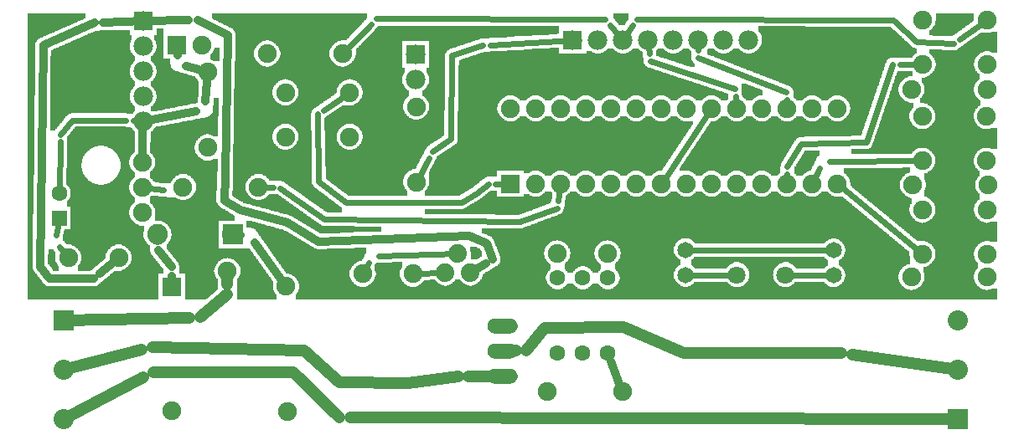
<source format=gbl>
G04 MADE WITH FRITZING*
G04 WWW.FRITZING.ORG*
G04 DOUBLE SIDED*
G04 HOLES PLATED*
G04 CONTOUR ON CENTER OF CONTOUR VECTOR*
%ASAXBY*%
%FSLAX23Y23*%
%MOIN*%
%OFA0B0*%
%SFA1.0B1.0*%
%ADD10C,0.075000*%
%ADD11C,0.082000*%
%ADD12C,0.078000*%
%ADD13C,0.062992*%
%ADD14C,0.074000*%
%ADD15C,0.063000*%
%ADD16C,0.070925*%
%ADD17C,0.070866*%
%ADD18C,0.065000*%
%ADD19C,0.060000*%
%ADD20C,0.080000*%
%ADD21R,0.075000X0.075000*%
%ADD22R,0.082000X0.082000*%
%ADD23R,0.078000X0.078000*%
%ADD24R,0.062992X0.062992*%
%ADD25R,0.080000X0.080000*%
%ADD26C,0.032000*%
%ADD27C,0.048000*%
%ADD28C,0.024000*%
%ADD29R,0.001000X0.001000*%
%LNCOPPER0*%
G90*
G70*
G54D10*
X284Y973D03*
X598Y1442D03*
X286Y1594D03*
X1835Y1506D03*
X1050Y1665D03*
X3029Y1630D03*
X596Y1200D03*
X3708Y1508D03*
X613Y645D03*
X613Y151D03*
X1074Y145D03*
X835Y706D03*
X1069Y645D03*
X634Y1607D03*
X734Y1607D03*
G54D11*
X855Y852D03*
X557Y852D03*
G54D10*
X756Y1199D03*
X756Y1499D03*
G54D12*
X1584Y1569D03*
X1584Y1469D03*
G54D10*
X1586Y1061D03*
X1586Y1361D03*
X1322Y1241D03*
X1066Y1241D03*
X1322Y1418D03*
X1066Y1418D03*
G54D12*
X500Y1702D03*
X500Y1602D03*
X500Y1502D03*
X500Y1402D03*
X500Y1302D03*
G54D10*
X993Y1573D03*
X1293Y1573D03*
X3556Y1430D03*
X3856Y1430D03*
X3562Y1049D03*
X3862Y1049D03*
X3556Y683D03*
X3856Y683D03*
X496Y939D03*
X496Y1039D03*
X496Y1139D03*
X659Y1041D03*
X959Y1041D03*
X1373Y695D03*
X1573Y695D03*
X2147Y776D03*
X2347Y776D03*
X203Y760D03*
X403Y760D03*
G54D13*
X166Y917D03*
X166Y1016D03*
G54D14*
X1802Y700D03*
X1752Y775D03*
X1702Y700D03*
G54D12*
X2209Y1627D03*
X2309Y1627D03*
X2409Y1627D03*
X2509Y1627D03*
X2609Y1627D03*
X2709Y1627D03*
X2809Y1627D03*
X2909Y1627D03*
X2209Y1627D03*
X2309Y1627D03*
X2409Y1627D03*
X2509Y1627D03*
X2609Y1627D03*
X2709Y1627D03*
X2809Y1627D03*
X2909Y1627D03*
G54D10*
X3856Y774D03*
X3601Y774D03*
X3856Y951D03*
X3601Y951D03*
X3855Y1146D03*
X3600Y1146D03*
X3855Y1323D03*
X3600Y1323D03*
X3857Y1530D03*
X3601Y1530D03*
X3857Y1707D03*
X3601Y1707D03*
G54D15*
X2349Y679D03*
X2249Y679D03*
X2149Y679D03*
X2149Y379D03*
X2249Y379D03*
X2349Y379D03*
G54D10*
X2106Y226D03*
X2406Y226D03*
X1961Y1054D03*
X1961Y1354D03*
X2061Y1054D03*
X2061Y1354D03*
X2161Y1054D03*
X2161Y1354D03*
X2261Y1054D03*
X2261Y1354D03*
X2361Y1054D03*
X2361Y1354D03*
X2461Y1054D03*
X2461Y1354D03*
X2561Y1054D03*
X2561Y1354D03*
X2661Y1054D03*
X2661Y1354D03*
X2761Y1054D03*
X2761Y1354D03*
X2861Y1054D03*
X2861Y1354D03*
X2961Y1054D03*
X2961Y1354D03*
X3061Y1054D03*
X3061Y1354D03*
X3161Y1054D03*
X3161Y1354D03*
X3261Y1054D03*
X3261Y1354D03*
G54D16*
X3055Y691D03*
G54D17*
X2862Y691D03*
G54D18*
X3246Y789D03*
X3246Y689D03*
X2658Y791D03*
X2658Y691D03*
G54D19*
X1930Y286D03*
X1930Y386D03*
X1930Y486D03*
G54D20*
X185Y509D03*
X185Y312D03*
X185Y115D03*
X3740Y116D03*
X3740Y313D03*
X3740Y510D03*
G54D21*
X613Y644D03*
X634Y1607D03*
G54D22*
X856Y852D03*
G54D23*
X1584Y1569D03*
X500Y1702D03*
G54D24*
X166Y917D03*
G54D23*
X2209Y1627D03*
X2209Y1627D03*
G54D21*
X1961Y1054D03*
G54D25*
X185Y509D03*
X3740Y116D03*
G54D26*
X886Y851D02*
X855Y852D01*
D02*
X1069Y645D02*
X944Y821D01*
D02*
X613Y722D02*
X560Y789D01*
D02*
X558Y827D02*
X557Y852D01*
D02*
X613Y645D02*
X613Y688D01*
G54D27*
D02*
X835Y613D02*
X726Y522D01*
D02*
X684Y521D02*
X185Y509D01*
D02*
X835Y706D02*
X835Y653D01*
G54D26*
D02*
X634Y1607D02*
X637Y1567D01*
D02*
X672Y1524D02*
X756Y1499D01*
G54D28*
D02*
X2517Y1544D02*
X2853Y1433D01*
D02*
X2856Y1404D02*
X2861Y1354D01*
D02*
X2509Y1627D02*
X2514Y1574D01*
D02*
X3060Y1390D02*
X3061Y1354D01*
D02*
X2709Y1555D02*
X3059Y1419D01*
D02*
X2709Y1627D02*
X2709Y1585D01*
D02*
X3376Y1219D02*
X3117Y1213D01*
D02*
X3117Y1213D02*
X3062Y1122D01*
D02*
X3481Y1530D02*
X3376Y1219D01*
D02*
X3061Y1093D02*
X3061Y1054D01*
D02*
X3601Y1530D02*
X3510Y1530D01*
D02*
X2683Y791D02*
X3221Y789D01*
D02*
X1017Y1039D02*
X959Y1041D01*
D02*
X1221Y913D02*
X1045Y1038D01*
D02*
X1999Y902D02*
X1221Y913D01*
D02*
X2147Y958D02*
X1999Y902D01*
D02*
X2161Y1054D02*
X2151Y986D01*
D02*
X2234Y1628D02*
X2209Y1627D01*
D02*
X2309Y1627D02*
X2295Y1628D01*
G54D26*
D02*
X306Y1695D02*
X103Y1606D01*
D02*
X103Y1606D02*
X91Y724D01*
D02*
X91Y724D02*
X128Y676D01*
D02*
X128Y676D02*
X303Y676D01*
D02*
X329Y698D02*
X403Y760D01*
D02*
X500Y1702D02*
X342Y1696D01*
G54D28*
D02*
X3283Y1036D02*
X3578Y792D01*
D02*
X3191Y1118D02*
X3161Y1054D01*
D02*
X3600Y1146D02*
X3232Y1144D01*
G54D26*
D02*
X826Y1086D02*
X823Y988D01*
D02*
X823Y988D02*
X887Y949D01*
D02*
X887Y949D02*
X1073Y899D01*
D02*
X836Y1647D02*
X826Y1086D01*
D02*
X1073Y899D02*
X1199Y824D01*
D02*
X1799Y847D02*
X1866Y817D01*
D02*
X1199Y824D02*
X1799Y847D01*
D02*
X717Y1706D02*
X836Y1647D01*
D02*
X1866Y817D02*
X1891Y754D01*
D02*
X1863Y737D02*
X1802Y700D01*
D02*
X500Y1702D02*
X682Y1705D01*
G54D28*
D02*
X3577Y1621D02*
X3484Y1706D01*
D02*
X3484Y1706D02*
X2463Y1711D01*
D02*
X2447Y1686D02*
X2409Y1627D01*
D02*
X3725Y1613D02*
X3577Y1621D01*
D02*
X3857Y1707D02*
X3748Y1630D01*
G54D26*
D02*
X712Y1344D02*
X500Y1302D01*
D02*
X756Y1499D02*
X749Y1384D01*
G54D28*
D02*
X1728Y1565D02*
X1851Y1606D01*
D02*
X1725Y1232D02*
X1728Y1565D01*
D02*
X1651Y1184D02*
X1725Y1232D01*
D02*
X1881Y1608D02*
X2209Y1627D01*
D02*
X1586Y1061D02*
X1637Y1158D01*
D02*
X2358Y1688D02*
X2409Y1627D01*
D02*
X1427Y1712D02*
X2338Y1711D01*
D02*
X1293Y1573D02*
X1407Y1691D01*
D02*
X1826Y1016D02*
X1873Y1054D01*
D02*
X1766Y980D02*
X1826Y1016D01*
D02*
X1902Y1054D02*
X1961Y1054D01*
D02*
X1306Y980D02*
X1766Y980D01*
D02*
X1199Y1062D02*
X1306Y980D01*
D02*
X1195Y1332D02*
X1199Y1062D01*
D02*
X1322Y1418D02*
X1219Y1348D01*
G54D26*
D02*
X499Y1268D02*
X497Y1175D01*
G54D28*
D02*
X637Y1034D02*
X659Y1041D01*
D02*
X496Y1039D02*
X581Y1029D01*
D02*
X170Y1249D02*
X217Y1308D01*
D02*
X217Y1308D02*
X431Y1308D01*
D02*
X166Y1016D02*
X170Y1223D01*
D02*
X461Y1305D02*
X500Y1302D01*
D02*
X2577Y1078D02*
X2745Y1331D01*
D02*
X3080Y691D02*
X3219Y689D01*
D02*
X2685Y691D02*
X2837Y691D01*
D02*
X169Y802D02*
X203Y760D01*
D02*
X166Y917D02*
X155Y851D01*
G54D27*
D02*
X1280Y124D02*
X1099Y302D01*
D02*
X1099Y302D02*
X540Y302D01*
D02*
X502Y283D02*
X185Y115D01*
D02*
X3740Y116D02*
X1323Y124D01*
D02*
X1553Y260D02*
X1282Y264D01*
D02*
X1282Y264D02*
X1142Y391D01*
D02*
X1753Y287D02*
X1553Y260D01*
D02*
X1142Y391D02*
X536Y402D01*
D02*
X495Y392D02*
X185Y312D01*
D02*
X1930Y286D02*
X1795Y287D01*
D02*
X1983Y389D02*
X1930Y386D01*
D02*
X2651Y380D02*
X2410Y484D01*
D02*
X2410Y484D02*
X2099Y480D01*
D02*
X2099Y480D02*
X2025Y391D01*
D02*
X3278Y380D02*
X2651Y380D01*
D02*
X3740Y313D02*
X3320Y374D01*
G54D26*
D02*
X2361Y347D02*
X2395Y257D01*
G54D28*
D02*
X1673Y699D02*
X1600Y696D01*
D02*
X1437Y766D02*
X1752Y775D01*
D02*
X1373Y695D02*
X1397Y740D01*
G36*
X40Y1732D02*
X40Y646D01*
X120Y646D01*
X120Y648D01*
X114Y648D01*
X114Y650D01*
X112Y650D01*
X112Y652D01*
X108Y652D01*
X108Y654D01*
X106Y654D01*
X106Y656D01*
X104Y656D01*
X104Y658D01*
X102Y658D01*
X102Y662D01*
X100Y662D01*
X100Y664D01*
X98Y664D01*
X98Y666D01*
X96Y666D01*
X96Y670D01*
X94Y670D01*
X94Y672D01*
X92Y672D01*
X92Y674D01*
X90Y674D01*
X90Y678D01*
X88Y678D01*
X88Y680D01*
X86Y680D01*
X86Y682D01*
X84Y682D01*
X84Y684D01*
X82Y684D01*
X82Y688D01*
X80Y688D01*
X80Y690D01*
X78Y690D01*
X78Y692D01*
X76Y692D01*
X76Y696D01*
X74Y696D01*
X74Y698D01*
X72Y698D01*
X72Y700D01*
X70Y700D01*
X70Y704D01*
X68Y704D01*
X68Y706D01*
X66Y706D01*
X66Y708D01*
X64Y708D01*
X64Y712D01*
X62Y712D01*
X62Y720D01*
X60Y720D01*
X60Y774D01*
X62Y774D01*
X62Y932D01*
X64Y932D01*
X64Y1090D01*
X66Y1090D01*
X66Y1248D01*
X68Y1248D01*
X68Y1408D01*
X70Y1408D01*
X70Y1566D01*
X72Y1566D01*
X72Y1616D01*
X74Y1616D01*
X74Y1620D01*
X76Y1620D01*
X76Y1624D01*
X78Y1624D01*
X78Y1626D01*
X80Y1626D01*
X80Y1628D01*
X82Y1628D01*
X82Y1630D01*
X84Y1630D01*
X84Y1632D01*
X86Y1632D01*
X86Y1634D01*
X90Y1634D01*
X90Y1636D01*
X96Y1636D01*
X96Y1638D01*
X100Y1638D01*
X100Y1640D01*
X104Y1640D01*
X104Y1642D01*
X110Y1642D01*
X110Y1644D01*
X114Y1644D01*
X114Y1646D01*
X118Y1646D01*
X118Y1648D01*
X122Y1648D01*
X122Y1650D01*
X128Y1650D01*
X128Y1652D01*
X132Y1652D01*
X132Y1654D01*
X136Y1654D01*
X136Y1656D01*
X142Y1656D01*
X142Y1658D01*
X146Y1658D01*
X146Y1660D01*
X150Y1660D01*
X150Y1662D01*
X154Y1662D01*
X154Y1664D01*
X160Y1664D01*
X160Y1666D01*
X164Y1666D01*
X164Y1668D01*
X168Y1668D01*
X168Y1670D01*
X174Y1670D01*
X174Y1672D01*
X178Y1672D01*
X178Y1674D01*
X182Y1674D01*
X182Y1676D01*
X186Y1676D01*
X186Y1678D01*
X192Y1678D01*
X192Y1680D01*
X196Y1680D01*
X196Y1682D01*
X200Y1682D01*
X200Y1684D01*
X206Y1684D01*
X206Y1686D01*
X210Y1686D01*
X210Y1688D01*
X214Y1688D01*
X214Y1690D01*
X220Y1690D01*
X220Y1692D01*
X224Y1692D01*
X224Y1694D01*
X228Y1694D01*
X228Y1696D01*
X232Y1696D01*
X232Y1698D01*
X238Y1698D01*
X238Y1700D01*
X242Y1700D01*
X242Y1702D01*
X246Y1702D01*
X246Y1704D01*
X252Y1704D01*
X252Y1706D01*
X256Y1706D01*
X256Y1708D01*
X260Y1708D01*
X260Y1710D01*
X264Y1710D01*
X264Y1712D01*
X270Y1712D01*
X270Y1732D01*
X40Y1732D01*
G37*
D02*
G36*
X230Y1282D02*
X230Y1280D01*
X228Y1280D01*
X228Y1278D01*
X226Y1278D01*
X226Y1274D01*
X224Y1274D01*
X224Y1272D01*
X222Y1272D01*
X222Y1270D01*
X220Y1270D01*
X220Y1268D01*
X218Y1268D01*
X218Y1264D01*
X216Y1264D01*
X216Y1262D01*
X214Y1262D01*
X214Y1260D01*
X212Y1260D01*
X212Y1258D01*
X210Y1258D01*
X210Y1254D01*
X208Y1254D01*
X208Y1252D01*
X206Y1252D01*
X206Y1250D01*
X204Y1250D01*
X204Y1248D01*
X202Y1248D01*
X202Y1246D01*
X200Y1246D01*
X200Y1242D01*
X198Y1242D01*
X198Y1240D01*
X196Y1240D01*
X196Y1206D01*
X344Y1206D01*
X344Y1204D01*
X352Y1204D01*
X352Y1202D01*
X358Y1202D01*
X358Y1200D01*
X362Y1200D01*
X362Y1198D01*
X366Y1198D01*
X366Y1196D01*
X370Y1196D01*
X370Y1194D01*
X374Y1194D01*
X374Y1192D01*
X376Y1192D01*
X376Y1190D01*
X380Y1190D01*
X380Y1188D01*
X382Y1188D01*
X382Y1186D01*
X384Y1186D01*
X384Y1184D01*
X386Y1184D01*
X386Y1182D01*
X388Y1182D01*
X388Y1180D01*
X390Y1180D01*
X390Y1178D01*
X392Y1178D01*
X392Y1176D01*
X394Y1176D01*
X394Y1172D01*
X396Y1172D01*
X396Y1170D01*
X398Y1170D01*
X398Y1166D01*
X400Y1166D01*
X400Y1164D01*
X402Y1164D01*
X402Y1160D01*
X404Y1160D01*
X404Y1154D01*
X406Y1154D01*
X406Y1150D01*
X408Y1150D01*
X408Y1142D01*
X410Y1142D01*
X410Y1114D01*
X408Y1114D01*
X408Y1106D01*
X406Y1106D01*
X406Y1102D01*
X404Y1102D01*
X404Y1096D01*
X402Y1096D01*
X402Y1092D01*
X400Y1092D01*
X400Y1090D01*
X398Y1090D01*
X398Y1086D01*
X396Y1086D01*
X396Y1084D01*
X394Y1084D01*
X394Y1080D01*
X392Y1080D01*
X392Y1078D01*
X390Y1078D01*
X390Y1076D01*
X388Y1076D01*
X388Y1074D01*
X386Y1074D01*
X386Y1072D01*
X384Y1072D01*
X384Y1070D01*
X382Y1070D01*
X382Y1068D01*
X380Y1068D01*
X380Y1066D01*
X376Y1066D01*
X376Y1064D01*
X374Y1064D01*
X374Y1062D01*
X370Y1062D01*
X370Y1060D01*
X366Y1060D01*
X366Y1058D01*
X362Y1058D01*
X362Y1056D01*
X358Y1056D01*
X358Y1054D01*
X352Y1054D01*
X352Y1052D01*
X344Y1052D01*
X344Y1050D01*
X446Y1050D01*
X446Y1056D01*
X448Y1056D01*
X448Y1060D01*
X450Y1060D01*
X450Y1064D01*
X452Y1064D01*
X452Y1066D01*
X454Y1066D01*
X454Y1070D01*
X456Y1070D01*
X456Y1072D01*
X458Y1072D01*
X458Y1074D01*
X460Y1074D01*
X460Y1076D01*
X462Y1076D01*
X462Y1078D01*
X464Y1078D01*
X464Y1080D01*
X466Y1080D01*
X466Y1100D01*
X464Y1100D01*
X464Y1102D01*
X462Y1102D01*
X462Y1104D01*
X460Y1104D01*
X460Y1106D01*
X458Y1106D01*
X458Y1108D01*
X456Y1108D01*
X456Y1110D01*
X454Y1110D01*
X454Y1112D01*
X452Y1112D01*
X452Y1116D01*
X450Y1116D01*
X450Y1120D01*
X448Y1120D01*
X448Y1124D01*
X446Y1124D01*
X446Y1130D01*
X444Y1130D01*
X444Y1150D01*
X446Y1150D01*
X446Y1156D01*
X448Y1156D01*
X448Y1160D01*
X450Y1160D01*
X450Y1164D01*
X452Y1164D01*
X452Y1166D01*
X454Y1166D01*
X454Y1170D01*
X456Y1170D01*
X456Y1172D01*
X458Y1172D01*
X458Y1174D01*
X460Y1174D01*
X460Y1176D01*
X462Y1176D01*
X462Y1178D01*
X464Y1178D01*
X464Y1180D01*
X466Y1180D01*
X466Y1220D01*
X468Y1220D01*
X468Y1262D01*
X466Y1262D01*
X466Y1264D01*
X464Y1264D01*
X464Y1266D01*
X462Y1266D01*
X462Y1268D01*
X460Y1268D01*
X460Y1270D01*
X458Y1270D01*
X458Y1272D01*
X456Y1272D01*
X456Y1276D01*
X454Y1276D01*
X454Y1278D01*
X452Y1278D01*
X452Y1280D01*
X432Y1280D01*
X432Y1282D01*
X230Y1282D01*
G37*
D02*
G36*
X196Y1206D02*
X196Y1116D01*
X194Y1116D01*
X194Y1050D01*
X322Y1050D01*
X322Y1052D01*
X312Y1052D01*
X312Y1054D01*
X306Y1054D01*
X306Y1056D01*
X302Y1056D01*
X302Y1058D01*
X298Y1058D01*
X298Y1060D01*
X294Y1060D01*
X294Y1062D01*
X292Y1062D01*
X292Y1064D01*
X288Y1064D01*
X288Y1066D01*
X286Y1066D01*
X286Y1068D01*
X282Y1068D01*
X282Y1070D01*
X280Y1070D01*
X280Y1072D01*
X278Y1072D01*
X278Y1074D01*
X276Y1074D01*
X276Y1076D01*
X274Y1076D01*
X274Y1080D01*
X272Y1080D01*
X272Y1082D01*
X270Y1082D01*
X270Y1084D01*
X268Y1084D01*
X268Y1088D01*
X266Y1088D01*
X266Y1090D01*
X264Y1090D01*
X264Y1094D01*
X262Y1094D01*
X262Y1098D01*
X260Y1098D01*
X260Y1102D01*
X258Y1102D01*
X258Y1110D01*
X256Y1110D01*
X256Y1118D01*
X254Y1118D01*
X254Y1138D01*
X256Y1138D01*
X256Y1146D01*
X258Y1146D01*
X258Y1152D01*
X260Y1152D01*
X260Y1158D01*
X262Y1158D01*
X262Y1162D01*
X264Y1162D01*
X264Y1166D01*
X266Y1166D01*
X266Y1168D01*
X268Y1168D01*
X268Y1172D01*
X270Y1172D01*
X270Y1174D01*
X272Y1174D01*
X272Y1176D01*
X274Y1176D01*
X274Y1180D01*
X276Y1180D01*
X276Y1182D01*
X278Y1182D01*
X278Y1184D01*
X280Y1184D01*
X280Y1186D01*
X284Y1186D01*
X284Y1188D01*
X286Y1188D01*
X286Y1190D01*
X288Y1190D01*
X288Y1192D01*
X292Y1192D01*
X292Y1194D01*
X294Y1194D01*
X294Y1196D01*
X298Y1196D01*
X298Y1198D01*
X302Y1198D01*
X302Y1200D01*
X306Y1200D01*
X306Y1202D01*
X312Y1202D01*
X312Y1204D01*
X322Y1204D01*
X322Y1206D01*
X196Y1206D01*
G37*
D02*
G36*
X196Y1050D02*
X196Y1048D01*
X444Y1048D01*
X444Y1050D01*
X196Y1050D01*
G37*
D02*
G36*
X196Y1050D02*
X196Y1048D01*
X444Y1048D01*
X444Y1050D01*
X196Y1050D01*
G37*
D02*
G36*
X198Y1048D02*
X198Y1046D01*
X200Y1046D01*
X200Y1044D01*
X202Y1044D01*
X202Y1042D01*
X204Y1042D01*
X204Y1040D01*
X206Y1040D01*
X206Y1036D01*
X208Y1036D01*
X208Y1032D01*
X210Y1032D01*
X210Y1026D01*
X212Y1026D01*
X212Y1006D01*
X210Y1006D01*
X210Y1000D01*
X208Y1000D01*
X208Y996D01*
X206Y996D01*
X206Y992D01*
X204Y992D01*
X204Y990D01*
X202Y990D01*
X202Y988D01*
X200Y988D01*
X200Y986D01*
X198Y986D01*
X198Y984D01*
X196Y984D01*
X196Y964D01*
X212Y964D01*
X212Y872D01*
X186Y872D01*
X186Y866D01*
X184Y866D01*
X184Y854D01*
X182Y854D01*
X182Y828D01*
X184Y828D01*
X184Y826D01*
X186Y826D01*
X186Y822D01*
X188Y822D01*
X188Y820D01*
X190Y820D01*
X190Y818D01*
X192Y818D01*
X192Y816D01*
X194Y816D01*
X194Y812D01*
X414Y812D01*
X414Y810D01*
X418Y810D01*
X418Y808D01*
X424Y808D01*
X424Y806D01*
X426Y806D01*
X426Y804D01*
X430Y804D01*
X430Y802D01*
X432Y802D01*
X432Y800D01*
X434Y800D01*
X434Y798D01*
X436Y798D01*
X436Y796D01*
X440Y796D01*
X440Y792D01*
X442Y792D01*
X442Y790D01*
X444Y790D01*
X444Y788D01*
X446Y788D01*
X446Y784D01*
X448Y784D01*
X448Y782D01*
X450Y782D01*
X450Y778D01*
X452Y778D01*
X452Y772D01*
X454Y772D01*
X454Y748D01*
X452Y748D01*
X452Y742D01*
X450Y742D01*
X450Y738D01*
X448Y738D01*
X448Y736D01*
X446Y736D01*
X446Y732D01*
X444Y732D01*
X444Y730D01*
X442Y730D01*
X442Y728D01*
X440Y728D01*
X440Y724D01*
X436Y724D01*
X436Y722D01*
X434Y722D01*
X434Y720D01*
X432Y720D01*
X432Y718D01*
X430Y718D01*
X430Y716D01*
X426Y716D01*
X426Y714D01*
X422Y714D01*
X422Y712D01*
X418Y712D01*
X418Y710D01*
X414Y710D01*
X414Y708D01*
X388Y708D01*
X388Y706D01*
X384Y706D01*
X384Y704D01*
X382Y704D01*
X382Y702D01*
X380Y702D01*
X380Y700D01*
X378Y700D01*
X378Y698D01*
X376Y698D01*
X376Y696D01*
X372Y696D01*
X372Y694D01*
X370Y694D01*
X370Y692D01*
X368Y692D01*
X368Y690D01*
X366Y690D01*
X366Y688D01*
X364Y688D01*
X364Y686D01*
X360Y686D01*
X360Y684D01*
X358Y684D01*
X358Y682D01*
X356Y682D01*
X356Y680D01*
X354Y680D01*
X354Y678D01*
X352Y678D01*
X352Y676D01*
X348Y676D01*
X348Y674D01*
X346Y674D01*
X346Y672D01*
X344Y672D01*
X344Y670D01*
X342Y670D01*
X342Y668D01*
X340Y668D01*
X340Y666D01*
X336Y666D01*
X336Y664D01*
X334Y664D01*
X334Y662D01*
X332Y662D01*
X332Y660D01*
X330Y660D01*
X330Y658D01*
X328Y658D01*
X328Y656D01*
X324Y656D01*
X324Y654D01*
X322Y654D01*
X322Y652D01*
X320Y652D01*
X320Y650D01*
X316Y650D01*
X316Y648D01*
X312Y648D01*
X312Y646D01*
X560Y646D01*
X560Y696D01*
X580Y696D01*
X580Y716D01*
X578Y716D01*
X578Y718D01*
X576Y718D01*
X576Y720D01*
X574Y720D01*
X574Y722D01*
X572Y722D01*
X572Y726D01*
X570Y726D01*
X570Y728D01*
X568Y728D01*
X568Y730D01*
X566Y730D01*
X566Y732D01*
X564Y732D01*
X564Y736D01*
X562Y736D01*
X562Y738D01*
X560Y738D01*
X560Y740D01*
X558Y740D01*
X558Y742D01*
X556Y742D01*
X556Y746D01*
X554Y746D01*
X554Y748D01*
X552Y748D01*
X552Y750D01*
X550Y750D01*
X550Y752D01*
X548Y752D01*
X548Y756D01*
X546Y756D01*
X546Y758D01*
X544Y758D01*
X544Y760D01*
X542Y760D01*
X542Y762D01*
X540Y762D01*
X540Y766D01*
X538Y766D01*
X538Y768D01*
X536Y768D01*
X536Y770D01*
X534Y770D01*
X534Y774D01*
X532Y774D01*
X532Y778D01*
X530Y778D01*
X530Y784D01*
X528Y784D01*
X528Y808D01*
X526Y808D01*
X526Y810D01*
X522Y810D01*
X522Y812D01*
X520Y812D01*
X520Y814D01*
X518Y814D01*
X518Y816D01*
X516Y816D01*
X516Y818D01*
X514Y818D01*
X514Y822D01*
X512Y822D01*
X512Y824D01*
X510Y824D01*
X510Y828D01*
X508Y828D01*
X508Y830D01*
X506Y830D01*
X506Y834D01*
X504Y834D01*
X504Y840D01*
X502Y840D01*
X502Y864D01*
X504Y864D01*
X504Y888D01*
X484Y888D01*
X484Y890D01*
X480Y890D01*
X480Y892D01*
X476Y892D01*
X476Y894D01*
X472Y894D01*
X472Y896D01*
X468Y896D01*
X468Y898D01*
X466Y898D01*
X466Y900D01*
X464Y900D01*
X464Y902D01*
X462Y902D01*
X462Y904D01*
X460Y904D01*
X460Y906D01*
X458Y906D01*
X458Y908D01*
X456Y908D01*
X456Y910D01*
X454Y910D01*
X454Y912D01*
X452Y912D01*
X452Y916D01*
X450Y916D01*
X450Y920D01*
X448Y920D01*
X448Y924D01*
X446Y924D01*
X446Y930D01*
X444Y930D01*
X444Y950D01*
X446Y950D01*
X446Y956D01*
X448Y956D01*
X448Y960D01*
X450Y960D01*
X450Y964D01*
X452Y964D01*
X452Y966D01*
X454Y966D01*
X454Y970D01*
X456Y970D01*
X456Y972D01*
X458Y972D01*
X458Y974D01*
X460Y974D01*
X460Y976D01*
X462Y976D01*
X462Y978D01*
X464Y978D01*
X464Y980D01*
X466Y980D01*
X466Y1000D01*
X464Y1000D01*
X464Y1002D01*
X462Y1002D01*
X462Y1004D01*
X460Y1004D01*
X460Y1006D01*
X458Y1006D01*
X458Y1008D01*
X456Y1008D01*
X456Y1010D01*
X454Y1010D01*
X454Y1012D01*
X452Y1012D01*
X452Y1016D01*
X450Y1016D01*
X450Y1020D01*
X448Y1020D01*
X448Y1024D01*
X446Y1024D01*
X446Y1030D01*
X444Y1030D01*
X444Y1048D01*
X198Y1048D01*
G37*
D02*
G36*
X214Y812D02*
X214Y810D01*
X218Y810D01*
X218Y808D01*
X224Y808D01*
X224Y806D01*
X226Y806D01*
X226Y804D01*
X230Y804D01*
X230Y802D01*
X232Y802D01*
X232Y800D01*
X234Y800D01*
X234Y798D01*
X236Y798D01*
X236Y796D01*
X240Y796D01*
X240Y792D01*
X242Y792D01*
X242Y790D01*
X244Y790D01*
X244Y788D01*
X246Y788D01*
X246Y784D01*
X248Y784D01*
X248Y782D01*
X250Y782D01*
X250Y778D01*
X252Y778D01*
X252Y772D01*
X254Y772D01*
X254Y748D01*
X252Y748D01*
X252Y742D01*
X250Y742D01*
X250Y738D01*
X248Y738D01*
X248Y736D01*
X246Y736D01*
X246Y732D01*
X244Y732D01*
X244Y730D01*
X242Y730D01*
X242Y728D01*
X240Y728D01*
X240Y708D01*
X292Y708D01*
X292Y710D01*
X296Y710D01*
X296Y712D01*
X298Y712D01*
X298Y714D01*
X300Y714D01*
X300Y716D01*
X302Y716D01*
X302Y718D01*
X304Y718D01*
X304Y720D01*
X308Y720D01*
X308Y722D01*
X310Y722D01*
X310Y724D01*
X312Y724D01*
X312Y726D01*
X314Y726D01*
X314Y728D01*
X316Y728D01*
X316Y730D01*
X320Y730D01*
X320Y732D01*
X322Y732D01*
X322Y734D01*
X324Y734D01*
X324Y736D01*
X326Y736D01*
X326Y738D01*
X328Y738D01*
X328Y740D01*
X332Y740D01*
X332Y742D01*
X334Y742D01*
X334Y744D01*
X336Y744D01*
X336Y746D01*
X338Y746D01*
X338Y748D01*
X340Y748D01*
X340Y750D01*
X344Y750D01*
X344Y752D01*
X346Y752D01*
X346Y754D01*
X348Y754D01*
X348Y756D01*
X350Y756D01*
X350Y768D01*
X352Y768D01*
X352Y776D01*
X354Y776D01*
X354Y780D01*
X356Y780D01*
X356Y782D01*
X358Y782D01*
X358Y786D01*
X360Y786D01*
X360Y790D01*
X362Y790D01*
X362Y792D01*
X364Y792D01*
X364Y794D01*
X366Y794D01*
X366Y796D01*
X368Y796D01*
X368Y798D01*
X370Y798D01*
X370Y800D01*
X372Y800D01*
X372Y802D01*
X376Y802D01*
X376Y804D01*
X378Y804D01*
X378Y806D01*
X382Y806D01*
X382Y808D01*
X386Y808D01*
X386Y810D01*
X392Y810D01*
X392Y812D01*
X214Y812D01*
G37*
D02*
G36*
X40Y646D02*
X40Y644D01*
X560Y644D01*
X560Y646D01*
X40Y646D01*
G37*
D02*
G36*
X40Y646D02*
X40Y644D01*
X560Y644D01*
X560Y646D01*
X40Y646D01*
G37*
D02*
G36*
X40Y644D02*
X40Y594D01*
X560Y594D01*
X560Y644D01*
X40Y644D01*
G37*
D02*
G36*
X2372Y1732D02*
X2372Y1712D01*
X2374Y1712D01*
X2374Y1710D01*
X2376Y1710D01*
X2376Y1708D01*
X2378Y1708D01*
X2378Y1704D01*
X2380Y1704D01*
X2380Y1702D01*
X2382Y1702D01*
X2382Y1700D01*
X2384Y1700D01*
X2384Y1698D01*
X2386Y1698D01*
X2386Y1696D01*
X2388Y1696D01*
X2388Y1694D01*
X2390Y1694D01*
X2390Y1690D01*
X2392Y1690D01*
X2392Y1688D01*
X2394Y1688D01*
X2394Y1686D01*
X2416Y1686D01*
X2416Y1690D01*
X2418Y1690D01*
X2418Y1692D01*
X2420Y1692D01*
X2420Y1696D01*
X2422Y1696D01*
X2422Y1700D01*
X2424Y1700D01*
X2424Y1702D01*
X2426Y1702D01*
X2426Y1706D01*
X2428Y1706D01*
X2428Y1708D01*
X2430Y1708D01*
X2430Y1712D01*
X2432Y1712D01*
X2432Y1732D01*
X2372Y1732D01*
G37*
D02*
G36*
X3654Y1732D02*
X3654Y1702D01*
X3652Y1702D01*
X3652Y1694D01*
X3650Y1694D01*
X3650Y1688D01*
X3648Y1688D01*
X3648Y1686D01*
X3646Y1686D01*
X3646Y1682D01*
X3644Y1682D01*
X3644Y1680D01*
X3642Y1680D01*
X3642Y1676D01*
X3640Y1676D01*
X3640Y1674D01*
X3638Y1674D01*
X3638Y1672D01*
X3636Y1672D01*
X3636Y1670D01*
X3634Y1670D01*
X3634Y1668D01*
X3632Y1668D01*
X3632Y1666D01*
X3628Y1666D01*
X3628Y1646D01*
X3640Y1646D01*
X3640Y1644D01*
X3680Y1644D01*
X3680Y1642D01*
X3720Y1642D01*
X3720Y1644D01*
X3722Y1644D01*
X3722Y1646D01*
X3724Y1646D01*
X3724Y1648D01*
X3728Y1648D01*
X3728Y1650D01*
X3730Y1650D01*
X3730Y1652D01*
X3734Y1652D01*
X3734Y1654D01*
X3736Y1654D01*
X3736Y1656D01*
X3740Y1656D01*
X3740Y1658D01*
X3742Y1658D01*
X3742Y1660D01*
X3744Y1660D01*
X3744Y1662D01*
X3748Y1662D01*
X3748Y1664D01*
X3750Y1664D01*
X3750Y1666D01*
X3754Y1666D01*
X3754Y1668D01*
X3756Y1668D01*
X3756Y1670D01*
X3758Y1670D01*
X3758Y1672D01*
X3762Y1672D01*
X3762Y1674D01*
X3764Y1674D01*
X3764Y1676D01*
X3768Y1676D01*
X3768Y1678D01*
X3770Y1678D01*
X3770Y1680D01*
X3772Y1680D01*
X3772Y1682D01*
X3776Y1682D01*
X3776Y1684D01*
X3778Y1684D01*
X3778Y1686D01*
X3782Y1686D01*
X3782Y1688D01*
X3784Y1688D01*
X3784Y1690D01*
X3786Y1690D01*
X3786Y1692D01*
X3790Y1692D01*
X3790Y1694D01*
X3792Y1694D01*
X3792Y1696D01*
X3796Y1696D01*
X3796Y1698D01*
X3798Y1698D01*
X3798Y1700D01*
X3802Y1700D01*
X3802Y1702D01*
X3804Y1702D01*
X3804Y1732D01*
X3654Y1732D01*
G37*
D02*
G36*
X554Y1672D02*
X554Y1648D01*
X544Y1648D01*
X544Y1628D01*
X546Y1628D01*
X546Y1626D01*
X548Y1626D01*
X548Y1622D01*
X550Y1622D01*
X550Y1618D01*
X552Y1618D01*
X552Y1610D01*
X554Y1610D01*
X554Y1594D01*
X552Y1594D01*
X552Y1588D01*
X550Y1588D01*
X550Y1582D01*
X548Y1582D01*
X548Y1580D01*
X546Y1580D01*
X546Y1576D01*
X544Y1576D01*
X544Y1572D01*
X542Y1572D01*
X542Y1570D01*
X540Y1570D01*
X540Y1568D01*
X538Y1568D01*
X538Y1566D01*
X536Y1566D01*
X536Y1564D01*
X534Y1564D01*
X534Y1562D01*
X532Y1562D01*
X532Y1542D01*
X534Y1542D01*
X534Y1540D01*
X536Y1540D01*
X536Y1538D01*
X538Y1538D01*
X538Y1536D01*
X540Y1536D01*
X540Y1534D01*
X542Y1534D01*
X542Y1532D01*
X544Y1532D01*
X544Y1528D01*
X546Y1528D01*
X546Y1526D01*
X548Y1526D01*
X548Y1522D01*
X550Y1522D01*
X550Y1518D01*
X552Y1518D01*
X552Y1510D01*
X554Y1510D01*
X554Y1494D01*
X552Y1494D01*
X552Y1488D01*
X550Y1488D01*
X550Y1482D01*
X548Y1482D01*
X548Y1480D01*
X546Y1480D01*
X546Y1476D01*
X544Y1476D01*
X544Y1472D01*
X542Y1472D01*
X542Y1470D01*
X540Y1470D01*
X540Y1468D01*
X538Y1468D01*
X538Y1466D01*
X536Y1466D01*
X536Y1464D01*
X534Y1464D01*
X534Y1462D01*
X532Y1462D01*
X532Y1442D01*
X534Y1442D01*
X534Y1440D01*
X536Y1440D01*
X536Y1438D01*
X538Y1438D01*
X538Y1436D01*
X540Y1436D01*
X540Y1434D01*
X542Y1434D01*
X542Y1432D01*
X544Y1432D01*
X544Y1428D01*
X546Y1428D01*
X546Y1426D01*
X548Y1426D01*
X548Y1422D01*
X550Y1422D01*
X550Y1418D01*
X552Y1418D01*
X552Y1410D01*
X554Y1410D01*
X554Y1394D01*
X552Y1394D01*
X552Y1388D01*
X550Y1388D01*
X550Y1382D01*
X548Y1382D01*
X548Y1380D01*
X546Y1380D01*
X546Y1376D01*
X544Y1376D01*
X544Y1372D01*
X542Y1372D01*
X542Y1370D01*
X540Y1370D01*
X540Y1368D01*
X538Y1368D01*
X538Y1366D01*
X536Y1366D01*
X536Y1364D01*
X534Y1364D01*
X534Y1362D01*
X532Y1362D01*
X532Y1344D01*
X556Y1344D01*
X556Y1346D01*
X566Y1346D01*
X566Y1348D01*
X576Y1348D01*
X576Y1350D01*
X586Y1350D01*
X586Y1352D01*
X598Y1352D01*
X598Y1354D01*
X608Y1354D01*
X608Y1356D01*
X618Y1356D01*
X618Y1358D01*
X628Y1358D01*
X628Y1360D01*
X638Y1360D01*
X638Y1362D01*
X648Y1362D01*
X648Y1364D01*
X658Y1364D01*
X658Y1366D01*
X668Y1366D01*
X668Y1368D01*
X678Y1368D01*
X678Y1370D01*
X688Y1370D01*
X688Y1372D01*
X700Y1372D01*
X700Y1374D01*
X710Y1374D01*
X710Y1376D01*
X718Y1376D01*
X718Y1400D01*
X720Y1400D01*
X720Y1432D01*
X722Y1432D01*
X722Y1462D01*
X720Y1462D01*
X720Y1464D01*
X718Y1464D01*
X718Y1468D01*
X716Y1468D01*
X716Y1470D01*
X714Y1470D01*
X714Y1472D01*
X712Y1472D01*
X712Y1476D01*
X710Y1476D01*
X710Y1478D01*
X708Y1478D01*
X708Y1482D01*
X702Y1482D01*
X702Y1484D01*
X694Y1484D01*
X694Y1486D01*
X688Y1486D01*
X688Y1488D01*
X682Y1488D01*
X682Y1490D01*
X674Y1490D01*
X674Y1492D01*
X668Y1492D01*
X668Y1494D01*
X660Y1494D01*
X660Y1496D01*
X654Y1496D01*
X654Y1498D01*
X648Y1498D01*
X648Y1500D01*
X640Y1500D01*
X640Y1502D01*
X634Y1502D01*
X634Y1504D01*
X628Y1504D01*
X628Y1506D01*
X624Y1506D01*
X624Y1508D01*
X622Y1508D01*
X622Y1510D01*
X618Y1510D01*
X618Y1512D01*
X616Y1512D01*
X616Y1514D01*
X614Y1514D01*
X614Y1518D01*
X612Y1518D01*
X612Y1522D01*
X610Y1522D01*
X610Y1530D01*
X608Y1530D01*
X608Y1552D01*
X606Y1552D01*
X606Y1554D01*
X582Y1554D01*
X582Y1672D01*
X554Y1672D01*
G37*
D02*
G36*
X382Y1668D02*
X382Y1666D01*
X328Y1666D01*
X328Y1664D01*
X310Y1664D01*
X310Y1662D01*
X306Y1662D01*
X306Y1660D01*
X300Y1660D01*
X300Y1658D01*
X296Y1658D01*
X296Y1656D01*
X292Y1656D01*
X292Y1654D01*
X288Y1654D01*
X288Y1652D01*
X282Y1652D01*
X282Y1650D01*
X278Y1650D01*
X278Y1648D01*
X274Y1648D01*
X274Y1646D01*
X268Y1646D01*
X268Y1644D01*
X264Y1644D01*
X264Y1642D01*
X260Y1642D01*
X260Y1640D01*
X254Y1640D01*
X254Y1638D01*
X250Y1638D01*
X250Y1636D01*
X246Y1636D01*
X246Y1634D01*
X242Y1634D01*
X242Y1632D01*
X236Y1632D01*
X236Y1630D01*
X232Y1630D01*
X232Y1628D01*
X228Y1628D01*
X228Y1626D01*
X222Y1626D01*
X222Y1624D01*
X218Y1624D01*
X218Y1622D01*
X214Y1622D01*
X214Y1620D01*
X210Y1620D01*
X210Y1618D01*
X204Y1618D01*
X204Y1616D01*
X200Y1616D01*
X200Y1614D01*
X196Y1614D01*
X196Y1612D01*
X190Y1612D01*
X190Y1610D01*
X186Y1610D01*
X186Y1608D01*
X182Y1608D01*
X182Y1606D01*
X178Y1606D01*
X178Y1604D01*
X172Y1604D01*
X172Y1602D01*
X168Y1602D01*
X168Y1600D01*
X164Y1600D01*
X164Y1598D01*
X158Y1598D01*
X158Y1596D01*
X154Y1596D01*
X154Y1594D01*
X150Y1594D01*
X150Y1592D01*
X144Y1592D01*
X144Y1590D01*
X140Y1590D01*
X140Y1588D01*
X136Y1588D01*
X136Y1586D01*
X134Y1586D01*
X134Y1564D01*
X132Y1564D01*
X132Y1406D01*
X130Y1406D01*
X130Y1336D01*
X434Y1336D01*
X434Y1334D01*
X460Y1334D01*
X460Y1336D01*
X462Y1336D01*
X462Y1340D01*
X464Y1340D01*
X464Y1342D01*
X468Y1342D01*
X468Y1362D01*
X466Y1362D01*
X466Y1364D01*
X464Y1364D01*
X464Y1366D01*
X462Y1366D01*
X462Y1368D01*
X460Y1368D01*
X460Y1370D01*
X458Y1370D01*
X458Y1372D01*
X456Y1372D01*
X456Y1376D01*
X454Y1376D01*
X454Y1378D01*
X452Y1378D01*
X452Y1382D01*
X450Y1382D01*
X450Y1386D01*
X448Y1386D01*
X448Y1392D01*
X446Y1392D01*
X446Y1412D01*
X448Y1412D01*
X448Y1418D01*
X450Y1418D01*
X450Y1422D01*
X452Y1422D01*
X452Y1426D01*
X454Y1426D01*
X454Y1430D01*
X456Y1430D01*
X456Y1432D01*
X458Y1432D01*
X458Y1434D01*
X460Y1434D01*
X460Y1436D01*
X462Y1436D01*
X462Y1440D01*
X464Y1440D01*
X464Y1442D01*
X468Y1442D01*
X468Y1462D01*
X466Y1462D01*
X466Y1464D01*
X464Y1464D01*
X464Y1466D01*
X462Y1466D01*
X462Y1468D01*
X460Y1468D01*
X460Y1470D01*
X458Y1470D01*
X458Y1472D01*
X456Y1472D01*
X456Y1476D01*
X454Y1476D01*
X454Y1478D01*
X452Y1478D01*
X452Y1482D01*
X450Y1482D01*
X450Y1486D01*
X448Y1486D01*
X448Y1492D01*
X446Y1492D01*
X446Y1512D01*
X448Y1512D01*
X448Y1518D01*
X450Y1518D01*
X450Y1522D01*
X452Y1522D01*
X452Y1526D01*
X454Y1526D01*
X454Y1530D01*
X456Y1530D01*
X456Y1532D01*
X458Y1532D01*
X458Y1534D01*
X460Y1534D01*
X460Y1536D01*
X462Y1536D01*
X462Y1540D01*
X464Y1540D01*
X464Y1542D01*
X468Y1542D01*
X468Y1562D01*
X466Y1562D01*
X466Y1564D01*
X464Y1564D01*
X464Y1566D01*
X462Y1566D01*
X462Y1568D01*
X460Y1568D01*
X460Y1570D01*
X458Y1570D01*
X458Y1572D01*
X456Y1572D01*
X456Y1576D01*
X454Y1576D01*
X454Y1578D01*
X452Y1578D01*
X452Y1582D01*
X450Y1582D01*
X450Y1586D01*
X448Y1586D01*
X448Y1592D01*
X446Y1592D01*
X446Y1612D01*
X448Y1612D01*
X448Y1618D01*
X450Y1618D01*
X450Y1622D01*
X452Y1622D01*
X452Y1626D01*
X454Y1626D01*
X454Y1648D01*
X446Y1648D01*
X446Y1668D01*
X382Y1668D01*
G37*
D02*
G36*
X130Y1336D02*
X130Y1266D01*
X150Y1266D01*
X150Y1270D01*
X152Y1270D01*
X152Y1272D01*
X154Y1272D01*
X154Y1274D01*
X156Y1274D01*
X156Y1276D01*
X158Y1276D01*
X158Y1280D01*
X160Y1280D01*
X160Y1282D01*
X162Y1282D01*
X162Y1284D01*
X164Y1284D01*
X164Y1286D01*
X166Y1286D01*
X166Y1288D01*
X168Y1288D01*
X168Y1292D01*
X170Y1292D01*
X170Y1294D01*
X172Y1294D01*
X172Y1296D01*
X174Y1296D01*
X174Y1298D01*
X176Y1298D01*
X176Y1302D01*
X178Y1302D01*
X178Y1304D01*
X180Y1304D01*
X180Y1306D01*
X182Y1306D01*
X182Y1308D01*
X184Y1308D01*
X184Y1312D01*
X186Y1312D01*
X186Y1314D01*
X188Y1314D01*
X188Y1316D01*
X190Y1316D01*
X190Y1318D01*
X192Y1318D01*
X192Y1322D01*
X194Y1322D01*
X194Y1324D01*
X196Y1324D01*
X196Y1326D01*
X198Y1326D01*
X198Y1328D01*
X200Y1328D01*
X200Y1330D01*
X204Y1330D01*
X204Y1332D01*
X206Y1332D01*
X206Y1334D01*
X214Y1334D01*
X214Y1336D01*
X130Y1336D01*
G37*
D02*
G36*
X784Y1596D02*
X784Y1590D01*
X782Y1590D01*
X782Y1586D01*
X780Y1586D01*
X780Y1584D01*
X778Y1584D01*
X778Y1580D01*
X776Y1580D01*
X776Y1578D01*
X774Y1578D01*
X774Y1574D01*
X772Y1574D01*
X772Y1572D01*
X770Y1572D01*
X770Y1570D01*
X768Y1570D01*
X768Y1550D01*
X770Y1550D01*
X770Y1548D01*
X774Y1548D01*
X774Y1546D01*
X778Y1546D01*
X778Y1544D01*
X782Y1544D01*
X782Y1542D01*
X802Y1542D01*
X802Y1544D01*
X804Y1544D01*
X804Y1596D01*
X784Y1596D01*
G37*
D02*
G36*
X2116Y1596D02*
X2116Y1594D01*
X2154Y1594D01*
X2154Y1596D01*
X2116Y1596D01*
G37*
D02*
G36*
X2082Y1594D02*
X2082Y1592D01*
X2048Y1592D01*
X2048Y1590D01*
X2014Y1590D01*
X2014Y1588D01*
X1980Y1588D01*
X1980Y1586D01*
X1946Y1586D01*
X1946Y1584D01*
X1914Y1584D01*
X1914Y1582D01*
X1880Y1582D01*
X1880Y1580D01*
X1854Y1580D01*
X1854Y1578D01*
X1848Y1578D01*
X1848Y1576D01*
X1842Y1576D01*
X1842Y1574D01*
X2154Y1574D01*
X2154Y1594D01*
X2082Y1594D01*
G37*
D02*
G36*
X2348Y1594D02*
X2348Y1592D01*
X2346Y1592D01*
X2346Y1590D01*
X2344Y1590D01*
X2344Y1588D01*
X2342Y1588D01*
X2342Y1586D01*
X2340Y1586D01*
X2340Y1584D01*
X2336Y1584D01*
X2336Y1582D01*
X2334Y1582D01*
X2334Y1580D01*
X2330Y1580D01*
X2330Y1578D01*
X2326Y1578D01*
X2326Y1576D01*
X2320Y1576D01*
X2320Y1574D01*
X2398Y1574D01*
X2398Y1576D01*
X2392Y1576D01*
X2392Y1578D01*
X2388Y1578D01*
X2388Y1580D01*
X2384Y1580D01*
X2384Y1582D01*
X2382Y1582D01*
X2382Y1584D01*
X2378Y1584D01*
X2378Y1586D01*
X2376Y1586D01*
X2376Y1588D01*
X2374Y1588D01*
X2374Y1590D01*
X2372Y1590D01*
X2372Y1592D01*
X2370Y1592D01*
X2370Y1594D01*
X2348Y1594D01*
G37*
D02*
G36*
X2448Y1594D02*
X2448Y1592D01*
X2446Y1592D01*
X2446Y1590D01*
X2444Y1590D01*
X2444Y1588D01*
X2442Y1588D01*
X2442Y1586D01*
X2440Y1586D01*
X2440Y1584D01*
X2436Y1584D01*
X2436Y1582D01*
X2434Y1582D01*
X2434Y1580D01*
X2430Y1580D01*
X2430Y1578D01*
X2426Y1578D01*
X2426Y1576D01*
X2420Y1576D01*
X2420Y1574D01*
X2488Y1574D01*
X2488Y1576D01*
X2486Y1576D01*
X2486Y1580D01*
X2484Y1580D01*
X2484Y1582D01*
X2482Y1582D01*
X2482Y1584D01*
X2478Y1584D01*
X2478Y1586D01*
X2476Y1586D01*
X2476Y1588D01*
X2474Y1588D01*
X2474Y1590D01*
X2472Y1590D01*
X2472Y1592D01*
X2470Y1592D01*
X2470Y1594D01*
X2448Y1594D01*
G37*
D02*
G36*
X2264Y1582D02*
X2264Y1574D01*
X2298Y1574D01*
X2298Y1576D01*
X2292Y1576D01*
X2292Y1578D01*
X2288Y1578D01*
X2288Y1580D01*
X2284Y1580D01*
X2284Y1582D01*
X2264Y1582D01*
G37*
D02*
G36*
X1836Y1574D02*
X1836Y1572D01*
X2488Y1572D01*
X2488Y1574D01*
X1836Y1574D01*
G37*
D02*
G36*
X1836Y1574D02*
X1836Y1572D01*
X2488Y1572D01*
X2488Y1574D01*
X1836Y1574D01*
G37*
D02*
G36*
X1836Y1574D02*
X1836Y1572D01*
X2488Y1572D01*
X2488Y1574D01*
X1836Y1574D01*
G37*
D02*
G36*
X1836Y1574D02*
X1836Y1572D01*
X2488Y1572D01*
X2488Y1574D01*
X1836Y1574D01*
G37*
D02*
G36*
X1830Y1572D02*
X1830Y1570D01*
X1824Y1570D01*
X1824Y1568D01*
X1818Y1568D01*
X1818Y1566D01*
X1812Y1566D01*
X1812Y1564D01*
X1806Y1564D01*
X1806Y1562D01*
X1800Y1562D01*
X1800Y1560D01*
X1794Y1560D01*
X1794Y1558D01*
X1788Y1558D01*
X1788Y1556D01*
X1782Y1556D01*
X1782Y1554D01*
X1776Y1554D01*
X1776Y1552D01*
X1770Y1552D01*
X1770Y1550D01*
X1764Y1550D01*
X1764Y1548D01*
X1758Y1548D01*
X1758Y1546D01*
X1756Y1546D01*
X1756Y1526D01*
X1754Y1526D01*
X1754Y1408D01*
X2766Y1408D01*
X2766Y1406D01*
X2774Y1406D01*
X2774Y1404D01*
X2780Y1404D01*
X2780Y1402D01*
X2782Y1402D01*
X2782Y1400D01*
X2786Y1400D01*
X2786Y1398D01*
X2790Y1398D01*
X2790Y1396D01*
X2792Y1396D01*
X2792Y1394D01*
X2794Y1394D01*
X2794Y1392D01*
X2796Y1392D01*
X2796Y1390D01*
X2798Y1390D01*
X2798Y1388D01*
X2800Y1388D01*
X2800Y1386D01*
X2822Y1386D01*
X2822Y1388D01*
X2824Y1388D01*
X2824Y1390D01*
X2826Y1390D01*
X2826Y1392D01*
X2828Y1392D01*
X2828Y1414D01*
X2822Y1414D01*
X2822Y1416D01*
X2816Y1416D01*
X2816Y1418D01*
X2810Y1418D01*
X2810Y1420D01*
X2804Y1420D01*
X2804Y1422D01*
X2798Y1422D01*
X2798Y1424D01*
X2792Y1424D01*
X2792Y1426D01*
X2786Y1426D01*
X2786Y1428D01*
X2780Y1428D01*
X2780Y1430D01*
X2774Y1430D01*
X2774Y1432D01*
X2768Y1432D01*
X2768Y1434D01*
X2762Y1434D01*
X2762Y1436D01*
X2756Y1436D01*
X2756Y1438D01*
X2750Y1438D01*
X2750Y1440D01*
X2744Y1440D01*
X2744Y1442D01*
X2738Y1442D01*
X2738Y1444D01*
X2732Y1444D01*
X2732Y1446D01*
X2726Y1446D01*
X2726Y1448D01*
X2720Y1448D01*
X2720Y1450D01*
X2714Y1450D01*
X2714Y1452D01*
X2708Y1452D01*
X2708Y1454D01*
X2702Y1454D01*
X2702Y1456D01*
X2696Y1456D01*
X2696Y1458D01*
X2690Y1458D01*
X2690Y1460D01*
X2684Y1460D01*
X2684Y1462D01*
X2678Y1462D01*
X2678Y1464D01*
X2672Y1464D01*
X2672Y1466D01*
X2666Y1466D01*
X2666Y1468D01*
X2660Y1468D01*
X2660Y1470D01*
X2652Y1470D01*
X2652Y1472D01*
X2646Y1472D01*
X2646Y1474D01*
X2640Y1474D01*
X2640Y1476D01*
X2634Y1476D01*
X2634Y1478D01*
X2628Y1478D01*
X2628Y1480D01*
X2622Y1480D01*
X2622Y1482D01*
X2616Y1482D01*
X2616Y1484D01*
X2610Y1484D01*
X2610Y1486D01*
X2604Y1486D01*
X2604Y1488D01*
X2598Y1488D01*
X2598Y1490D01*
X2592Y1490D01*
X2592Y1492D01*
X2586Y1492D01*
X2586Y1494D01*
X2580Y1494D01*
X2580Y1496D01*
X2574Y1496D01*
X2574Y1498D01*
X2568Y1498D01*
X2568Y1500D01*
X2562Y1500D01*
X2562Y1502D01*
X2556Y1502D01*
X2556Y1504D01*
X2550Y1504D01*
X2550Y1506D01*
X2544Y1506D01*
X2544Y1508D01*
X2538Y1508D01*
X2538Y1510D01*
X2532Y1510D01*
X2532Y1512D01*
X2526Y1512D01*
X2526Y1514D01*
X2520Y1514D01*
X2520Y1516D01*
X2514Y1516D01*
X2514Y1518D01*
X2508Y1518D01*
X2508Y1520D01*
X2504Y1520D01*
X2504Y1522D01*
X2500Y1522D01*
X2500Y1524D01*
X2498Y1524D01*
X2498Y1526D01*
X2496Y1526D01*
X2496Y1530D01*
X2494Y1530D01*
X2494Y1532D01*
X2492Y1532D01*
X2492Y1538D01*
X2490Y1538D01*
X2490Y1556D01*
X2488Y1556D01*
X2488Y1572D01*
X1830Y1572D01*
G37*
D02*
G36*
X1754Y1408D02*
X1754Y1344D01*
X1752Y1344D01*
X1752Y1302D01*
X1954Y1302D01*
X1954Y1304D01*
X1946Y1304D01*
X1946Y1306D01*
X1942Y1306D01*
X1942Y1308D01*
X1938Y1308D01*
X1938Y1310D01*
X1936Y1310D01*
X1936Y1312D01*
X1932Y1312D01*
X1932Y1314D01*
X1930Y1314D01*
X1930Y1316D01*
X1928Y1316D01*
X1928Y1318D01*
X1926Y1318D01*
X1926Y1320D01*
X1924Y1320D01*
X1924Y1322D01*
X1922Y1322D01*
X1922Y1324D01*
X1920Y1324D01*
X1920Y1326D01*
X1918Y1326D01*
X1918Y1330D01*
X1916Y1330D01*
X1916Y1332D01*
X1914Y1332D01*
X1914Y1336D01*
X1912Y1336D01*
X1912Y1340D01*
X1910Y1340D01*
X1910Y1348D01*
X1908Y1348D01*
X1908Y1360D01*
X1910Y1360D01*
X1910Y1368D01*
X1912Y1368D01*
X1912Y1374D01*
X1914Y1374D01*
X1914Y1378D01*
X1916Y1378D01*
X1916Y1380D01*
X1918Y1380D01*
X1918Y1384D01*
X1920Y1384D01*
X1920Y1386D01*
X1922Y1386D01*
X1922Y1388D01*
X1924Y1388D01*
X1924Y1390D01*
X1926Y1390D01*
X1926Y1392D01*
X1928Y1392D01*
X1928Y1394D01*
X1930Y1394D01*
X1930Y1396D01*
X1932Y1396D01*
X1932Y1398D01*
X1936Y1398D01*
X1936Y1400D01*
X1940Y1400D01*
X1940Y1402D01*
X1942Y1402D01*
X1942Y1404D01*
X1948Y1404D01*
X1948Y1406D01*
X1956Y1406D01*
X1956Y1408D01*
X1754Y1408D01*
G37*
D02*
G36*
X1966Y1408D02*
X1966Y1406D01*
X1974Y1406D01*
X1974Y1404D01*
X1980Y1404D01*
X1980Y1402D01*
X1982Y1402D01*
X1982Y1400D01*
X1986Y1400D01*
X1986Y1398D01*
X1990Y1398D01*
X1990Y1396D01*
X1992Y1396D01*
X1992Y1394D01*
X1994Y1394D01*
X1994Y1392D01*
X1996Y1392D01*
X1996Y1390D01*
X1998Y1390D01*
X1998Y1388D01*
X2000Y1388D01*
X2000Y1386D01*
X2022Y1386D01*
X2022Y1388D01*
X2024Y1388D01*
X2024Y1390D01*
X2026Y1390D01*
X2026Y1392D01*
X2028Y1392D01*
X2028Y1394D01*
X2030Y1394D01*
X2030Y1396D01*
X2032Y1396D01*
X2032Y1398D01*
X2036Y1398D01*
X2036Y1400D01*
X2040Y1400D01*
X2040Y1402D01*
X2042Y1402D01*
X2042Y1404D01*
X2048Y1404D01*
X2048Y1406D01*
X2056Y1406D01*
X2056Y1408D01*
X1966Y1408D01*
G37*
D02*
G36*
X2066Y1408D02*
X2066Y1406D01*
X2074Y1406D01*
X2074Y1404D01*
X2080Y1404D01*
X2080Y1402D01*
X2082Y1402D01*
X2082Y1400D01*
X2086Y1400D01*
X2086Y1398D01*
X2090Y1398D01*
X2090Y1396D01*
X2092Y1396D01*
X2092Y1394D01*
X2094Y1394D01*
X2094Y1392D01*
X2096Y1392D01*
X2096Y1390D01*
X2098Y1390D01*
X2098Y1388D01*
X2100Y1388D01*
X2100Y1386D01*
X2122Y1386D01*
X2122Y1388D01*
X2124Y1388D01*
X2124Y1390D01*
X2126Y1390D01*
X2126Y1392D01*
X2128Y1392D01*
X2128Y1394D01*
X2130Y1394D01*
X2130Y1396D01*
X2132Y1396D01*
X2132Y1398D01*
X2136Y1398D01*
X2136Y1400D01*
X2140Y1400D01*
X2140Y1402D01*
X2142Y1402D01*
X2142Y1404D01*
X2148Y1404D01*
X2148Y1406D01*
X2156Y1406D01*
X2156Y1408D01*
X2066Y1408D01*
G37*
D02*
G36*
X2166Y1408D02*
X2166Y1406D01*
X2174Y1406D01*
X2174Y1404D01*
X2180Y1404D01*
X2180Y1402D01*
X2182Y1402D01*
X2182Y1400D01*
X2186Y1400D01*
X2186Y1398D01*
X2190Y1398D01*
X2190Y1396D01*
X2192Y1396D01*
X2192Y1394D01*
X2194Y1394D01*
X2194Y1392D01*
X2196Y1392D01*
X2196Y1390D01*
X2198Y1390D01*
X2198Y1388D01*
X2200Y1388D01*
X2200Y1386D01*
X2222Y1386D01*
X2222Y1388D01*
X2224Y1388D01*
X2224Y1390D01*
X2226Y1390D01*
X2226Y1392D01*
X2228Y1392D01*
X2228Y1394D01*
X2230Y1394D01*
X2230Y1396D01*
X2232Y1396D01*
X2232Y1398D01*
X2236Y1398D01*
X2236Y1400D01*
X2240Y1400D01*
X2240Y1402D01*
X2242Y1402D01*
X2242Y1404D01*
X2248Y1404D01*
X2248Y1406D01*
X2256Y1406D01*
X2256Y1408D01*
X2166Y1408D01*
G37*
D02*
G36*
X2266Y1408D02*
X2266Y1406D01*
X2274Y1406D01*
X2274Y1404D01*
X2280Y1404D01*
X2280Y1402D01*
X2282Y1402D01*
X2282Y1400D01*
X2286Y1400D01*
X2286Y1398D01*
X2290Y1398D01*
X2290Y1396D01*
X2292Y1396D01*
X2292Y1394D01*
X2294Y1394D01*
X2294Y1392D01*
X2296Y1392D01*
X2296Y1390D01*
X2298Y1390D01*
X2298Y1388D01*
X2300Y1388D01*
X2300Y1386D01*
X2322Y1386D01*
X2322Y1388D01*
X2324Y1388D01*
X2324Y1390D01*
X2326Y1390D01*
X2326Y1392D01*
X2328Y1392D01*
X2328Y1394D01*
X2330Y1394D01*
X2330Y1396D01*
X2332Y1396D01*
X2332Y1398D01*
X2336Y1398D01*
X2336Y1400D01*
X2340Y1400D01*
X2340Y1402D01*
X2342Y1402D01*
X2342Y1404D01*
X2348Y1404D01*
X2348Y1406D01*
X2356Y1406D01*
X2356Y1408D01*
X2266Y1408D01*
G37*
D02*
G36*
X2366Y1408D02*
X2366Y1406D01*
X2374Y1406D01*
X2374Y1404D01*
X2380Y1404D01*
X2380Y1402D01*
X2382Y1402D01*
X2382Y1400D01*
X2386Y1400D01*
X2386Y1398D01*
X2390Y1398D01*
X2390Y1396D01*
X2392Y1396D01*
X2392Y1394D01*
X2394Y1394D01*
X2394Y1392D01*
X2396Y1392D01*
X2396Y1390D01*
X2398Y1390D01*
X2398Y1388D01*
X2400Y1388D01*
X2400Y1386D01*
X2422Y1386D01*
X2422Y1388D01*
X2424Y1388D01*
X2424Y1390D01*
X2426Y1390D01*
X2426Y1392D01*
X2428Y1392D01*
X2428Y1394D01*
X2430Y1394D01*
X2430Y1396D01*
X2432Y1396D01*
X2432Y1398D01*
X2436Y1398D01*
X2436Y1400D01*
X2440Y1400D01*
X2440Y1402D01*
X2442Y1402D01*
X2442Y1404D01*
X2448Y1404D01*
X2448Y1406D01*
X2456Y1406D01*
X2456Y1408D01*
X2366Y1408D01*
G37*
D02*
G36*
X2466Y1408D02*
X2466Y1406D01*
X2474Y1406D01*
X2474Y1404D01*
X2480Y1404D01*
X2480Y1402D01*
X2482Y1402D01*
X2482Y1400D01*
X2486Y1400D01*
X2486Y1398D01*
X2490Y1398D01*
X2490Y1396D01*
X2492Y1396D01*
X2492Y1394D01*
X2494Y1394D01*
X2494Y1392D01*
X2496Y1392D01*
X2496Y1390D01*
X2498Y1390D01*
X2498Y1388D01*
X2500Y1388D01*
X2500Y1386D01*
X2522Y1386D01*
X2522Y1388D01*
X2524Y1388D01*
X2524Y1390D01*
X2526Y1390D01*
X2526Y1392D01*
X2528Y1392D01*
X2528Y1394D01*
X2530Y1394D01*
X2530Y1396D01*
X2532Y1396D01*
X2532Y1398D01*
X2536Y1398D01*
X2536Y1400D01*
X2540Y1400D01*
X2540Y1402D01*
X2542Y1402D01*
X2542Y1404D01*
X2548Y1404D01*
X2548Y1406D01*
X2556Y1406D01*
X2556Y1408D01*
X2466Y1408D01*
G37*
D02*
G36*
X2566Y1408D02*
X2566Y1406D01*
X2574Y1406D01*
X2574Y1404D01*
X2580Y1404D01*
X2580Y1402D01*
X2582Y1402D01*
X2582Y1400D01*
X2586Y1400D01*
X2586Y1398D01*
X2590Y1398D01*
X2590Y1396D01*
X2592Y1396D01*
X2592Y1394D01*
X2594Y1394D01*
X2594Y1392D01*
X2596Y1392D01*
X2596Y1390D01*
X2598Y1390D01*
X2598Y1388D01*
X2600Y1388D01*
X2600Y1386D01*
X2622Y1386D01*
X2622Y1388D01*
X2624Y1388D01*
X2624Y1390D01*
X2626Y1390D01*
X2626Y1392D01*
X2628Y1392D01*
X2628Y1394D01*
X2630Y1394D01*
X2630Y1396D01*
X2632Y1396D01*
X2632Y1398D01*
X2636Y1398D01*
X2636Y1400D01*
X2640Y1400D01*
X2640Y1402D01*
X2642Y1402D01*
X2642Y1404D01*
X2648Y1404D01*
X2648Y1406D01*
X2656Y1406D01*
X2656Y1408D01*
X2566Y1408D01*
G37*
D02*
G36*
X2666Y1408D02*
X2666Y1406D01*
X2674Y1406D01*
X2674Y1404D01*
X2680Y1404D01*
X2680Y1402D01*
X2682Y1402D01*
X2682Y1400D01*
X2686Y1400D01*
X2686Y1398D01*
X2690Y1398D01*
X2690Y1396D01*
X2692Y1396D01*
X2692Y1394D01*
X2694Y1394D01*
X2694Y1392D01*
X2696Y1392D01*
X2696Y1390D01*
X2698Y1390D01*
X2698Y1388D01*
X2700Y1388D01*
X2700Y1386D01*
X2722Y1386D01*
X2722Y1388D01*
X2724Y1388D01*
X2724Y1390D01*
X2726Y1390D01*
X2726Y1392D01*
X2728Y1392D01*
X2728Y1394D01*
X2730Y1394D01*
X2730Y1396D01*
X2732Y1396D01*
X2732Y1398D01*
X2736Y1398D01*
X2736Y1400D01*
X2740Y1400D01*
X2740Y1402D01*
X2742Y1402D01*
X2742Y1404D01*
X2748Y1404D01*
X2748Y1406D01*
X2756Y1406D01*
X2756Y1408D01*
X2666Y1408D01*
G37*
D02*
G36*
X2000Y1324D02*
X2000Y1322D01*
X1998Y1322D01*
X1998Y1320D01*
X1996Y1320D01*
X1996Y1318D01*
X1994Y1318D01*
X1994Y1316D01*
X1992Y1316D01*
X1992Y1314D01*
X1990Y1314D01*
X1990Y1312D01*
X1986Y1312D01*
X1986Y1310D01*
X1984Y1310D01*
X1984Y1308D01*
X1980Y1308D01*
X1980Y1306D01*
X1976Y1306D01*
X1976Y1304D01*
X1968Y1304D01*
X1968Y1302D01*
X2054Y1302D01*
X2054Y1304D01*
X2046Y1304D01*
X2046Y1306D01*
X2042Y1306D01*
X2042Y1308D01*
X2038Y1308D01*
X2038Y1310D01*
X2036Y1310D01*
X2036Y1312D01*
X2032Y1312D01*
X2032Y1314D01*
X2030Y1314D01*
X2030Y1316D01*
X2028Y1316D01*
X2028Y1318D01*
X2026Y1318D01*
X2026Y1320D01*
X2024Y1320D01*
X2024Y1322D01*
X2022Y1322D01*
X2022Y1324D01*
X2000Y1324D01*
G37*
D02*
G36*
X2100Y1324D02*
X2100Y1322D01*
X2098Y1322D01*
X2098Y1320D01*
X2096Y1320D01*
X2096Y1318D01*
X2094Y1318D01*
X2094Y1316D01*
X2092Y1316D01*
X2092Y1314D01*
X2090Y1314D01*
X2090Y1312D01*
X2086Y1312D01*
X2086Y1310D01*
X2084Y1310D01*
X2084Y1308D01*
X2080Y1308D01*
X2080Y1306D01*
X2076Y1306D01*
X2076Y1304D01*
X2068Y1304D01*
X2068Y1302D01*
X2154Y1302D01*
X2154Y1304D01*
X2146Y1304D01*
X2146Y1306D01*
X2142Y1306D01*
X2142Y1308D01*
X2138Y1308D01*
X2138Y1310D01*
X2136Y1310D01*
X2136Y1312D01*
X2132Y1312D01*
X2132Y1314D01*
X2130Y1314D01*
X2130Y1316D01*
X2128Y1316D01*
X2128Y1318D01*
X2126Y1318D01*
X2126Y1320D01*
X2124Y1320D01*
X2124Y1322D01*
X2122Y1322D01*
X2122Y1324D01*
X2100Y1324D01*
G37*
D02*
G36*
X2200Y1324D02*
X2200Y1322D01*
X2198Y1322D01*
X2198Y1320D01*
X2196Y1320D01*
X2196Y1318D01*
X2194Y1318D01*
X2194Y1316D01*
X2192Y1316D01*
X2192Y1314D01*
X2190Y1314D01*
X2190Y1312D01*
X2186Y1312D01*
X2186Y1310D01*
X2184Y1310D01*
X2184Y1308D01*
X2180Y1308D01*
X2180Y1306D01*
X2176Y1306D01*
X2176Y1304D01*
X2168Y1304D01*
X2168Y1302D01*
X2254Y1302D01*
X2254Y1304D01*
X2246Y1304D01*
X2246Y1306D01*
X2242Y1306D01*
X2242Y1308D01*
X2238Y1308D01*
X2238Y1310D01*
X2236Y1310D01*
X2236Y1312D01*
X2232Y1312D01*
X2232Y1314D01*
X2230Y1314D01*
X2230Y1316D01*
X2228Y1316D01*
X2228Y1318D01*
X2226Y1318D01*
X2226Y1320D01*
X2224Y1320D01*
X2224Y1322D01*
X2222Y1322D01*
X2222Y1324D01*
X2200Y1324D01*
G37*
D02*
G36*
X2300Y1324D02*
X2300Y1322D01*
X2298Y1322D01*
X2298Y1320D01*
X2296Y1320D01*
X2296Y1318D01*
X2294Y1318D01*
X2294Y1316D01*
X2292Y1316D01*
X2292Y1314D01*
X2290Y1314D01*
X2290Y1312D01*
X2286Y1312D01*
X2286Y1310D01*
X2284Y1310D01*
X2284Y1308D01*
X2280Y1308D01*
X2280Y1306D01*
X2276Y1306D01*
X2276Y1304D01*
X2268Y1304D01*
X2268Y1302D01*
X2354Y1302D01*
X2354Y1304D01*
X2346Y1304D01*
X2346Y1306D01*
X2342Y1306D01*
X2342Y1308D01*
X2338Y1308D01*
X2338Y1310D01*
X2336Y1310D01*
X2336Y1312D01*
X2332Y1312D01*
X2332Y1314D01*
X2330Y1314D01*
X2330Y1316D01*
X2328Y1316D01*
X2328Y1318D01*
X2326Y1318D01*
X2326Y1320D01*
X2324Y1320D01*
X2324Y1322D01*
X2322Y1322D01*
X2322Y1324D01*
X2300Y1324D01*
G37*
D02*
G36*
X2400Y1324D02*
X2400Y1322D01*
X2398Y1322D01*
X2398Y1320D01*
X2396Y1320D01*
X2396Y1318D01*
X2394Y1318D01*
X2394Y1316D01*
X2392Y1316D01*
X2392Y1314D01*
X2390Y1314D01*
X2390Y1312D01*
X2386Y1312D01*
X2386Y1310D01*
X2384Y1310D01*
X2384Y1308D01*
X2380Y1308D01*
X2380Y1306D01*
X2376Y1306D01*
X2376Y1304D01*
X2368Y1304D01*
X2368Y1302D01*
X2454Y1302D01*
X2454Y1304D01*
X2446Y1304D01*
X2446Y1306D01*
X2442Y1306D01*
X2442Y1308D01*
X2438Y1308D01*
X2438Y1310D01*
X2436Y1310D01*
X2436Y1312D01*
X2432Y1312D01*
X2432Y1314D01*
X2430Y1314D01*
X2430Y1316D01*
X2428Y1316D01*
X2428Y1318D01*
X2426Y1318D01*
X2426Y1320D01*
X2424Y1320D01*
X2424Y1322D01*
X2422Y1322D01*
X2422Y1324D01*
X2400Y1324D01*
G37*
D02*
G36*
X2500Y1324D02*
X2500Y1322D01*
X2498Y1322D01*
X2498Y1320D01*
X2496Y1320D01*
X2496Y1318D01*
X2494Y1318D01*
X2494Y1316D01*
X2492Y1316D01*
X2492Y1314D01*
X2490Y1314D01*
X2490Y1312D01*
X2486Y1312D01*
X2486Y1310D01*
X2484Y1310D01*
X2484Y1308D01*
X2480Y1308D01*
X2480Y1306D01*
X2476Y1306D01*
X2476Y1304D01*
X2468Y1304D01*
X2468Y1302D01*
X2554Y1302D01*
X2554Y1304D01*
X2546Y1304D01*
X2546Y1306D01*
X2542Y1306D01*
X2542Y1308D01*
X2538Y1308D01*
X2538Y1310D01*
X2536Y1310D01*
X2536Y1312D01*
X2532Y1312D01*
X2532Y1314D01*
X2530Y1314D01*
X2530Y1316D01*
X2528Y1316D01*
X2528Y1318D01*
X2526Y1318D01*
X2526Y1320D01*
X2524Y1320D01*
X2524Y1322D01*
X2522Y1322D01*
X2522Y1324D01*
X2500Y1324D01*
G37*
D02*
G36*
X2600Y1324D02*
X2600Y1322D01*
X2598Y1322D01*
X2598Y1320D01*
X2596Y1320D01*
X2596Y1318D01*
X2594Y1318D01*
X2594Y1316D01*
X2592Y1316D01*
X2592Y1314D01*
X2590Y1314D01*
X2590Y1312D01*
X2586Y1312D01*
X2586Y1310D01*
X2584Y1310D01*
X2584Y1308D01*
X2580Y1308D01*
X2580Y1306D01*
X2576Y1306D01*
X2576Y1304D01*
X2568Y1304D01*
X2568Y1302D01*
X2654Y1302D01*
X2654Y1304D01*
X2646Y1304D01*
X2646Y1306D01*
X2642Y1306D01*
X2642Y1308D01*
X2638Y1308D01*
X2638Y1310D01*
X2636Y1310D01*
X2636Y1312D01*
X2632Y1312D01*
X2632Y1314D01*
X2630Y1314D01*
X2630Y1316D01*
X2628Y1316D01*
X2628Y1318D01*
X2626Y1318D01*
X2626Y1320D01*
X2624Y1320D01*
X2624Y1322D01*
X2622Y1322D01*
X2622Y1324D01*
X2600Y1324D01*
G37*
D02*
G36*
X2668Y1304D02*
X2668Y1302D01*
X2688Y1302D01*
X2688Y1304D01*
X2668Y1304D01*
G37*
D02*
G36*
X1752Y1302D02*
X1752Y1300D01*
X2688Y1300D01*
X2688Y1302D01*
X1752Y1302D01*
G37*
D02*
G36*
X1752Y1302D02*
X1752Y1300D01*
X2688Y1300D01*
X2688Y1302D01*
X1752Y1302D01*
G37*
D02*
G36*
X1752Y1302D02*
X1752Y1300D01*
X2688Y1300D01*
X2688Y1302D01*
X1752Y1302D01*
G37*
D02*
G36*
X1752Y1302D02*
X1752Y1300D01*
X2688Y1300D01*
X2688Y1302D01*
X1752Y1302D01*
G37*
D02*
G36*
X1752Y1302D02*
X1752Y1300D01*
X2688Y1300D01*
X2688Y1302D01*
X1752Y1302D01*
G37*
D02*
G36*
X1752Y1302D02*
X1752Y1300D01*
X2688Y1300D01*
X2688Y1302D01*
X1752Y1302D01*
G37*
D02*
G36*
X1752Y1302D02*
X1752Y1300D01*
X2688Y1300D01*
X2688Y1302D01*
X1752Y1302D01*
G37*
D02*
G36*
X1752Y1302D02*
X1752Y1300D01*
X2688Y1300D01*
X2688Y1302D01*
X1752Y1302D01*
G37*
D02*
G36*
X1752Y1302D02*
X1752Y1300D01*
X2688Y1300D01*
X2688Y1302D01*
X1752Y1302D01*
G37*
D02*
G36*
X1752Y1300D02*
X1752Y1226D01*
X1750Y1226D01*
X1750Y1220D01*
X1748Y1220D01*
X1748Y1218D01*
X1746Y1218D01*
X1746Y1214D01*
X1744Y1214D01*
X1744Y1212D01*
X1742Y1212D01*
X1742Y1210D01*
X1738Y1210D01*
X1738Y1208D01*
X1736Y1208D01*
X1736Y1206D01*
X1732Y1206D01*
X1732Y1204D01*
X1730Y1204D01*
X1730Y1202D01*
X1726Y1202D01*
X1726Y1200D01*
X1724Y1200D01*
X1724Y1198D01*
X1720Y1198D01*
X1720Y1196D01*
X1718Y1196D01*
X1718Y1194D01*
X1714Y1194D01*
X1714Y1192D01*
X1710Y1192D01*
X1710Y1190D01*
X1708Y1190D01*
X1708Y1188D01*
X1704Y1188D01*
X1704Y1186D01*
X1702Y1186D01*
X1702Y1184D01*
X1698Y1184D01*
X1698Y1182D01*
X1696Y1182D01*
X1696Y1180D01*
X1692Y1180D01*
X1692Y1178D01*
X1690Y1178D01*
X1690Y1176D01*
X1686Y1176D01*
X1686Y1174D01*
X1684Y1174D01*
X1684Y1172D01*
X1680Y1172D01*
X1680Y1170D01*
X1678Y1170D01*
X1678Y1168D01*
X1674Y1168D01*
X1674Y1166D01*
X1672Y1166D01*
X1672Y1164D01*
X1670Y1164D01*
X1670Y1162D01*
X1668Y1162D01*
X1668Y1158D01*
X1666Y1158D01*
X1666Y1154D01*
X1664Y1154D01*
X1664Y1150D01*
X1662Y1150D01*
X1662Y1146D01*
X1660Y1146D01*
X1660Y1142D01*
X1658Y1142D01*
X1658Y1138D01*
X1656Y1138D01*
X1656Y1134D01*
X1654Y1134D01*
X1654Y1130D01*
X1652Y1130D01*
X1652Y1128D01*
X1650Y1128D01*
X1650Y1124D01*
X1648Y1124D01*
X1648Y1120D01*
X1646Y1120D01*
X1646Y1116D01*
X1644Y1116D01*
X1644Y1112D01*
X1642Y1112D01*
X1642Y1108D01*
X2466Y1108D01*
X2466Y1106D01*
X2474Y1106D01*
X2474Y1104D01*
X2480Y1104D01*
X2480Y1102D01*
X2482Y1102D01*
X2482Y1100D01*
X2486Y1100D01*
X2486Y1098D01*
X2490Y1098D01*
X2490Y1096D01*
X2492Y1096D01*
X2492Y1094D01*
X2494Y1094D01*
X2494Y1092D01*
X2496Y1092D01*
X2496Y1090D01*
X2498Y1090D01*
X2498Y1088D01*
X2500Y1088D01*
X2500Y1086D01*
X2522Y1086D01*
X2522Y1088D01*
X2524Y1088D01*
X2524Y1090D01*
X2526Y1090D01*
X2526Y1092D01*
X2528Y1092D01*
X2528Y1094D01*
X2530Y1094D01*
X2530Y1096D01*
X2532Y1096D01*
X2532Y1098D01*
X2536Y1098D01*
X2536Y1100D01*
X2540Y1100D01*
X2540Y1102D01*
X2542Y1102D01*
X2542Y1104D01*
X2548Y1104D01*
X2548Y1106D01*
X2556Y1106D01*
X2556Y1108D01*
X2564Y1108D01*
X2564Y1110D01*
X2566Y1110D01*
X2566Y1112D01*
X2568Y1112D01*
X2568Y1116D01*
X2570Y1116D01*
X2570Y1118D01*
X2572Y1118D01*
X2572Y1122D01*
X2574Y1122D01*
X2574Y1124D01*
X2576Y1124D01*
X2576Y1128D01*
X2578Y1128D01*
X2578Y1130D01*
X2580Y1130D01*
X2580Y1134D01*
X2582Y1134D01*
X2582Y1136D01*
X2584Y1136D01*
X2584Y1140D01*
X2586Y1140D01*
X2586Y1142D01*
X2588Y1142D01*
X2588Y1146D01*
X2590Y1146D01*
X2590Y1148D01*
X2592Y1148D01*
X2592Y1152D01*
X2594Y1152D01*
X2594Y1154D01*
X2596Y1154D01*
X2596Y1158D01*
X2598Y1158D01*
X2598Y1160D01*
X2600Y1160D01*
X2600Y1164D01*
X2602Y1164D01*
X2602Y1166D01*
X2604Y1166D01*
X2604Y1170D01*
X2606Y1170D01*
X2606Y1172D01*
X2608Y1172D01*
X2608Y1176D01*
X2610Y1176D01*
X2610Y1178D01*
X2612Y1178D01*
X2612Y1182D01*
X2614Y1182D01*
X2614Y1184D01*
X2616Y1184D01*
X2616Y1188D01*
X2618Y1188D01*
X2618Y1190D01*
X2620Y1190D01*
X2620Y1194D01*
X2622Y1194D01*
X2622Y1196D01*
X2624Y1196D01*
X2624Y1200D01*
X2626Y1200D01*
X2626Y1202D01*
X2628Y1202D01*
X2628Y1206D01*
X2630Y1206D01*
X2630Y1208D01*
X2632Y1208D01*
X2632Y1212D01*
X2634Y1212D01*
X2634Y1214D01*
X2636Y1214D01*
X2636Y1218D01*
X2638Y1218D01*
X2638Y1220D01*
X2640Y1220D01*
X2640Y1224D01*
X2642Y1224D01*
X2642Y1226D01*
X2644Y1226D01*
X2644Y1230D01*
X2646Y1230D01*
X2646Y1232D01*
X2648Y1232D01*
X2648Y1236D01*
X2650Y1236D01*
X2650Y1238D01*
X2652Y1238D01*
X2652Y1242D01*
X2654Y1242D01*
X2654Y1244D01*
X2656Y1244D01*
X2656Y1248D01*
X2658Y1248D01*
X2658Y1250D01*
X2660Y1250D01*
X2660Y1254D01*
X2662Y1254D01*
X2662Y1256D01*
X2664Y1256D01*
X2664Y1260D01*
X2666Y1260D01*
X2666Y1262D01*
X2668Y1262D01*
X2668Y1266D01*
X2670Y1266D01*
X2670Y1268D01*
X2672Y1268D01*
X2672Y1272D01*
X2674Y1272D01*
X2674Y1274D01*
X2676Y1274D01*
X2676Y1278D01*
X2678Y1278D01*
X2678Y1280D01*
X2680Y1280D01*
X2680Y1284D01*
X2682Y1284D01*
X2682Y1286D01*
X2684Y1286D01*
X2684Y1290D01*
X2686Y1290D01*
X2686Y1292D01*
X2688Y1292D01*
X2688Y1300D01*
X1752Y1300D01*
G37*
D02*
G36*
X1640Y1108D02*
X1640Y1104D01*
X1638Y1104D01*
X1638Y1100D01*
X1636Y1100D01*
X1636Y1072D01*
X1638Y1072D01*
X1638Y1052D01*
X1636Y1052D01*
X1636Y1046D01*
X1634Y1046D01*
X1634Y1042D01*
X1632Y1042D01*
X1632Y1038D01*
X1630Y1038D01*
X1630Y1034D01*
X1628Y1034D01*
X1628Y1032D01*
X1626Y1032D01*
X1626Y1030D01*
X1624Y1030D01*
X1624Y1028D01*
X1622Y1028D01*
X1622Y1008D01*
X1760Y1008D01*
X1760Y1010D01*
X1764Y1010D01*
X1764Y1012D01*
X1768Y1012D01*
X1768Y1014D01*
X1770Y1014D01*
X1770Y1016D01*
X1774Y1016D01*
X1774Y1018D01*
X1778Y1018D01*
X1778Y1020D01*
X1780Y1020D01*
X1780Y1022D01*
X1784Y1022D01*
X1784Y1024D01*
X1788Y1024D01*
X1788Y1026D01*
X1790Y1026D01*
X1790Y1028D01*
X1794Y1028D01*
X1794Y1030D01*
X1798Y1030D01*
X1798Y1032D01*
X1800Y1032D01*
X1800Y1034D01*
X1804Y1034D01*
X1804Y1036D01*
X1808Y1036D01*
X1808Y1038D01*
X1810Y1038D01*
X1810Y1040D01*
X1814Y1040D01*
X1814Y1042D01*
X1816Y1042D01*
X1816Y1044D01*
X1818Y1044D01*
X1818Y1046D01*
X1820Y1046D01*
X1820Y1048D01*
X1822Y1048D01*
X1822Y1050D01*
X1826Y1050D01*
X1826Y1052D01*
X1828Y1052D01*
X1828Y1054D01*
X1830Y1054D01*
X1830Y1056D01*
X1832Y1056D01*
X1832Y1058D01*
X1836Y1058D01*
X1836Y1060D01*
X1838Y1060D01*
X1838Y1062D01*
X1840Y1062D01*
X1840Y1064D01*
X1842Y1064D01*
X1842Y1066D01*
X1846Y1066D01*
X1846Y1068D01*
X1848Y1068D01*
X1848Y1070D01*
X1850Y1070D01*
X1850Y1072D01*
X1852Y1072D01*
X1852Y1074D01*
X1856Y1074D01*
X1856Y1076D01*
X1858Y1076D01*
X1858Y1078D01*
X1862Y1078D01*
X1862Y1080D01*
X1868Y1080D01*
X1868Y1082D01*
X1908Y1082D01*
X1908Y1108D01*
X1640Y1108D01*
G37*
D02*
G36*
X2012Y1108D02*
X2012Y1106D01*
X2014Y1106D01*
X2014Y1098D01*
X2036Y1098D01*
X2036Y1100D01*
X2040Y1100D01*
X2040Y1102D01*
X2042Y1102D01*
X2042Y1104D01*
X2048Y1104D01*
X2048Y1106D01*
X2056Y1106D01*
X2056Y1108D01*
X2012Y1108D01*
G37*
D02*
G36*
X2066Y1108D02*
X2066Y1106D01*
X2074Y1106D01*
X2074Y1104D01*
X2080Y1104D01*
X2080Y1102D01*
X2082Y1102D01*
X2082Y1100D01*
X2086Y1100D01*
X2086Y1098D01*
X2090Y1098D01*
X2090Y1096D01*
X2092Y1096D01*
X2092Y1094D01*
X2094Y1094D01*
X2094Y1092D01*
X2096Y1092D01*
X2096Y1090D01*
X2098Y1090D01*
X2098Y1088D01*
X2100Y1088D01*
X2100Y1086D01*
X2122Y1086D01*
X2122Y1088D01*
X2124Y1088D01*
X2124Y1090D01*
X2126Y1090D01*
X2126Y1092D01*
X2128Y1092D01*
X2128Y1094D01*
X2130Y1094D01*
X2130Y1096D01*
X2132Y1096D01*
X2132Y1098D01*
X2136Y1098D01*
X2136Y1100D01*
X2140Y1100D01*
X2140Y1102D01*
X2142Y1102D01*
X2142Y1104D01*
X2148Y1104D01*
X2148Y1106D01*
X2156Y1106D01*
X2156Y1108D01*
X2066Y1108D01*
G37*
D02*
G36*
X2166Y1108D02*
X2166Y1106D01*
X2174Y1106D01*
X2174Y1104D01*
X2180Y1104D01*
X2180Y1102D01*
X2182Y1102D01*
X2182Y1100D01*
X2186Y1100D01*
X2186Y1098D01*
X2190Y1098D01*
X2190Y1096D01*
X2192Y1096D01*
X2192Y1094D01*
X2194Y1094D01*
X2194Y1092D01*
X2196Y1092D01*
X2196Y1090D01*
X2198Y1090D01*
X2198Y1088D01*
X2200Y1088D01*
X2200Y1086D01*
X2222Y1086D01*
X2222Y1088D01*
X2224Y1088D01*
X2224Y1090D01*
X2226Y1090D01*
X2226Y1092D01*
X2228Y1092D01*
X2228Y1094D01*
X2230Y1094D01*
X2230Y1096D01*
X2232Y1096D01*
X2232Y1098D01*
X2236Y1098D01*
X2236Y1100D01*
X2240Y1100D01*
X2240Y1102D01*
X2242Y1102D01*
X2242Y1104D01*
X2248Y1104D01*
X2248Y1106D01*
X2256Y1106D01*
X2256Y1108D01*
X2166Y1108D01*
G37*
D02*
G36*
X2266Y1108D02*
X2266Y1106D01*
X2274Y1106D01*
X2274Y1104D01*
X2280Y1104D01*
X2280Y1102D01*
X2282Y1102D01*
X2282Y1100D01*
X2286Y1100D01*
X2286Y1098D01*
X2290Y1098D01*
X2290Y1096D01*
X2292Y1096D01*
X2292Y1094D01*
X2294Y1094D01*
X2294Y1092D01*
X2296Y1092D01*
X2296Y1090D01*
X2298Y1090D01*
X2298Y1088D01*
X2300Y1088D01*
X2300Y1086D01*
X2322Y1086D01*
X2322Y1088D01*
X2324Y1088D01*
X2324Y1090D01*
X2326Y1090D01*
X2326Y1092D01*
X2328Y1092D01*
X2328Y1094D01*
X2330Y1094D01*
X2330Y1096D01*
X2332Y1096D01*
X2332Y1098D01*
X2336Y1098D01*
X2336Y1100D01*
X2340Y1100D01*
X2340Y1102D01*
X2342Y1102D01*
X2342Y1104D01*
X2348Y1104D01*
X2348Y1106D01*
X2356Y1106D01*
X2356Y1108D01*
X2266Y1108D01*
G37*
D02*
G36*
X2366Y1108D02*
X2366Y1106D01*
X2374Y1106D01*
X2374Y1104D01*
X2380Y1104D01*
X2380Y1102D01*
X2382Y1102D01*
X2382Y1100D01*
X2386Y1100D01*
X2386Y1098D01*
X2390Y1098D01*
X2390Y1096D01*
X2392Y1096D01*
X2392Y1094D01*
X2394Y1094D01*
X2394Y1092D01*
X2396Y1092D01*
X2396Y1090D01*
X2398Y1090D01*
X2398Y1088D01*
X2400Y1088D01*
X2400Y1086D01*
X2422Y1086D01*
X2422Y1088D01*
X2424Y1088D01*
X2424Y1090D01*
X2426Y1090D01*
X2426Y1092D01*
X2428Y1092D01*
X2428Y1094D01*
X2430Y1094D01*
X2430Y1096D01*
X2432Y1096D01*
X2432Y1098D01*
X2436Y1098D01*
X2436Y1100D01*
X2440Y1100D01*
X2440Y1102D01*
X2442Y1102D01*
X2442Y1104D01*
X2448Y1104D01*
X2448Y1106D01*
X2456Y1106D01*
X2456Y1108D01*
X2366Y1108D01*
G37*
D02*
G36*
X2548Y1594D02*
X2548Y1592D01*
X2546Y1592D01*
X2546Y1590D01*
X2544Y1590D01*
X2544Y1588D01*
X2542Y1588D01*
X2542Y1574D01*
X2598Y1574D01*
X2598Y1576D01*
X2592Y1576D01*
X2592Y1578D01*
X2588Y1578D01*
X2588Y1580D01*
X2584Y1580D01*
X2584Y1582D01*
X2582Y1582D01*
X2582Y1584D01*
X2578Y1584D01*
X2578Y1586D01*
X2576Y1586D01*
X2576Y1588D01*
X2574Y1588D01*
X2574Y1590D01*
X2572Y1590D01*
X2572Y1592D01*
X2570Y1592D01*
X2570Y1594D01*
X2548Y1594D01*
G37*
D02*
G36*
X2648Y1594D02*
X2648Y1592D01*
X2646Y1592D01*
X2646Y1590D01*
X2644Y1590D01*
X2644Y1588D01*
X2642Y1588D01*
X2642Y1586D01*
X2640Y1586D01*
X2640Y1584D01*
X2636Y1584D01*
X2636Y1582D01*
X2634Y1582D01*
X2634Y1580D01*
X2630Y1580D01*
X2630Y1578D01*
X2626Y1578D01*
X2626Y1576D01*
X2620Y1576D01*
X2620Y1574D01*
X2682Y1574D01*
X2682Y1584D01*
X2678Y1584D01*
X2678Y1586D01*
X2676Y1586D01*
X2676Y1588D01*
X2674Y1588D01*
X2674Y1590D01*
X2672Y1590D01*
X2672Y1592D01*
X2670Y1592D01*
X2670Y1594D01*
X2648Y1594D01*
G37*
D02*
G36*
X2542Y1574D02*
X2542Y1572D01*
X2682Y1572D01*
X2682Y1574D01*
X2542Y1574D01*
G37*
D02*
G36*
X2542Y1574D02*
X2542Y1572D01*
X2682Y1572D01*
X2682Y1574D01*
X2542Y1574D01*
G37*
D02*
G36*
X2542Y1572D02*
X2542Y1564D01*
X2546Y1564D01*
X2546Y1562D01*
X2552Y1562D01*
X2552Y1560D01*
X2558Y1560D01*
X2558Y1558D01*
X2564Y1558D01*
X2564Y1556D01*
X2570Y1556D01*
X2570Y1554D01*
X2576Y1554D01*
X2576Y1552D01*
X2584Y1552D01*
X2584Y1550D01*
X2590Y1550D01*
X2590Y1548D01*
X2596Y1548D01*
X2596Y1546D01*
X2602Y1546D01*
X2602Y1544D01*
X2608Y1544D01*
X2608Y1542D01*
X2614Y1542D01*
X2614Y1540D01*
X2620Y1540D01*
X2620Y1538D01*
X2626Y1538D01*
X2626Y1536D01*
X2632Y1536D01*
X2632Y1534D01*
X2638Y1534D01*
X2638Y1532D01*
X2644Y1532D01*
X2644Y1530D01*
X2650Y1530D01*
X2650Y1528D01*
X2656Y1528D01*
X2656Y1526D01*
X2662Y1526D01*
X2662Y1524D01*
X2668Y1524D01*
X2668Y1522D01*
X2674Y1522D01*
X2674Y1520D01*
X2694Y1520D01*
X2694Y1534D01*
X2692Y1534D01*
X2692Y1536D01*
X2690Y1536D01*
X2690Y1538D01*
X2688Y1538D01*
X2688Y1540D01*
X2686Y1540D01*
X2686Y1544D01*
X2684Y1544D01*
X2684Y1548D01*
X2682Y1548D01*
X2682Y1572D01*
X2542Y1572D01*
G37*
D02*
G36*
X2880Y1452D02*
X2880Y1428D01*
X2882Y1428D01*
X2882Y1408D01*
X2884Y1408D01*
X2884Y1400D01*
X2886Y1400D01*
X2886Y1398D01*
X2890Y1398D01*
X2890Y1396D01*
X2892Y1396D01*
X2892Y1394D01*
X2894Y1394D01*
X2894Y1392D01*
X2896Y1392D01*
X2896Y1390D01*
X2898Y1390D01*
X2898Y1388D01*
X2900Y1388D01*
X2900Y1386D01*
X2922Y1386D01*
X2922Y1388D01*
X2924Y1388D01*
X2924Y1390D01*
X2926Y1390D01*
X2926Y1392D01*
X2928Y1392D01*
X2928Y1394D01*
X2930Y1394D01*
X2930Y1396D01*
X2932Y1396D01*
X2932Y1398D01*
X2936Y1398D01*
X2936Y1400D01*
X2940Y1400D01*
X2940Y1402D01*
X2942Y1402D01*
X2942Y1404D01*
X2948Y1404D01*
X2948Y1406D01*
X2956Y1406D01*
X2956Y1408D01*
X2964Y1408D01*
X2964Y1428D01*
X2960Y1428D01*
X2960Y1430D01*
X2954Y1430D01*
X2954Y1432D01*
X2950Y1432D01*
X2950Y1434D01*
X2944Y1434D01*
X2944Y1436D01*
X2938Y1436D01*
X2938Y1438D01*
X2934Y1438D01*
X2934Y1440D01*
X2928Y1440D01*
X2928Y1442D01*
X2924Y1442D01*
X2924Y1444D01*
X2918Y1444D01*
X2918Y1446D01*
X2914Y1446D01*
X2914Y1448D01*
X2908Y1448D01*
X2908Y1450D01*
X2902Y1450D01*
X2902Y1452D01*
X2880Y1452D01*
G37*
D02*
G36*
X774Y1732D02*
X774Y1712D01*
X778Y1712D01*
X778Y1710D01*
X782Y1710D01*
X782Y1708D01*
X786Y1708D01*
X786Y1706D01*
X790Y1706D01*
X790Y1704D01*
X794Y1704D01*
X794Y1702D01*
X798Y1702D01*
X798Y1700D01*
X802Y1700D01*
X802Y1698D01*
X806Y1698D01*
X806Y1696D01*
X810Y1696D01*
X810Y1694D01*
X814Y1694D01*
X814Y1692D01*
X818Y1692D01*
X818Y1690D01*
X822Y1690D01*
X822Y1688D01*
X826Y1688D01*
X826Y1686D01*
X830Y1686D01*
X830Y1684D01*
X834Y1684D01*
X834Y1682D01*
X838Y1682D01*
X838Y1680D01*
X842Y1680D01*
X842Y1678D01*
X846Y1678D01*
X846Y1676D01*
X850Y1676D01*
X850Y1674D01*
X852Y1674D01*
X852Y1672D01*
X856Y1672D01*
X856Y1670D01*
X858Y1670D01*
X858Y1668D01*
X860Y1668D01*
X860Y1666D01*
X862Y1666D01*
X862Y1662D01*
X864Y1662D01*
X864Y1658D01*
X866Y1658D01*
X866Y1626D01*
X1000Y1626D01*
X1000Y1624D01*
X1008Y1624D01*
X1008Y1622D01*
X1012Y1622D01*
X1012Y1620D01*
X1016Y1620D01*
X1016Y1618D01*
X1018Y1618D01*
X1018Y1616D01*
X1022Y1616D01*
X1022Y1614D01*
X1024Y1614D01*
X1024Y1612D01*
X1026Y1612D01*
X1026Y1610D01*
X1028Y1610D01*
X1028Y1608D01*
X1030Y1608D01*
X1030Y1606D01*
X1032Y1606D01*
X1032Y1604D01*
X1034Y1604D01*
X1034Y1602D01*
X1036Y1602D01*
X1036Y1598D01*
X1038Y1598D01*
X1038Y1596D01*
X1040Y1596D01*
X1040Y1592D01*
X1042Y1592D01*
X1042Y1588D01*
X1044Y1588D01*
X1044Y1580D01*
X1046Y1580D01*
X1046Y1566D01*
X1044Y1566D01*
X1044Y1558D01*
X1042Y1558D01*
X1042Y1554D01*
X1040Y1554D01*
X1040Y1550D01*
X1038Y1550D01*
X1038Y1548D01*
X1036Y1548D01*
X1036Y1544D01*
X1034Y1544D01*
X1034Y1542D01*
X1032Y1542D01*
X1032Y1540D01*
X1030Y1540D01*
X1030Y1538D01*
X1028Y1538D01*
X1028Y1536D01*
X1026Y1536D01*
X1026Y1534D01*
X1024Y1534D01*
X1024Y1532D01*
X1022Y1532D01*
X1022Y1530D01*
X1018Y1530D01*
X1018Y1528D01*
X1016Y1528D01*
X1016Y1526D01*
X1012Y1526D01*
X1012Y1524D01*
X1008Y1524D01*
X1008Y1522D01*
X1000Y1522D01*
X1000Y1520D01*
X1288Y1520D01*
X1288Y1522D01*
X1280Y1522D01*
X1280Y1524D01*
X1274Y1524D01*
X1274Y1526D01*
X1272Y1526D01*
X1272Y1528D01*
X1268Y1528D01*
X1268Y1530D01*
X1264Y1530D01*
X1264Y1532D01*
X1262Y1532D01*
X1262Y1534D01*
X1260Y1534D01*
X1260Y1536D01*
X1258Y1536D01*
X1258Y1538D01*
X1256Y1538D01*
X1256Y1540D01*
X1254Y1540D01*
X1254Y1542D01*
X1252Y1542D01*
X1252Y1544D01*
X1250Y1544D01*
X1250Y1548D01*
X1248Y1548D01*
X1248Y1552D01*
X1246Y1552D01*
X1246Y1554D01*
X1244Y1554D01*
X1244Y1560D01*
X1242Y1560D01*
X1242Y1568D01*
X1240Y1568D01*
X1240Y1576D01*
X1242Y1576D01*
X1242Y1586D01*
X1244Y1586D01*
X1244Y1592D01*
X1246Y1592D01*
X1246Y1594D01*
X1248Y1594D01*
X1248Y1598D01*
X1250Y1598D01*
X1250Y1602D01*
X1252Y1602D01*
X1252Y1604D01*
X1254Y1604D01*
X1254Y1606D01*
X1256Y1606D01*
X1256Y1608D01*
X1258Y1608D01*
X1258Y1610D01*
X1260Y1610D01*
X1260Y1612D01*
X1262Y1612D01*
X1262Y1614D01*
X1264Y1614D01*
X1264Y1616D01*
X1268Y1616D01*
X1268Y1618D01*
X1272Y1618D01*
X1272Y1620D01*
X1274Y1620D01*
X1274Y1622D01*
X1280Y1622D01*
X1280Y1624D01*
X1288Y1624D01*
X1288Y1626D01*
X1308Y1626D01*
X1308Y1628D01*
X1310Y1628D01*
X1310Y1630D01*
X1312Y1630D01*
X1312Y1632D01*
X1314Y1632D01*
X1314Y1634D01*
X1316Y1634D01*
X1316Y1636D01*
X1318Y1636D01*
X1318Y1638D01*
X1320Y1638D01*
X1320Y1640D01*
X1322Y1640D01*
X1322Y1642D01*
X1324Y1642D01*
X1324Y1646D01*
X1326Y1646D01*
X1326Y1648D01*
X1328Y1648D01*
X1328Y1650D01*
X1330Y1650D01*
X1330Y1652D01*
X1332Y1652D01*
X1332Y1654D01*
X1334Y1654D01*
X1334Y1656D01*
X1336Y1656D01*
X1336Y1658D01*
X1338Y1658D01*
X1338Y1660D01*
X1340Y1660D01*
X1340Y1662D01*
X1342Y1662D01*
X1342Y1664D01*
X1344Y1664D01*
X1344Y1666D01*
X1346Y1666D01*
X1346Y1668D01*
X1348Y1668D01*
X1348Y1670D01*
X1350Y1670D01*
X1350Y1672D01*
X1352Y1672D01*
X1352Y1674D01*
X1354Y1674D01*
X1354Y1676D01*
X1356Y1676D01*
X1356Y1678D01*
X1358Y1678D01*
X1358Y1680D01*
X1360Y1680D01*
X1360Y1682D01*
X1362Y1682D01*
X1362Y1684D01*
X1364Y1684D01*
X1364Y1686D01*
X1366Y1686D01*
X1366Y1688D01*
X1368Y1688D01*
X1368Y1690D01*
X1370Y1690D01*
X1370Y1692D01*
X1372Y1692D01*
X1372Y1696D01*
X1374Y1696D01*
X1374Y1698D01*
X1376Y1698D01*
X1376Y1700D01*
X1378Y1700D01*
X1378Y1702D01*
X1380Y1702D01*
X1380Y1704D01*
X1382Y1704D01*
X1382Y1706D01*
X1384Y1706D01*
X1384Y1708D01*
X1386Y1708D01*
X1386Y1710D01*
X1388Y1710D01*
X1388Y1712D01*
X1390Y1712D01*
X1390Y1732D01*
X774Y1732D01*
G37*
D02*
G36*
X1436Y1684D02*
X1436Y1682D01*
X1434Y1682D01*
X1434Y1680D01*
X1432Y1680D01*
X1432Y1678D01*
X1430Y1678D01*
X1430Y1676D01*
X1428Y1676D01*
X1428Y1674D01*
X1426Y1674D01*
X1426Y1672D01*
X1424Y1672D01*
X1424Y1670D01*
X1422Y1670D01*
X1422Y1668D01*
X1420Y1668D01*
X1420Y1664D01*
X1418Y1664D01*
X1418Y1662D01*
X1416Y1662D01*
X1416Y1660D01*
X1414Y1660D01*
X1414Y1658D01*
X1412Y1658D01*
X1412Y1656D01*
X1410Y1656D01*
X1410Y1654D01*
X1408Y1654D01*
X1408Y1652D01*
X1406Y1652D01*
X1406Y1650D01*
X1404Y1650D01*
X1404Y1648D01*
X1402Y1648D01*
X1402Y1646D01*
X1400Y1646D01*
X1400Y1644D01*
X1398Y1644D01*
X1398Y1642D01*
X1396Y1642D01*
X1396Y1640D01*
X1394Y1640D01*
X1394Y1638D01*
X1392Y1638D01*
X1392Y1636D01*
X1390Y1636D01*
X1390Y1634D01*
X1388Y1634D01*
X1388Y1632D01*
X1386Y1632D01*
X1386Y1630D01*
X1384Y1630D01*
X1384Y1628D01*
X1382Y1628D01*
X1382Y1626D01*
X1380Y1626D01*
X1380Y1624D01*
X1638Y1624D01*
X1638Y1516D01*
X1628Y1516D01*
X1628Y1496D01*
X1630Y1496D01*
X1630Y1492D01*
X1632Y1492D01*
X1632Y1490D01*
X1634Y1490D01*
X1634Y1484D01*
X1636Y1484D01*
X1636Y1478D01*
X1638Y1478D01*
X1638Y1460D01*
X1636Y1460D01*
X1636Y1454D01*
X1634Y1454D01*
X1634Y1450D01*
X1632Y1450D01*
X1632Y1446D01*
X1630Y1446D01*
X1630Y1442D01*
X1628Y1442D01*
X1628Y1440D01*
X1626Y1440D01*
X1626Y1438D01*
X1624Y1438D01*
X1624Y1434D01*
X1622Y1434D01*
X1622Y1432D01*
X1620Y1432D01*
X1620Y1430D01*
X1616Y1430D01*
X1616Y1428D01*
X1614Y1428D01*
X1614Y1426D01*
X1612Y1426D01*
X1612Y1404D01*
X1616Y1404D01*
X1616Y1402D01*
X1618Y1402D01*
X1618Y1400D01*
X1620Y1400D01*
X1620Y1398D01*
X1622Y1398D01*
X1622Y1396D01*
X1624Y1396D01*
X1624Y1394D01*
X1626Y1394D01*
X1626Y1392D01*
X1628Y1392D01*
X1628Y1388D01*
X1630Y1388D01*
X1630Y1386D01*
X1632Y1386D01*
X1632Y1382D01*
X1634Y1382D01*
X1634Y1378D01*
X1636Y1378D01*
X1636Y1372D01*
X1638Y1372D01*
X1638Y1352D01*
X1636Y1352D01*
X1636Y1346D01*
X1634Y1346D01*
X1634Y1342D01*
X1632Y1342D01*
X1632Y1338D01*
X1630Y1338D01*
X1630Y1334D01*
X1628Y1334D01*
X1628Y1332D01*
X1626Y1332D01*
X1626Y1330D01*
X1624Y1330D01*
X1624Y1328D01*
X1622Y1328D01*
X1622Y1326D01*
X1620Y1326D01*
X1620Y1324D01*
X1618Y1324D01*
X1618Y1322D01*
X1616Y1322D01*
X1616Y1320D01*
X1614Y1320D01*
X1614Y1318D01*
X1610Y1318D01*
X1610Y1316D01*
X1606Y1316D01*
X1606Y1314D01*
X1602Y1314D01*
X1602Y1312D01*
X1596Y1312D01*
X1596Y1310D01*
X1698Y1310D01*
X1698Y1346D01*
X1700Y1346D01*
X1700Y1524D01*
X1702Y1524D01*
X1702Y1574D01*
X1704Y1574D01*
X1704Y1578D01*
X1706Y1578D01*
X1706Y1582D01*
X1708Y1582D01*
X1708Y1584D01*
X1710Y1584D01*
X1710Y1586D01*
X1712Y1586D01*
X1712Y1588D01*
X1716Y1588D01*
X1716Y1590D01*
X1720Y1590D01*
X1720Y1592D01*
X1726Y1592D01*
X1726Y1594D01*
X1732Y1594D01*
X1732Y1596D01*
X1738Y1596D01*
X1738Y1598D01*
X1744Y1598D01*
X1744Y1600D01*
X1750Y1600D01*
X1750Y1602D01*
X1756Y1602D01*
X1756Y1604D01*
X1762Y1604D01*
X1762Y1606D01*
X1768Y1606D01*
X1768Y1608D01*
X1774Y1608D01*
X1774Y1610D01*
X1780Y1610D01*
X1780Y1612D01*
X1786Y1612D01*
X1786Y1614D01*
X1792Y1614D01*
X1792Y1616D01*
X1798Y1616D01*
X1798Y1618D01*
X1804Y1618D01*
X1804Y1620D01*
X1810Y1620D01*
X1810Y1622D01*
X1816Y1622D01*
X1816Y1624D01*
X1822Y1624D01*
X1822Y1626D01*
X1828Y1626D01*
X1828Y1628D01*
X1834Y1628D01*
X1834Y1630D01*
X1840Y1630D01*
X1840Y1632D01*
X1846Y1632D01*
X1846Y1634D01*
X1878Y1634D01*
X1878Y1636D01*
X1912Y1636D01*
X1912Y1638D01*
X1946Y1638D01*
X1946Y1640D01*
X1978Y1640D01*
X1978Y1642D01*
X2012Y1642D01*
X2012Y1644D01*
X2046Y1644D01*
X2046Y1646D01*
X2080Y1646D01*
X2080Y1648D01*
X2114Y1648D01*
X2114Y1650D01*
X2148Y1650D01*
X2148Y1652D01*
X2154Y1652D01*
X2154Y1684D01*
X1436Y1684D01*
G37*
D02*
G36*
X866Y1626D02*
X866Y1544D01*
X864Y1544D01*
X864Y1520D01*
X988Y1520D01*
X988Y1522D01*
X980Y1522D01*
X980Y1524D01*
X974Y1524D01*
X974Y1526D01*
X972Y1526D01*
X972Y1528D01*
X968Y1528D01*
X968Y1530D01*
X964Y1530D01*
X964Y1532D01*
X962Y1532D01*
X962Y1534D01*
X960Y1534D01*
X960Y1536D01*
X958Y1536D01*
X958Y1538D01*
X956Y1538D01*
X956Y1540D01*
X954Y1540D01*
X954Y1542D01*
X952Y1542D01*
X952Y1544D01*
X950Y1544D01*
X950Y1548D01*
X948Y1548D01*
X948Y1552D01*
X946Y1552D01*
X946Y1554D01*
X944Y1554D01*
X944Y1560D01*
X942Y1560D01*
X942Y1568D01*
X940Y1568D01*
X940Y1576D01*
X942Y1576D01*
X942Y1586D01*
X944Y1586D01*
X944Y1592D01*
X946Y1592D01*
X946Y1594D01*
X948Y1594D01*
X948Y1598D01*
X950Y1598D01*
X950Y1602D01*
X952Y1602D01*
X952Y1604D01*
X954Y1604D01*
X954Y1606D01*
X956Y1606D01*
X956Y1608D01*
X958Y1608D01*
X958Y1610D01*
X960Y1610D01*
X960Y1612D01*
X962Y1612D01*
X962Y1614D01*
X964Y1614D01*
X964Y1616D01*
X968Y1616D01*
X968Y1618D01*
X972Y1618D01*
X972Y1620D01*
X974Y1620D01*
X974Y1622D01*
X980Y1622D01*
X980Y1624D01*
X988Y1624D01*
X988Y1626D01*
X866Y1626D01*
G37*
D02*
G36*
X1378Y1624D02*
X1378Y1622D01*
X1376Y1622D01*
X1376Y1620D01*
X1374Y1620D01*
X1374Y1618D01*
X1372Y1618D01*
X1372Y1614D01*
X1370Y1614D01*
X1370Y1612D01*
X1368Y1612D01*
X1368Y1610D01*
X1366Y1610D01*
X1366Y1608D01*
X1364Y1608D01*
X1364Y1606D01*
X1362Y1606D01*
X1362Y1604D01*
X1360Y1604D01*
X1360Y1602D01*
X1358Y1602D01*
X1358Y1600D01*
X1356Y1600D01*
X1356Y1598D01*
X1354Y1598D01*
X1354Y1596D01*
X1352Y1596D01*
X1352Y1594D01*
X1350Y1594D01*
X1350Y1592D01*
X1348Y1592D01*
X1348Y1590D01*
X1346Y1590D01*
X1346Y1566D01*
X1344Y1566D01*
X1344Y1558D01*
X1342Y1558D01*
X1342Y1554D01*
X1340Y1554D01*
X1340Y1550D01*
X1338Y1550D01*
X1338Y1548D01*
X1336Y1548D01*
X1336Y1544D01*
X1334Y1544D01*
X1334Y1542D01*
X1332Y1542D01*
X1332Y1540D01*
X1330Y1540D01*
X1330Y1538D01*
X1328Y1538D01*
X1328Y1536D01*
X1326Y1536D01*
X1326Y1534D01*
X1324Y1534D01*
X1324Y1532D01*
X1322Y1532D01*
X1322Y1530D01*
X1318Y1530D01*
X1318Y1528D01*
X1316Y1528D01*
X1316Y1526D01*
X1312Y1526D01*
X1312Y1524D01*
X1308Y1524D01*
X1308Y1522D01*
X1300Y1522D01*
X1300Y1520D01*
X1530Y1520D01*
X1530Y1624D01*
X1378Y1624D01*
G37*
D02*
G36*
X864Y1520D02*
X864Y1518D01*
X1530Y1518D01*
X1530Y1520D01*
X864Y1520D01*
G37*
D02*
G36*
X864Y1520D02*
X864Y1518D01*
X1530Y1518D01*
X1530Y1520D01*
X864Y1520D01*
G37*
D02*
G36*
X864Y1520D02*
X864Y1518D01*
X1530Y1518D01*
X1530Y1520D01*
X864Y1520D01*
G37*
D02*
G36*
X864Y1518D02*
X864Y1472D01*
X1324Y1472D01*
X1324Y1470D01*
X1334Y1470D01*
X1334Y1468D01*
X1340Y1468D01*
X1340Y1466D01*
X1344Y1466D01*
X1344Y1464D01*
X1346Y1464D01*
X1346Y1462D01*
X1350Y1462D01*
X1350Y1460D01*
X1352Y1460D01*
X1352Y1458D01*
X1354Y1458D01*
X1354Y1456D01*
X1356Y1456D01*
X1356Y1454D01*
X1358Y1454D01*
X1358Y1452D01*
X1360Y1452D01*
X1360Y1450D01*
X1362Y1450D01*
X1362Y1448D01*
X1364Y1448D01*
X1364Y1446D01*
X1366Y1446D01*
X1366Y1442D01*
X1368Y1442D01*
X1368Y1438D01*
X1370Y1438D01*
X1370Y1434D01*
X1372Y1434D01*
X1372Y1428D01*
X1374Y1428D01*
X1374Y1410D01*
X1372Y1410D01*
X1372Y1404D01*
X1370Y1404D01*
X1370Y1398D01*
X1368Y1398D01*
X1368Y1396D01*
X1366Y1396D01*
X1366Y1392D01*
X1364Y1392D01*
X1364Y1390D01*
X1362Y1390D01*
X1362Y1386D01*
X1360Y1386D01*
X1360Y1384D01*
X1358Y1384D01*
X1358Y1382D01*
X1356Y1382D01*
X1356Y1380D01*
X1354Y1380D01*
X1354Y1378D01*
X1350Y1378D01*
X1350Y1376D01*
X1348Y1376D01*
X1348Y1374D01*
X1344Y1374D01*
X1344Y1372D01*
X1342Y1372D01*
X1342Y1370D01*
X1336Y1370D01*
X1336Y1368D01*
X1330Y1368D01*
X1330Y1366D01*
X1534Y1366D01*
X1534Y1372D01*
X1536Y1372D01*
X1536Y1378D01*
X1538Y1378D01*
X1538Y1382D01*
X1540Y1382D01*
X1540Y1386D01*
X1542Y1386D01*
X1542Y1390D01*
X1544Y1390D01*
X1544Y1392D01*
X1546Y1392D01*
X1546Y1394D01*
X1548Y1394D01*
X1548Y1396D01*
X1550Y1396D01*
X1550Y1398D01*
X1552Y1398D01*
X1552Y1400D01*
X1554Y1400D01*
X1554Y1402D01*
X1556Y1402D01*
X1556Y1404D01*
X1558Y1404D01*
X1558Y1424D01*
X1556Y1424D01*
X1556Y1426D01*
X1554Y1426D01*
X1554Y1428D01*
X1552Y1428D01*
X1552Y1430D01*
X1548Y1430D01*
X1548Y1432D01*
X1546Y1432D01*
X1546Y1434D01*
X1544Y1434D01*
X1544Y1438D01*
X1542Y1438D01*
X1542Y1440D01*
X1540Y1440D01*
X1540Y1442D01*
X1538Y1442D01*
X1538Y1446D01*
X1536Y1446D01*
X1536Y1450D01*
X1534Y1450D01*
X1534Y1454D01*
X1532Y1454D01*
X1532Y1460D01*
X1530Y1460D01*
X1530Y1478D01*
X1532Y1478D01*
X1532Y1484D01*
X1534Y1484D01*
X1534Y1490D01*
X1536Y1490D01*
X1536Y1492D01*
X1538Y1492D01*
X1538Y1496D01*
X1540Y1496D01*
X1540Y1516D01*
X1530Y1516D01*
X1530Y1518D01*
X864Y1518D01*
G37*
D02*
G36*
X864Y1472D02*
X864Y1434D01*
X862Y1434D01*
X862Y1366D01*
X1058Y1366D01*
X1058Y1368D01*
X1050Y1368D01*
X1050Y1370D01*
X1046Y1370D01*
X1046Y1372D01*
X1042Y1372D01*
X1042Y1374D01*
X1040Y1374D01*
X1040Y1376D01*
X1036Y1376D01*
X1036Y1378D01*
X1034Y1378D01*
X1034Y1380D01*
X1032Y1380D01*
X1032Y1382D01*
X1030Y1382D01*
X1030Y1384D01*
X1028Y1384D01*
X1028Y1386D01*
X1026Y1386D01*
X1026Y1388D01*
X1024Y1388D01*
X1024Y1392D01*
X1022Y1392D01*
X1022Y1394D01*
X1020Y1394D01*
X1020Y1398D01*
X1018Y1398D01*
X1018Y1402D01*
X1016Y1402D01*
X1016Y1408D01*
X1014Y1408D01*
X1014Y1430D01*
X1016Y1430D01*
X1016Y1436D01*
X1018Y1436D01*
X1018Y1440D01*
X1020Y1440D01*
X1020Y1442D01*
X1022Y1442D01*
X1022Y1446D01*
X1024Y1446D01*
X1024Y1448D01*
X1026Y1448D01*
X1026Y1452D01*
X1028Y1452D01*
X1028Y1454D01*
X1030Y1454D01*
X1030Y1456D01*
X1032Y1456D01*
X1032Y1458D01*
X1036Y1458D01*
X1036Y1460D01*
X1038Y1460D01*
X1038Y1462D01*
X1040Y1462D01*
X1040Y1464D01*
X1044Y1464D01*
X1044Y1466D01*
X1048Y1466D01*
X1048Y1468D01*
X1054Y1468D01*
X1054Y1470D01*
X1064Y1470D01*
X1064Y1472D01*
X864Y1472D01*
G37*
D02*
G36*
X1068Y1472D02*
X1068Y1470D01*
X1078Y1470D01*
X1078Y1468D01*
X1084Y1468D01*
X1084Y1466D01*
X1088Y1466D01*
X1088Y1464D01*
X1090Y1464D01*
X1090Y1462D01*
X1094Y1462D01*
X1094Y1460D01*
X1096Y1460D01*
X1096Y1458D01*
X1098Y1458D01*
X1098Y1456D01*
X1100Y1456D01*
X1100Y1454D01*
X1102Y1454D01*
X1102Y1452D01*
X1104Y1452D01*
X1104Y1450D01*
X1106Y1450D01*
X1106Y1448D01*
X1108Y1448D01*
X1108Y1446D01*
X1110Y1446D01*
X1110Y1442D01*
X1112Y1442D01*
X1112Y1438D01*
X1114Y1438D01*
X1114Y1434D01*
X1116Y1434D01*
X1116Y1428D01*
X1118Y1428D01*
X1118Y1408D01*
X1116Y1408D01*
X1116Y1402D01*
X1114Y1402D01*
X1114Y1398D01*
X1112Y1398D01*
X1112Y1396D01*
X1110Y1396D01*
X1110Y1392D01*
X1108Y1392D01*
X1108Y1390D01*
X1106Y1390D01*
X1106Y1386D01*
X1104Y1386D01*
X1104Y1384D01*
X1102Y1384D01*
X1102Y1382D01*
X1100Y1382D01*
X1100Y1380D01*
X1098Y1380D01*
X1098Y1378D01*
X1094Y1378D01*
X1094Y1376D01*
X1092Y1376D01*
X1092Y1374D01*
X1088Y1374D01*
X1088Y1372D01*
X1086Y1372D01*
X1086Y1370D01*
X1080Y1370D01*
X1080Y1368D01*
X1074Y1368D01*
X1074Y1366D01*
X1198Y1366D01*
X1198Y1368D01*
X1202Y1368D01*
X1202Y1370D01*
X1204Y1370D01*
X1204Y1372D01*
X1206Y1372D01*
X1206Y1374D01*
X1210Y1374D01*
X1210Y1376D01*
X1212Y1376D01*
X1212Y1378D01*
X1216Y1378D01*
X1216Y1380D01*
X1218Y1380D01*
X1218Y1382D01*
X1222Y1382D01*
X1222Y1384D01*
X1224Y1384D01*
X1224Y1386D01*
X1228Y1386D01*
X1228Y1388D01*
X1230Y1388D01*
X1230Y1390D01*
X1234Y1390D01*
X1234Y1392D01*
X1236Y1392D01*
X1236Y1394D01*
X1240Y1394D01*
X1240Y1396D01*
X1242Y1396D01*
X1242Y1398D01*
X1246Y1398D01*
X1246Y1400D01*
X1248Y1400D01*
X1248Y1402D01*
X1250Y1402D01*
X1250Y1404D01*
X1254Y1404D01*
X1254Y1406D01*
X1256Y1406D01*
X1256Y1408D01*
X1260Y1408D01*
X1260Y1410D01*
X1262Y1410D01*
X1262Y1412D01*
X1266Y1412D01*
X1266Y1414D01*
X1268Y1414D01*
X1268Y1416D01*
X1270Y1416D01*
X1270Y1430D01*
X1272Y1430D01*
X1272Y1436D01*
X1274Y1436D01*
X1274Y1440D01*
X1276Y1440D01*
X1276Y1444D01*
X1278Y1444D01*
X1278Y1446D01*
X1280Y1446D01*
X1280Y1448D01*
X1282Y1448D01*
X1282Y1452D01*
X1284Y1452D01*
X1284Y1454D01*
X1286Y1454D01*
X1286Y1456D01*
X1288Y1456D01*
X1288Y1458D01*
X1292Y1458D01*
X1292Y1460D01*
X1294Y1460D01*
X1294Y1462D01*
X1296Y1462D01*
X1296Y1464D01*
X1300Y1464D01*
X1300Y1466D01*
X1304Y1466D01*
X1304Y1468D01*
X1310Y1468D01*
X1310Y1470D01*
X1320Y1470D01*
X1320Y1472D01*
X1068Y1472D01*
G37*
D02*
G36*
X1294Y1368D02*
X1294Y1366D01*
X1314Y1366D01*
X1314Y1368D01*
X1294Y1368D01*
G37*
D02*
G36*
X862Y1366D02*
X862Y1364D01*
X1196Y1364D01*
X1196Y1366D01*
X862Y1366D01*
G37*
D02*
G36*
X862Y1366D02*
X862Y1364D01*
X1196Y1364D01*
X1196Y1366D01*
X862Y1366D01*
G37*
D02*
G36*
X1290Y1366D02*
X1290Y1364D01*
X1534Y1364D01*
X1534Y1366D01*
X1290Y1366D01*
G37*
D02*
G36*
X1290Y1366D02*
X1290Y1364D01*
X1534Y1364D01*
X1534Y1366D01*
X1290Y1366D01*
G37*
D02*
G36*
X862Y1364D02*
X862Y1324D01*
X860Y1324D01*
X860Y1294D01*
X1074Y1294D01*
X1074Y1292D01*
X1080Y1292D01*
X1080Y1290D01*
X1086Y1290D01*
X1086Y1288D01*
X1088Y1288D01*
X1088Y1286D01*
X1092Y1286D01*
X1092Y1284D01*
X1094Y1284D01*
X1094Y1282D01*
X1098Y1282D01*
X1098Y1280D01*
X1100Y1280D01*
X1100Y1278D01*
X1102Y1278D01*
X1102Y1276D01*
X1104Y1276D01*
X1104Y1274D01*
X1106Y1274D01*
X1106Y1270D01*
X1108Y1270D01*
X1108Y1268D01*
X1110Y1268D01*
X1110Y1264D01*
X1112Y1264D01*
X1112Y1262D01*
X1114Y1262D01*
X1114Y1258D01*
X1116Y1258D01*
X1116Y1252D01*
X1118Y1252D01*
X1118Y1232D01*
X1116Y1232D01*
X1116Y1226D01*
X1114Y1226D01*
X1114Y1222D01*
X1112Y1222D01*
X1112Y1218D01*
X1110Y1218D01*
X1110Y1214D01*
X1108Y1214D01*
X1108Y1212D01*
X1106Y1212D01*
X1106Y1210D01*
X1104Y1210D01*
X1104Y1208D01*
X1102Y1208D01*
X1102Y1206D01*
X1100Y1206D01*
X1100Y1204D01*
X1098Y1204D01*
X1098Y1202D01*
X1096Y1202D01*
X1096Y1200D01*
X1094Y1200D01*
X1094Y1198D01*
X1090Y1198D01*
X1090Y1196D01*
X1088Y1196D01*
X1088Y1194D01*
X1084Y1194D01*
X1084Y1192D01*
X1078Y1192D01*
X1078Y1190D01*
X1170Y1190D01*
X1170Y1266D01*
X1168Y1266D01*
X1168Y1338D01*
X1170Y1338D01*
X1170Y1344D01*
X1172Y1344D01*
X1172Y1348D01*
X1174Y1348D01*
X1174Y1350D01*
X1176Y1350D01*
X1176Y1352D01*
X1178Y1352D01*
X1178Y1354D01*
X1180Y1354D01*
X1180Y1356D01*
X1184Y1356D01*
X1184Y1358D01*
X1186Y1358D01*
X1186Y1360D01*
X1190Y1360D01*
X1190Y1362D01*
X1192Y1362D01*
X1192Y1364D01*
X862Y1364D01*
G37*
D02*
G36*
X1288Y1364D02*
X1288Y1362D01*
X1286Y1362D01*
X1286Y1360D01*
X1282Y1360D01*
X1282Y1358D01*
X1280Y1358D01*
X1280Y1356D01*
X1276Y1356D01*
X1276Y1354D01*
X1274Y1354D01*
X1274Y1352D01*
X1270Y1352D01*
X1270Y1350D01*
X1268Y1350D01*
X1268Y1348D01*
X1264Y1348D01*
X1264Y1346D01*
X1262Y1346D01*
X1262Y1344D01*
X1258Y1344D01*
X1258Y1342D01*
X1256Y1342D01*
X1256Y1340D01*
X1252Y1340D01*
X1252Y1338D01*
X1250Y1338D01*
X1250Y1336D01*
X1248Y1336D01*
X1248Y1334D01*
X1244Y1334D01*
X1244Y1332D01*
X1242Y1332D01*
X1242Y1330D01*
X1238Y1330D01*
X1238Y1328D01*
X1236Y1328D01*
X1236Y1326D01*
X1232Y1326D01*
X1232Y1324D01*
X1230Y1324D01*
X1230Y1322D01*
X1226Y1322D01*
X1226Y1320D01*
X1224Y1320D01*
X1224Y1318D01*
X1222Y1318D01*
X1222Y1310D01*
X1574Y1310D01*
X1574Y1312D01*
X1570Y1312D01*
X1570Y1314D01*
X1566Y1314D01*
X1566Y1316D01*
X1562Y1316D01*
X1562Y1318D01*
X1558Y1318D01*
X1558Y1320D01*
X1556Y1320D01*
X1556Y1322D01*
X1554Y1322D01*
X1554Y1324D01*
X1552Y1324D01*
X1552Y1326D01*
X1550Y1326D01*
X1550Y1328D01*
X1548Y1328D01*
X1548Y1330D01*
X1546Y1330D01*
X1546Y1332D01*
X1544Y1332D01*
X1544Y1334D01*
X1542Y1334D01*
X1542Y1338D01*
X1540Y1338D01*
X1540Y1342D01*
X1538Y1342D01*
X1538Y1346D01*
X1536Y1346D01*
X1536Y1350D01*
X1534Y1350D01*
X1534Y1364D01*
X1288Y1364D01*
G37*
D02*
G36*
X1222Y1310D02*
X1222Y1308D01*
X1698Y1308D01*
X1698Y1310D01*
X1222Y1310D01*
G37*
D02*
G36*
X1222Y1310D02*
X1222Y1308D01*
X1698Y1308D01*
X1698Y1310D01*
X1222Y1310D01*
G37*
D02*
G36*
X1222Y1308D02*
X1222Y1294D01*
X1330Y1294D01*
X1330Y1292D01*
X1336Y1292D01*
X1336Y1290D01*
X1342Y1290D01*
X1342Y1288D01*
X1344Y1288D01*
X1344Y1286D01*
X1348Y1286D01*
X1348Y1284D01*
X1350Y1284D01*
X1350Y1282D01*
X1354Y1282D01*
X1354Y1280D01*
X1356Y1280D01*
X1356Y1278D01*
X1358Y1278D01*
X1358Y1276D01*
X1360Y1276D01*
X1360Y1274D01*
X1362Y1274D01*
X1362Y1270D01*
X1364Y1270D01*
X1364Y1268D01*
X1366Y1268D01*
X1366Y1264D01*
X1368Y1264D01*
X1368Y1262D01*
X1370Y1262D01*
X1370Y1258D01*
X1372Y1258D01*
X1372Y1250D01*
X1374Y1250D01*
X1374Y1232D01*
X1372Y1232D01*
X1372Y1226D01*
X1370Y1226D01*
X1370Y1222D01*
X1368Y1222D01*
X1368Y1218D01*
X1366Y1218D01*
X1366Y1214D01*
X1364Y1214D01*
X1364Y1212D01*
X1362Y1212D01*
X1362Y1210D01*
X1360Y1210D01*
X1360Y1208D01*
X1358Y1208D01*
X1358Y1206D01*
X1356Y1206D01*
X1356Y1204D01*
X1354Y1204D01*
X1354Y1202D01*
X1352Y1202D01*
X1352Y1200D01*
X1350Y1200D01*
X1350Y1198D01*
X1346Y1198D01*
X1346Y1196D01*
X1344Y1196D01*
X1344Y1194D01*
X1340Y1194D01*
X1340Y1192D01*
X1334Y1192D01*
X1334Y1190D01*
X1624Y1190D01*
X1624Y1194D01*
X1626Y1194D01*
X1626Y1198D01*
X1628Y1198D01*
X1628Y1200D01*
X1630Y1200D01*
X1630Y1202D01*
X1632Y1202D01*
X1632Y1204D01*
X1634Y1204D01*
X1634Y1206D01*
X1636Y1206D01*
X1636Y1208D01*
X1640Y1208D01*
X1640Y1210D01*
X1642Y1210D01*
X1642Y1212D01*
X1646Y1212D01*
X1646Y1214D01*
X1648Y1214D01*
X1648Y1216D01*
X1652Y1216D01*
X1652Y1218D01*
X1654Y1218D01*
X1654Y1220D01*
X1658Y1220D01*
X1658Y1222D01*
X1660Y1222D01*
X1660Y1224D01*
X1664Y1224D01*
X1664Y1226D01*
X1668Y1226D01*
X1668Y1228D01*
X1670Y1228D01*
X1670Y1230D01*
X1674Y1230D01*
X1674Y1232D01*
X1676Y1232D01*
X1676Y1234D01*
X1680Y1234D01*
X1680Y1236D01*
X1682Y1236D01*
X1682Y1238D01*
X1686Y1238D01*
X1686Y1240D01*
X1688Y1240D01*
X1688Y1242D01*
X1692Y1242D01*
X1692Y1244D01*
X1694Y1244D01*
X1694Y1246D01*
X1698Y1246D01*
X1698Y1308D01*
X1222Y1308D01*
G37*
D02*
G36*
X860Y1294D02*
X860Y1214D01*
X858Y1214D01*
X858Y1190D01*
X1054Y1190D01*
X1054Y1192D01*
X1048Y1192D01*
X1048Y1194D01*
X1044Y1194D01*
X1044Y1196D01*
X1042Y1196D01*
X1042Y1198D01*
X1038Y1198D01*
X1038Y1200D01*
X1036Y1200D01*
X1036Y1202D01*
X1034Y1202D01*
X1034Y1204D01*
X1030Y1204D01*
X1030Y1206D01*
X1028Y1206D01*
X1028Y1210D01*
X1026Y1210D01*
X1026Y1212D01*
X1024Y1212D01*
X1024Y1214D01*
X1022Y1214D01*
X1022Y1218D01*
X1020Y1218D01*
X1020Y1220D01*
X1018Y1220D01*
X1018Y1224D01*
X1016Y1224D01*
X1016Y1230D01*
X1014Y1230D01*
X1014Y1252D01*
X1016Y1252D01*
X1016Y1258D01*
X1018Y1258D01*
X1018Y1262D01*
X1020Y1262D01*
X1020Y1266D01*
X1022Y1266D01*
X1022Y1270D01*
X1024Y1270D01*
X1024Y1272D01*
X1026Y1272D01*
X1026Y1274D01*
X1028Y1274D01*
X1028Y1276D01*
X1030Y1276D01*
X1030Y1278D01*
X1032Y1278D01*
X1032Y1280D01*
X1034Y1280D01*
X1034Y1282D01*
X1036Y1282D01*
X1036Y1284D01*
X1040Y1284D01*
X1040Y1286D01*
X1042Y1286D01*
X1042Y1288D01*
X1046Y1288D01*
X1046Y1290D01*
X1050Y1290D01*
X1050Y1292D01*
X1058Y1292D01*
X1058Y1294D01*
X860Y1294D01*
G37*
D02*
G36*
X1222Y1294D02*
X1222Y1268D01*
X1224Y1268D01*
X1224Y1190D01*
X1310Y1190D01*
X1310Y1192D01*
X1304Y1192D01*
X1304Y1194D01*
X1300Y1194D01*
X1300Y1196D01*
X1296Y1196D01*
X1296Y1198D01*
X1294Y1198D01*
X1294Y1200D01*
X1292Y1200D01*
X1292Y1202D01*
X1288Y1202D01*
X1288Y1204D01*
X1286Y1204D01*
X1286Y1206D01*
X1284Y1206D01*
X1284Y1208D01*
X1282Y1208D01*
X1282Y1212D01*
X1280Y1212D01*
X1280Y1214D01*
X1278Y1214D01*
X1278Y1218D01*
X1276Y1218D01*
X1276Y1220D01*
X1274Y1220D01*
X1274Y1224D01*
X1272Y1224D01*
X1272Y1230D01*
X1270Y1230D01*
X1270Y1254D01*
X1272Y1254D01*
X1272Y1258D01*
X1274Y1258D01*
X1274Y1262D01*
X1276Y1262D01*
X1276Y1266D01*
X1278Y1266D01*
X1278Y1270D01*
X1280Y1270D01*
X1280Y1272D01*
X1282Y1272D01*
X1282Y1274D01*
X1284Y1274D01*
X1284Y1276D01*
X1286Y1276D01*
X1286Y1278D01*
X1288Y1278D01*
X1288Y1280D01*
X1290Y1280D01*
X1290Y1282D01*
X1292Y1282D01*
X1292Y1284D01*
X1296Y1284D01*
X1296Y1286D01*
X1298Y1286D01*
X1298Y1288D01*
X1302Y1288D01*
X1302Y1290D01*
X1306Y1290D01*
X1306Y1292D01*
X1314Y1292D01*
X1314Y1294D01*
X1222Y1294D01*
G37*
D02*
G36*
X858Y1190D02*
X858Y1188D01*
X1170Y1188D01*
X1170Y1190D01*
X858Y1190D01*
G37*
D02*
G36*
X858Y1190D02*
X858Y1188D01*
X1170Y1188D01*
X1170Y1190D01*
X858Y1190D01*
G37*
D02*
G36*
X1224Y1190D02*
X1224Y1188D01*
X1622Y1188D01*
X1622Y1190D01*
X1224Y1190D01*
G37*
D02*
G36*
X1224Y1190D02*
X1224Y1188D01*
X1622Y1188D01*
X1622Y1190D01*
X1224Y1190D01*
G37*
D02*
G36*
X858Y1188D02*
X858Y1104D01*
X856Y1104D01*
X856Y1094D01*
X968Y1094D01*
X968Y1092D01*
X974Y1092D01*
X974Y1090D01*
X978Y1090D01*
X978Y1088D01*
X982Y1088D01*
X982Y1086D01*
X986Y1086D01*
X986Y1084D01*
X988Y1084D01*
X988Y1082D01*
X990Y1082D01*
X990Y1080D01*
X992Y1080D01*
X992Y1078D01*
X996Y1078D01*
X996Y1074D01*
X998Y1074D01*
X998Y1072D01*
X1000Y1072D01*
X1000Y1070D01*
X1002Y1070D01*
X1002Y1068D01*
X1006Y1068D01*
X1006Y1066D01*
X1052Y1066D01*
X1052Y1064D01*
X1056Y1064D01*
X1056Y1062D01*
X1060Y1062D01*
X1060Y1060D01*
X1064Y1060D01*
X1064Y1058D01*
X1066Y1058D01*
X1066Y1056D01*
X1068Y1056D01*
X1068Y1054D01*
X1072Y1054D01*
X1072Y1052D01*
X1074Y1052D01*
X1074Y1050D01*
X1078Y1050D01*
X1078Y1048D01*
X1080Y1048D01*
X1080Y1046D01*
X1082Y1046D01*
X1082Y1044D01*
X1086Y1044D01*
X1086Y1042D01*
X1088Y1042D01*
X1088Y1040D01*
X1092Y1040D01*
X1092Y1038D01*
X1094Y1038D01*
X1094Y1036D01*
X1096Y1036D01*
X1096Y1034D01*
X1100Y1034D01*
X1100Y1032D01*
X1102Y1032D01*
X1102Y1030D01*
X1106Y1030D01*
X1106Y1028D01*
X1108Y1028D01*
X1108Y1026D01*
X1112Y1026D01*
X1112Y1024D01*
X1114Y1024D01*
X1114Y1022D01*
X1116Y1022D01*
X1116Y1020D01*
X1120Y1020D01*
X1120Y1018D01*
X1122Y1018D01*
X1122Y1016D01*
X1126Y1016D01*
X1126Y1014D01*
X1128Y1014D01*
X1128Y1012D01*
X1130Y1012D01*
X1130Y1010D01*
X1134Y1010D01*
X1134Y1008D01*
X1136Y1008D01*
X1136Y1006D01*
X1140Y1006D01*
X1140Y1004D01*
X1142Y1004D01*
X1142Y1002D01*
X1144Y1002D01*
X1144Y1000D01*
X1148Y1000D01*
X1148Y998D01*
X1150Y998D01*
X1150Y996D01*
X1154Y996D01*
X1154Y994D01*
X1156Y994D01*
X1156Y992D01*
X1158Y992D01*
X1158Y990D01*
X1162Y990D01*
X1162Y988D01*
X1164Y988D01*
X1164Y986D01*
X1168Y986D01*
X1168Y984D01*
X1170Y984D01*
X1170Y982D01*
X1172Y982D01*
X1172Y980D01*
X1176Y980D01*
X1176Y978D01*
X1178Y978D01*
X1178Y976D01*
X1182Y976D01*
X1182Y974D01*
X1184Y974D01*
X1184Y972D01*
X1188Y972D01*
X1188Y970D01*
X1190Y970D01*
X1190Y968D01*
X1192Y968D01*
X1192Y966D01*
X1196Y966D01*
X1196Y964D01*
X1198Y964D01*
X1198Y962D01*
X1202Y962D01*
X1202Y960D01*
X1204Y960D01*
X1204Y958D01*
X1206Y958D01*
X1206Y956D01*
X1210Y956D01*
X1210Y954D01*
X1212Y954D01*
X1212Y952D01*
X1216Y952D01*
X1216Y950D01*
X1218Y950D01*
X1218Y948D01*
X1220Y948D01*
X1220Y946D01*
X1224Y946D01*
X1224Y944D01*
X1226Y944D01*
X1226Y942D01*
X1230Y942D01*
X1230Y940D01*
X1290Y940D01*
X1290Y960D01*
X1288Y960D01*
X1288Y962D01*
X1284Y962D01*
X1284Y964D01*
X1282Y964D01*
X1282Y966D01*
X1280Y966D01*
X1280Y968D01*
X1276Y968D01*
X1276Y970D01*
X1274Y970D01*
X1274Y972D01*
X1272Y972D01*
X1272Y974D01*
X1268Y974D01*
X1268Y976D01*
X1266Y976D01*
X1266Y978D01*
X1264Y978D01*
X1264Y980D01*
X1260Y980D01*
X1260Y982D01*
X1258Y982D01*
X1258Y984D01*
X1256Y984D01*
X1256Y986D01*
X1252Y986D01*
X1252Y988D01*
X1250Y988D01*
X1250Y990D01*
X1248Y990D01*
X1248Y992D01*
X1244Y992D01*
X1244Y994D01*
X1242Y994D01*
X1242Y996D01*
X1240Y996D01*
X1240Y998D01*
X1238Y998D01*
X1238Y1000D01*
X1234Y1000D01*
X1234Y1002D01*
X1232Y1002D01*
X1232Y1004D01*
X1230Y1004D01*
X1230Y1006D01*
X1226Y1006D01*
X1226Y1008D01*
X1224Y1008D01*
X1224Y1010D01*
X1222Y1010D01*
X1222Y1012D01*
X1218Y1012D01*
X1218Y1014D01*
X1216Y1014D01*
X1216Y1016D01*
X1214Y1016D01*
X1214Y1018D01*
X1210Y1018D01*
X1210Y1020D01*
X1208Y1020D01*
X1208Y1022D01*
X1206Y1022D01*
X1206Y1024D01*
X1202Y1024D01*
X1202Y1026D01*
X1200Y1026D01*
X1200Y1028D01*
X1198Y1028D01*
X1198Y1030D01*
X1194Y1030D01*
X1194Y1032D01*
X1192Y1032D01*
X1192Y1034D01*
X1190Y1034D01*
X1190Y1036D01*
X1186Y1036D01*
X1186Y1038D01*
X1184Y1038D01*
X1184Y1040D01*
X1182Y1040D01*
X1182Y1042D01*
X1180Y1042D01*
X1180Y1044D01*
X1178Y1044D01*
X1178Y1046D01*
X1176Y1046D01*
X1176Y1050D01*
X1174Y1050D01*
X1174Y1054D01*
X1172Y1054D01*
X1172Y1120D01*
X1170Y1120D01*
X1170Y1188D01*
X858Y1188D01*
G37*
D02*
G36*
X1224Y1188D02*
X1224Y1122D01*
X1226Y1122D01*
X1226Y1074D01*
X1228Y1074D01*
X1228Y1072D01*
X1232Y1072D01*
X1232Y1070D01*
X1234Y1070D01*
X1234Y1068D01*
X1236Y1068D01*
X1236Y1066D01*
X1240Y1066D01*
X1240Y1064D01*
X1242Y1064D01*
X1242Y1062D01*
X1244Y1062D01*
X1244Y1060D01*
X1248Y1060D01*
X1248Y1058D01*
X1250Y1058D01*
X1250Y1056D01*
X1252Y1056D01*
X1252Y1054D01*
X1256Y1054D01*
X1256Y1052D01*
X1258Y1052D01*
X1258Y1050D01*
X1260Y1050D01*
X1260Y1048D01*
X1264Y1048D01*
X1264Y1046D01*
X1266Y1046D01*
X1266Y1044D01*
X1268Y1044D01*
X1268Y1042D01*
X1272Y1042D01*
X1272Y1040D01*
X1274Y1040D01*
X1274Y1038D01*
X1276Y1038D01*
X1276Y1036D01*
X1278Y1036D01*
X1278Y1034D01*
X1282Y1034D01*
X1282Y1032D01*
X1284Y1032D01*
X1284Y1030D01*
X1286Y1030D01*
X1286Y1028D01*
X1290Y1028D01*
X1290Y1026D01*
X1292Y1026D01*
X1292Y1024D01*
X1294Y1024D01*
X1294Y1022D01*
X1298Y1022D01*
X1298Y1020D01*
X1300Y1020D01*
X1300Y1018D01*
X1302Y1018D01*
X1302Y1016D01*
X1306Y1016D01*
X1306Y1014D01*
X1308Y1014D01*
X1308Y1012D01*
X1310Y1012D01*
X1310Y1010D01*
X1314Y1010D01*
X1314Y1008D01*
X1550Y1008D01*
X1550Y1028D01*
X1548Y1028D01*
X1548Y1030D01*
X1546Y1030D01*
X1546Y1032D01*
X1544Y1032D01*
X1544Y1034D01*
X1542Y1034D01*
X1542Y1038D01*
X1540Y1038D01*
X1540Y1042D01*
X1538Y1042D01*
X1538Y1046D01*
X1536Y1046D01*
X1536Y1050D01*
X1534Y1050D01*
X1534Y1072D01*
X1536Y1072D01*
X1536Y1078D01*
X1538Y1078D01*
X1538Y1082D01*
X1540Y1082D01*
X1540Y1086D01*
X1542Y1086D01*
X1542Y1090D01*
X1544Y1090D01*
X1544Y1092D01*
X1546Y1092D01*
X1546Y1094D01*
X1548Y1094D01*
X1548Y1096D01*
X1550Y1096D01*
X1550Y1098D01*
X1552Y1098D01*
X1552Y1100D01*
X1554Y1100D01*
X1554Y1102D01*
X1556Y1102D01*
X1556Y1104D01*
X1558Y1104D01*
X1558Y1106D01*
X1562Y1106D01*
X1562Y1108D01*
X1566Y1108D01*
X1566Y1110D01*
X1570Y1110D01*
X1570Y1112D01*
X1576Y1112D01*
X1576Y1114D01*
X1584Y1114D01*
X1584Y1118D01*
X1586Y1118D01*
X1586Y1122D01*
X1588Y1122D01*
X1588Y1126D01*
X1590Y1126D01*
X1590Y1130D01*
X1592Y1130D01*
X1592Y1132D01*
X1594Y1132D01*
X1594Y1136D01*
X1596Y1136D01*
X1596Y1140D01*
X1598Y1140D01*
X1598Y1144D01*
X1600Y1144D01*
X1600Y1148D01*
X1602Y1148D01*
X1602Y1152D01*
X1604Y1152D01*
X1604Y1156D01*
X1606Y1156D01*
X1606Y1160D01*
X1608Y1160D01*
X1608Y1164D01*
X1610Y1164D01*
X1610Y1166D01*
X1612Y1166D01*
X1612Y1170D01*
X1614Y1170D01*
X1614Y1174D01*
X1616Y1174D01*
X1616Y1178D01*
X1618Y1178D01*
X1618Y1182D01*
X1620Y1182D01*
X1620Y1186D01*
X1622Y1186D01*
X1622Y1188D01*
X1224Y1188D01*
G37*
D02*
G36*
X856Y1094D02*
X856Y1028D01*
X854Y1028D01*
X854Y1006D01*
X856Y1006D01*
X856Y1004D01*
X860Y1004D01*
X860Y1002D01*
X862Y1002D01*
X862Y1000D01*
X866Y1000D01*
X866Y998D01*
X868Y998D01*
X868Y996D01*
X872Y996D01*
X872Y994D01*
X876Y994D01*
X876Y992D01*
X878Y992D01*
X878Y990D01*
X946Y990D01*
X946Y992D01*
X942Y992D01*
X942Y994D01*
X938Y994D01*
X938Y996D01*
X934Y996D01*
X934Y998D01*
X932Y998D01*
X932Y1000D01*
X928Y1000D01*
X928Y1002D01*
X926Y1002D01*
X926Y1004D01*
X924Y1004D01*
X924Y1006D01*
X922Y1006D01*
X922Y1008D01*
X920Y1008D01*
X920Y1010D01*
X918Y1010D01*
X918Y1012D01*
X916Y1012D01*
X916Y1016D01*
X914Y1016D01*
X914Y1020D01*
X912Y1020D01*
X912Y1022D01*
X910Y1022D01*
X910Y1028D01*
X908Y1028D01*
X908Y1036D01*
X906Y1036D01*
X906Y1048D01*
X908Y1048D01*
X908Y1056D01*
X910Y1056D01*
X910Y1060D01*
X912Y1060D01*
X912Y1064D01*
X914Y1064D01*
X914Y1068D01*
X916Y1068D01*
X916Y1070D01*
X918Y1070D01*
X918Y1072D01*
X920Y1072D01*
X920Y1074D01*
X922Y1074D01*
X922Y1078D01*
X926Y1078D01*
X926Y1080D01*
X928Y1080D01*
X928Y1082D01*
X930Y1082D01*
X930Y1084D01*
X932Y1084D01*
X932Y1086D01*
X936Y1086D01*
X936Y1088D01*
X940Y1088D01*
X940Y1090D01*
X944Y1090D01*
X944Y1092D01*
X950Y1092D01*
X950Y1094D01*
X856Y1094D01*
G37*
D02*
G36*
X1000Y1012D02*
X1000Y1010D01*
X998Y1010D01*
X998Y1008D01*
X996Y1008D01*
X996Y1006D01*
X994Y1006D01*
X994Y1004D01*
X992Y1004D01*
X992Y1002D01*
X990Y1002D01*
X990Y1000D01*
X986Y1000D01*
X986Y998D01*
X984Y998D01*
X984Y996D01*
X980Y996D01*
X980Y994D01*
X976Y994D01*
X976Y992D01*
X972Y992D01*
X972Y990D01*
X1066Y990D01*
X1066Y992D01*
X1062Y992D01*
X1062Y994D01*
X1060Y994D01*
X1060Y996D01*
X1058Y996D01*
X1058Y998D01*
X1054Y998D01*
X1054Y1000D01*
X1052Y1000D01*
X1052Y1002D01*
X1048Y1002D01*
X1048Y1004D01*
X1046Y1004D01*
X1046Y1006D01*
X1044Y1006D01*
X1044Y1008D01*
X1040Y1008D01*
X1040Y1010D01*
X1038Y1010D01*
X1038Y1012D01*
X1000Y1012D01*
G37*
D02*
G36*
X882Y990D02*
X882Y988D01*
X1068Y988D01*
X1068Y990D01*
X882Y990D01*
G37*
D02*
G36*
X882Y990D02*
X882Y988D01*
X1068Y988D01*
X1068Y990D01*
X882Y990D01*
G37*
D02*
G36*
X886Y988D02*
X886Y986D01*
X888Y986D01*
X888Y984D01*
X892Y984D01*
X892Y982D01*
X896Y982D01*
X896Y980D01*
X898Y980D01*
X898Y978D01*
X904Y978D01*
X904Y976D01*
X912Y976D01*
X912Y974D01*
X920Y974D01*
X920Y972D01*
X926Y972D01*
X926Y970D01*
X934Y970D01*
X934Y968D01*
X942Y968D01*
X942Y966D01*
X948Y966D01*
X948Y964D01*
X956Y964D01*
X956Y962D01*
X964Y962D01*
X964Y960D01*
X970Y960D01*
X970Y958D01*
X978Y958D01*
X978Y956D01*
X986Y956D01*
X986Y954D01*
X992Y954D01*
X992Y952D01*
X1000Y952D01*
X1000Y950D01*
X1008Y950D01*
X1008Y948D01*
X1014Y948D01*
X1014Y946D01*
X1022Y946D01*
X1022Y944D01*
X1030Y944D01*
X1030Y942D01*
X1036Y942D01*
X1036Y940D01*
X1044Y940D01*
X1044Y938D01*
X1052Y938D01*
X1052Y936D01*
X1058Y936D01*
X1058Y934D01*
X1066Y934D01*
X1066Y932D01*
X1074Y932D01*
X1074Y930D01*
X1080Y930D01*
X1080Y928D01*
X1086Y928D01*
X1086Y926D01*
X1090Y926D01*
X1090Y924D01*
X1094Y924D01*
X1094Y922D01*
X1096Y922D01*
X1096Y920D01*
X1100Y920D01*
X1100Y918D01*
X1104Y918D01*
X1104Y916D01*
X1106Y916D01*
X1106Y914D01*
X1110Y914D01*
X1110Y912D01*
X1114Y912D01*
X1114Y910D01*
X1116Y910D01*
X1116Y908D01*
X1120Y908D01*
X1120Y906D01*
X1124Y906D01*
X1124Y904D01*
X1128Y904D01*
X1128Y902D01*
X1130Y902D01*
X1130Y900D01*
X1134Y900D01*
X1134Y898D01*
X1138Y898D01*
X1138Y896D01*
X1140Y896D01*
X1140Y894D01*
X1144Y894D01*
X1144Y892D01*
X1148Y892D01*
X1148Y890D01*
X1150Y890D01*
X1150Y888D01*
X1154Y888D01*
X1154Y886D01*
X1158Y886D01*
X1158Y884D01*
X1162Y884D01*
X1162Y882D01*
X1164Y882D01*
X1164Y880D01*
X1168Y880D01*
X1168Y878D01*
X1172Y878D01*
X1172Y876D01*
X1174Y876D01*
X1174Y874D01*
X1178Y874D01*
X1178Y872D01*
X1182Y872D01*
X1182Y870D01*
X1184Y870D01*
X1184Y868D01*
X1188Y868D01*
X1188Y866D01*
X1192Y866D01*
X1192Y864D01*
X1196Y864D01*
X1196Y862D01*
X1198Y862D01*
X1198Y860D01*
X1202Y860D01*
X1202Y858D01*
X1206Y858D01*
X1206Y856D01*
X1230Y856D01*
X1230Y858D01*
X1284Y858D01*
X1284Y860D01*
X1338Y860D01*
X1338Y862D01*
X1392Y862D01*
X1392Y864D01*
X1446Y864D01*
X1446Y884D01*
X1342Y884D01*
X1342Y886D01*
X1218Y886D01*
X1218Y888D01*
X1210Y888D01*
X1210Y890D01*
X1206Y890D01*
X1206Y892D01*
X1204Y892D01*
X1204Y894D01*
X1200Y894D01*
X1200Y896D01*
X1198Y896D01*
X1198Y898D01*
X1196Y898D01*
X1196Y900D01*
X1192Y900D01*
X1192Y902D01*
X1190Y902D01*
X1190Y904D01*
X1186Y904D01*
X1186Y906D01*
X1184Y906D01*
X1184Y908D01*
X1182Y908D01*
X1182Y910D01*
X1178Y910D01*
X1178Y912D01*
X1176Y912D01*
X1176Y914D01*
X1172Y914D01*
X1172Y916D01*
X1170Y916D01*
X1170Y918D01*
X1168Y918D01*
X1168Y920D01*
X1164Y920D01*
X1164Y922D01*
X1162Y922D01*
X1162Y924D01*
X1158Y924D01*
X1158Y926D01*
X1156Y926D01*
X1156Y928D01*
X1152Y928D01*
X1152Y930D01*
X1150Y930D01*
X1150Y932D01*
X1148Y932D01*
X1148Y934D01*
X1144Y934D01*
X1144Y936D01*
X1142Y936D01*
X1142Y938D01*
X1138Y938D01*
X1138Y940D01*
X1136Y940D01*
X1136Y942D01*
X1134Y942D01*
X1134Y944D01*
X1130Y944D01*
X1130Y946D01*
X1128Y946D01*
X1128Y948D01*
X1124Y948D01*
X1124Y950D01*
X1122Y950D01*
X1122Y952D01*
X1120Y952D01*
X1120Y954D01*
X1116Y954D01*
X1116Y956D01*
X1114Y956D01*
X1114Y958D01*
X1110Y958D01*
X1110Y960D01*
X1108Y960D01*
X1108Y962D01*
X1106Y962D01*
X1106Y964D01*
X1102Y964D01*
X1102Y966D01*
X1100Y966D01*
X1100Y968D01*
X1096Y968D01*
X1096Y970D01*
X1094Y970D01*
X1094Y972D01*
X1090Y972D01*
X1090Y974D01*
X1088Y974D01*
X1088Y976D01*
X1086Y976D01*
X1086Y978D01*
X1082Y978D01*
X1082Y980D01*
X1080Y980D01*
X1080Y982D01*
X1076Y982D01*
X1076Y984D01*
X1074Y984D01*
X1074Y986D01*
X1072Y986D01*
X1072Y988D01*
X886Y988D01*
G37*
D02*
G36*
X2948Y1682D02*
X2948Y1660D01*
X2950Y1660D01*
X2950Y1658D01*
X2952Y1658D01*
X2952Y1656D01*
X2954Y1656D01*
X2954Y1652D01*
X2956Y1652D01*
X2956Y1650D01*
X2958Y1650D01*
X2958Y1646D01*
X2960Y1646D01*
X2960Y1640D01*
X2962Y1640D01*
X2962Y1616D01*
X2960Y1616D01*
X2960Y1610D01*
X2958Y1610D01*
X2958Y1606D01*
X2956Y1606D01*
X2956Y1602D01*
X2954Y1602D01*
X2954Y1600D01*
X2952Y1600D01*
X2952Y1596D01*
X2950Y1596D01*
X2950Y1594D01*
X2948Y1594D01*
X2948Y1592D01*
X2946Y1592D01*
X2946Y1590D01*
X2944Y1590D01*
X2944Y1588D01*
X2942Y1588D01*
X2942Y1586D01*
X2940Y1586D01*
X2940Y1584D01*
X2936Y1584D01*
X2936Y1582D01*
X2934Y1582D01*
X2934Y1580D01*
X2930Y1580D01*
X2930Y1578D01*
X2926Y1578D01*
X2926Y1576D01*
X2920Y1576D01*
X2920Y1574D01*
X3576Y1574D01*
X3576Y1594D01*
X3570Y1594D01*
X3570Y1596D01*
X3564Y1596D01*
X3564Y1598D01*
X3562Y1598D01*
X3562Y1600D01*
X3558Y1600D01*
X3558Y1602D01*
X3556Y1602D01*
X3556Y1604D01*
X3554Y1604D01*
X3554Y1606D01*
X3552Y1606D01*
X3552Y1608D01*
X3550Y1608D01*
X3550Y1610D01*
X3548Y1610D01*
X3548Y1612D01*
X3546Y1612D01*
X3546Y1614D01*
X3544Y1614D01*
X3544Y1616D01*
X3542Y1616D01*
X3542Y1618D01*
X3540Y1618D01*
X3540Y1620D01*
X3536Y1620D01*
X3536Y1622D01*
X3534Y1622D01*
X3534Y1624D01*
X3532Y1624D01*
X3532Y1626D01*
X3530Y1626D01*
X3530Y1628D01*
X3528Y1628D01*
X3528Y1630D01*
X3526Y1630D01*
X3526Y1632D01*
X3524Y1632D01*
X3524Y1634D01*
X3522Y1634D01*
X3522Y1636D01*
X3520Y1636D01*
X3520Y1638D01*
X3518Y1638D01*
X3518Y1640D01*
X3516Y1640D01*
X3516Y1642D01*
X3512Y1642D01*
X3512Y1644D01*
X3510Y1644D01*
X3510Y1646D01*
X3508Y1646D01*
X3508Y1648D01*
X3506Y1648D01*
X3506Y1650D01*
X3504Y1650D01*
X3504Y1652D01*
X3502Y1652D01*
X3502Y1654D01*
X3500Y1654D01*
X3500Y1656D01*
X3498Y1656D01*
X3498Y1658D01*
X3496Y1658D01*
X3496Y1660D01*
X3494Y1660D01*
X3494Y1662D01*
X3492Y1662D01*
X3492Y1664D01*
X3490Y1664D01*
X3490Y1666D01*
X3486Y1666D01*
X3486Y1668D01*
X3484Y1668D01*
X3484Y1670D01*
X3482Y1670D01*
X3482Y1672D01*
X3480Y1672D01*
X3480Y1674D01*
X3478Y1674D01*
X3478Y1676D01*
X3476Y1676D01*
X3476Y1678D01*
X3474Y1678D01*
X3474Y1680D01*
X3134Y1680D01*
X3134Y1682D01*
X2948Y1682D01*
G37*
D02*
G36*
X2748Y1594D02*
X2748Y1592D01*
X2746Y1592D01*
X2746Y1590D01*
X2744Y1590D01*
X2744Y1574D01*
X2798Y1574D01*
X2798Y1576D01*
X2792Y1576D01*
X2792Y1578D01*
X2788Y1578D01*
X2788Y1580D01*
X2784Y1580D01*
X2784Y1582D01*
X2782Y1582D01*
X2782Y1584D01*
X2778Y1584D01*
X2778Y1586D01*
X2776Y1586D01*
X2776Y1588D01*
X2774Y1588D01*
X2774Y1590D01*
X2772Y1590D01*
X2772Y1592D01*
X2770Y1592D01*
X2770Y1594D01*
X2748Y1594D01*
G37*
D02*
G36*
X2848Y1594D02*
X2848Y1592D01*
X2846Y1592D01*
X2846Y1590D01*
X2844Y1590D01*
X2844Y1588D01*
X2842Y1588D01*
X2842Y1586D01*
X2840Y1586D01*
X2840Y1584D01*
X2836Y1584D01*
X2836Y1582D01*
X2834Y1582D01*
X2834Y1580D01*
X2830Y1580D01*
X2830Y1578D01*
X2826Y1578D01*
X2826Y1576D01*
X2820Y1576D01*
X2820Y1574D01*
X2898Y1574D01*
X2898Y1576D01*
X2892Y1576D01*
X2892Y1578D01*
X2888Y1578D01*
X2888Y1580D01*
X2884Y1580D01*
X2884Y1582D01*
X2882Y1582D01*
X2882Y1584D01*
X2878Y1584D01*
X2878Y1586D01*
X2876Y1586D01*
X2876Y1588D01*
X2874Y1588D01*
X2874Y1590D01*
X2872Y1590D01*
X2872Y1592D01*
X2870Y1592D01*
X2870Y1594D01*
X2848Y1594D01*
G37*
D02*
G36*
X2744Y1574D02*
X2744Y1572D01*
X3574Y1572D01*
X3574Y1574D01*
X2744Y1574D01*
G37*
D02*
G36*
X2744Y1574D02*
X2744Y1572D01*
X3574Y1572D01*
X3574Y1574D01*
X2744Y1574D01*
G37*
D02*
G36*
X2744Y1574D02*
X2744Y1572D01*
X3574Y1572D01*
X3574Y1574D01*
X2744Y1574D01*
G37*
D02*
G36*
X2744Y1572D02*
X2744Y1570D01*
X2748Y1570D01*
X2748Y1568D01*
X2754Y1568D01*
X2754Y1566D01*
X2758Y1566D01*
X2758Y1564D01*
X2764Y1564D01*
X2764Y1562D01*
X2770Y1562D01*
X2770Y1560D01*
X2774Y1560D01*
X2774Y1558D01*
X2780Y1558D01*
X2780Y1556D01*
X2784Y1556D01*
X2784Y1554D01*
X2790Y1554D01*
X2790Y1552D01*
X2794Y1552D01*
X2794Y1550D01*
X2800Y1550D01*
X2800Y1548D01*
X2806Y1548D01*
X2806Y1546D01*
X2810Y1546D01*
X2810Y1544D01*
X2816Y1544D01*
X2816Y1542D01*
X2820Y1542D01*
X2820Y1540D01*
X2826Y1540D01*
X2826Y1538D01*
X2830Y1538D01*
X2830Y1536D01*
X2836Y1536D01*
X2836Y1534D01*
X2842Y1534D01*
X2842Y1532D01*
X2846Y1532D01*
X2846Y1530D01*
X2852Y1530D01*
X2852Y1528D01*
X2856Y1528D01*
X2856Y1526D01*
X2862Y1526D01*
X2862Y1524D01*
X2866Y1524D01*
X2866Y1522D01*
X2872Y1522D01*
X2872Y1520D01*
X2878Y1520D01*
X2878Y1518D01*
X2882Y1518D01*
X2882Y1516D01*
X2888Y1516D01*
X2888Y1514D01*
X2892Y1514D01*
X2892Y1512D01*
X2898Y1512D01*
X2898Y1510D01*
X2902Y1510D01*
X2902Y1508D01*
X2908Y1508D01*
X2908Y1506D01*
X2914Y1506D01*
X2914Y1504D01*
X2918Y1504D01*
X2918Y1502D01*
X2924Y1502D01*
X2924Y1500D01*
X2928Y1500D01*
X2928Y1498D01*
X2934Y1498D01*
X2934Y1496D01*
X2938Y1496D01*
X2938Y1494D01*
X2944Y1494D01*
X2944Y1492D01*
X2950Y1492D01*
X2950Y1490D01*
X2954Y1490D01*
X2954Y1488D01*
X2960Y1488D01*
X2960Y1486D01*
X2964Y1486D01*
X2964Y1484D01*
X2970Y1484D01*
X2970Y1482D01*
X2974Y1482D01*
X2974Y1480D01*
X2980Y1480D01*
X2980Y1478D01*
X2986Y1478D01*
X2986Y1476D01*
X2990Y1476D01*
X2990Y1474D01*
X2996Y1474D01*
X2996Y1472D01*
X3000Y1472D01*
X3000Y1470D01*
X3006Y1470D01*
X3006Y1468D01*
X3010Y1468D01*
X3010Y1466D01*
X3016Y1466D01*
X3016Y1464D01*
X3022Y1464D01*
X3022Y1462D01*
X3026Y1462D01*
X3026Y1460D01*
X3032Y1460D01*
X3032Y1458D01*
X3036Y1458D01*
X3036Y1456D01*
X3042Y1456D01*
X3042Y1454D01*
X3046Y1454D01*
X3046Y1452D01*
X3052Y1452D01*
X3052Y1450D01*
X3058Y1450D01*
X3058Y1448D01*
X3062Y1448D01*
X3062Y1446D01*
X3068Y1446D01*
X3068Y1444D01*
X3072Y1444D01*
X3072Y1442D01*
X3074Y1442D01*
X3074Y1440D01*
X3078Y1440D01*
X3078Y1438D01*
X3080Y1438D01*
X3080Y1434D01*
X3082Y1434D01*
X3082Y1432D01*
X3084Y1432D01*
X3084Y1426D01*
X3086Y1426D01*
X3086Y1408D01*
X3266Y1408D01*
X3266Y1406D01*
X3274Y1406D01*
X3274Y1404D01*
X3280Y1404D01*
X3280Y1402D01*
X3282Y1402D01*
X3282Y1400D01*
X3286Y1400D01*
X3286Y1398D01*
X3290Y1398D01*
X3290Y1396D01*
X3292Y1396D01*
X3292Y1394D01*
X3294Y1394D01*
X3294Y1392D01*
X3296Y1392D01*
X3296Y1390D01*
X3298Y1390D01*
X3298Y1388D01*
X3300Y1388D01*
X3300Y1386D01*
X3302Y1386D01*
X3302Y1384D01*
X3304Y1384D01*
X3304Y1380D01*
X3306Y1380D01*
X3306Y1376D01*
X3308Y1376D01*
X3308Y1374D01*
X3310Y1374D01*
X3310Y1368D01*
X3312Y1368D01*
X3312Y1360D01*
X3314Y1360D01*
X3314Y1350D01*
X3312Y1350D01*
X3312Y1342D01*
X3310Y1342D01*
X3310Y1336D01*
X3308Y1336D01*
X3308Y1332D01*
X3306Y1332D01*
X3306Y1330D01*
X3304Y1330D01*
X3304Y1326D01*
X3302Y1326D01*
X3302Y1324D01*
X3300Y1324D01*
X3300Y1322D01*
X3298Y1322D01*
X3298Y1320D01*
X3296Y1320D01*
X3296Y1318D01*
X3294Y1318D01*
X3294Y1316D01*
X3292Y1316D01*
X3292Y1314D01*
X3290Y1314D01*
X3290Y1312D01*
X3286Y1312D01*
X3286Y1310D01*
X3284Y1310D01*
X3284Y1308D01*
X3280Y1308D01*
X3280Y1306D01*
X3276Y1306D01*
X3276Y1304D01*
X3268Y1304D01*
X3268Y1302D01*
X3376Y1302D01*
X3376Y1308D01*
X3378Y1308D01*
X3378Y1314D01*
X3380Y1314D01*
X3380Y1320D01*
X3382Y1320D01*
X3382Y1324D01*
X3384Y1324D01*
X3384Y1330D01*
X3386Y1330D01*
X3386Y1336D01*
X3388Y1336D01*
X3388Y1342D01*
X3390Y1342D01*
X3390Y1348D01*
X3392Y1348D01*
X3392Y1354D01*
X3394Y1354D01*
X3394Y1360D01*
X3396Y1360D01*
X3396Y1366D01*
X3398Y1366D01*
X3398Y1372D01*
X3400Y1372D01*
X3400Y1378D01*
X3402Y1378D01*
X3402Y1384D01*
X3404Y1384D01*
X3404Y1390D01*
X3406Y1390D01*
X3406Y1396D01*
X3408Y1396D01*
X3408Y1402D01*
X3410Y1402D01*
X3410Y1408D01*
X3412Y1408D01*
X3412Y1414D01*
X3414Y1414D01*
X3414Y1420D01*
X3416Y1420D01*
X3416Y1426D01*
X3418Y1426D01*
X3418Y1432D01*
X3420Y1432D01*
X3420Y1436D01*
X3422Y1436D01*
X3422Y1442D01*
X3424Y1442D01*
X3424Y1448D01*
X3426Y1448D01*
X3426Y1454D01*
X3428Y1454D01*
X3428Y1460D01*
X3430Y1460D01*
X3430Y1466D01*
X3432Y1466D01*
X3432Y1472D01*
X3434Y1472D01*
X3434Y1478D01*
X3436Y1478D01*
X3436Y1484D01*
X3438Y1484D01*
X3438Y1490D01*
X3440Y1490D01*
X3440Y1496D01*
X3442Y1496D01*
X3442Y1502D01*
X3444Y1502D01*
X3444Y1508D01*
X3446Y1508D01*
X3446Y1514D01*
X3448Y1514D01*
X3448Y1520D01*
X3450Y1520D01*
X3450Y1526D01*
X3452Y1526D01*
X3452Y1532D01*
X3454Y1532D01*
X3454Y1538D01*
X3456Y1538D01*
X3456Y1542D01*
X3458Y1542D01*
X3458Y1546D01*
X3460Y1546D01*
X3460Y1548D01*
X3462Y1548D01*
X3462Y1550D01*
X3464Y1550D01*
X3464Y1552D01*
X3466Y1552D01*
X3466Y1554D01*
X3470Y1554D01*
X3470Y1556D01*
X3478Y1556D01*
X3478Y1558D01*
X3560Y1558D01*
X3560Y1562D01*
X3562Y1562D01*
X3562Y1564D01*
X3564Y1564D01*
X3564Y1566D01*
X3566Y1566D01*
X3566Y1568D01*
X3568Y1568D01*
X3568Y1570D01*
X3570Y1570D01*
X3570Y1572D01*
X2744Y1572D01*
G37*
D02*
G36*
X3086Y1408D02*
X3086Y1398D01*
X3090Y1398D01*
X3090Y1396D01*
X3092Y1396D01*
X3092Y1394D01*
X3094Y1394D01*
X3094Y1392D01*
X3096Y1392D01*
X3096Y1390D01*
X3098Y1390D01*
X3098Y1388D01*
X3100Y1388D01*
X3100Y1386D01*
X3122Y1386D01*
X3122Y1388D01*
X3124Y1388D01*
X3124Y1390D01*
X3126Y1390D01*
X3126Y1392D01*
X3128Y1392D01*
X3128Y1394D01*
X3130Y1394D01*
X3130Y1396D01*
X3132Y1396D01*
X3132Y1398D01*
X3136Y1398D01*
X3136Y1400D01*
X3140Y1400D01*
X3140Y1402D01*
X3142Y1402D01*
X3142Y1404D01*
X3148Y1404D01*
X3148Y1406D01*
X3156Y1406D01*
X3156Y1408D01*
X3086Y1408D01*
G37*
D02*
G36*
X3166Y1408D02*
X3166Y1406D01*
X3174Y1406D01*
X3174Y1404D01*
X3180Y1404D01*
X3180Y1402D01*
X3182Y1402D01*
X3182Y1400D01*
X3186Y1400D01*
X3186Y1398D01*
X3190Y1398D01*
X3190Y1396D01*
X3192Y1396D01*
X3192Y1394D01*
X3194Y1394D01*
X3194Y1392D01*
X3196Y1392D01*
X3196Y1390D01*
X3198Y1390D01*
X3198Y1388D01*
X3200Y1388D01*
X3200Y1386D01*
X3222Y1386D01*
X3222Y1388D01*
X3224Y1388D01*
X3224Y1390D01*
X3226Y1390D01*
X3226Y1392D01*
X3228Y1392D01*
X3228Y1394D01*
X3230Y1394D01*
X3230Y1396D01*
X3232Y1396D01*
X3232Y1398D01*
X3236Y1398D01*
X3236Y1400D01*
X3240Y1400D01*
X3240Y1402D01*
X3242Y1402D01*
X3242Y1404D01*
X3248Y1404D01*
X3248Y1406D01*
X3256Y1406D01*
X3256Y1408D01*
X3166Y1408D01*
G37*
D02*
G36*
X2800Y1324D02*
X2800Y1322D01*
X2798Y1322D01*
X2798Y1320D01*
X2796Y1320D01*
X2796Y1318D01*
X2794Y1318D01*
X2794Y1316D01*
X2792Y1316D01*
X2792Y1314D01*
X2790Y1314D01*
X2790Y1312D01*
X2786Y1312D01*
X2786Y1310D01*
X2784Y1310D01*
X2784Y1308D01*
X2780Y1308D01*
X2780Y1306D01*
X2776Y1306D01*
X2776Y1304D01*
X2768Y1304D01*
X2768Y1302D01*
X2854Y1302D01*
X2854Y1304D01*
X2846Y1304D01*
X2846Y1306D01*
X2842Y1306D01*
X2842Y1308D01*
X2838Y1308D01*
X2838Y1310D01*
X2836Y1310D01*
X2836Y1312D01*
X2832Y1312D01*
X2832Y1314D01*
X2830Y1314D01*
X2830Y1316D01*
X2828Y1316D01*
X2828Y1318D01*
X2826Y1318D01*
X2826Y1320D01*
X2824Y1320D01*
X2824Y1322D01*
X2822Y1322D01*
X2822Y1324D01*
X2800Y1324D01*
G37*
D02*
G36*
X2900Y1324D02*
X2900Y1322D01*
X2898Y1322D01*
X2898Y1320D01*
X2896Y1320D01*
X2896Y1318D01*
X2894Y1318D01*
X2894Y1316D01*
X2892Y1316D01*
X2892Y1314D01*
X2890Y1314D01*
X2890Y1312D01*
X2886Y1312D01*
X2886Y1310D01*
X2884Y1310D01*
X2884Y1308D01*
X2880Y1308D01*
X2880Y1306D01*
X2876Y1306D01*
X2876Y1304D01*
X2868Y1304D01*
X2868Y1302D01*
X2954Y1302D01*
X2954Y1304D01*
X2946Y1304D01*
X2946Y1306D01*
X2942Y1306D01*
X2942Y1308D01*
X2938Y1308D01*
X2938Y1310D01*
X2936Y1310D01*
X2936Y1312D01*
X2932Y1312D01*
X2932Y1314D01*
X2930Y1314D01*
X2930Y1316D01*
X2928Y1316D01*
X2928Y1318D01*
X2926Y1318D01*
X2926Y1320D01*
X2924Y1320D01*
X2924Y1322D01*
X2922Y1322D01*
X2922Y1324D01*
X2900Y1324D01*
G37*
D02*
G36*
X3000Y1324D02*
X3000Y1322D01*
X2998Y1322D01*
X2998Y1320D01*
X2996Y1320D01*
X2996Y1318D01*
X2994Y1318D01*
X2994Y1316D01*
X2992Y1316D01*
X2992Y1314D01*
X2990Y1314D01*
X2990Y1312D01*
X2986Y1312D01*
X2986Y1310D01*
X2984Y1310D01*
X2984Y1308D01*
X2980Y1308D01*
X2980Y1306D01*
X2976Y1306D01*
X2976Y1304D01*
X2968Y1304D01*
X2968Y1302D01*
X3054Y1302D01*
X3054Y1304D01*
X3046Y1304D01*
X3046Y1306D01*
X3042Y1306D01*
X3042Y1308D01*
X3038Y1308D01*
X3038Y1310D01*
X3036Y1310D01*
X3036Y1312D01*
X3032Y1312D01*
X3032Y1314D01*
X3030Y1314D01*
X3030Y1316D01*
X3028Y1316D01*
X3028Y1318D01*
X3026Y1318D01*
X3026Y1320D01*
X3024Y1320D01*
X3024Y1322D01*
X3022Y1322D01*
X3022Y1324D01*
X3000Y1324D01*
G37*
D02*
G36*
X3100Y1324D02*
X3100Y1322D01*
X3098Y1322D01*
X3098Y1320D01*
X3096Y1320D01*
X3096Y1318D01*
X3094Y1318D01*
X3094Y1316D01*
X3092Y1316D01*
X3092Y1314D01*
X3090Y1314D01*
X3090Y1312D01*
X3086Y1312D01*
X3086Y1310D01*
X3084Y1310D01*
X3084Y1308D01*
X3080Y1308D01*
X3080Y1306D01*
X3076Y1306D01*
X3076Y1304D01*
X3068Y1304D01*
X3068Y1302D01*
X3154Y1302D01*
X3154Y1304D01*
X3146Y1304D01*
X3146Y1306D01*
X3142Y1306D01*
X3142Y1308D01*
X3138Y1308D01*
X3138Y1310D01*
X3136Y1310D01*
X3136Y1312D01*
X3132Y1312D01*
X3132Y1314D01*
X3130Y1314D01*
X3130Y1316D01*
X3128Y1316D01*
X3128Y1318D01*
X3126Y1318D01*
X3126Y1320D01*
X3124Y1320D01*
X3124Y1322D01*
X3122Y1322D01*
X3122Y1324D01*
X3100Y1324D01*
G37*
D02*
G36*
X3200Y1324D02*
X3200Y1322D01*
X3198Y1322D01*
X3198Y1320D01*
X3196Y1320D01*
X3196Y1318D01*
X3194Y1318D01*
X3194Y1316D01*
X3192Y1316D01*
X3192Y1314D01*
X3190Y1314D01*
X3190Y1312D01*
X3186Y1312D01*
X3186Y1310D01*
X3184Y1310D01*
X3184Y1308D01*
X3180Y1308D01*
X3180Y1306D01*
X3176Y1306D01*
X3176Y1304D01*
X3168Y1304D01*
X3168Y1302D01*
X3254Y1302D01*
X3254Y1304D01*
X3246Y1304D01*
X3246Y1306D01*
X3242Y1306D01*
X3242Y1308D01*
X3238Y1308D01*
X3238Y1310D01*
X3236Y1310D01*
X3236Y1312D01*
X3232Y1312D01*
X3232Y1314D01*
X3230Y1314D01*
X3230Y1316D01*
X3228Y1316D01*
X3228Y1318D01*
X3226Y1318D01*
X3226Y1320D01*
X3224Y1320D01*
X3224Y1322D01*
X3222Y1322D01*
X3222Y1324D01*
X3200Y1324D01*
G37*
D02*
G36*
X2758Y1302D02*
X2758Y1300D01*
X3374Y1300D01*
X3374Y1302D01*
X2758Y1302D01*
G37*
D02*
G36*
X2758Y1302D02*
X2758Y1300D01*
X3374Y1300D01*
X3374Y1302D01*
X2758Y1302D01*
G37*
D02*
G36*
X2758Y1302D02*
X2758Y1300D01*
X3374Y1300D01*
X3374Y1302D01*
X2758Y1302D01*
G37*
D02*
G36*
X2758Y1302D02*
X2758Y1300D01*
X3374Y1300D01*
X3374Y1302D01*
X2758Y1302D01*
G37*
D02*
G36*
X2758Y1302D02*
X2758Y1300D01*
X3374Y1300D01*
X3374Y1302D01*
X2758Y1302D01*
G37*
D02*
G36*
X2758Y1302D02*
X2758Y1300D01*
X3374Y1300D01*
X3374Y1302D01*
X2758Y1302D01*
G37*
D02*
G36*
X2756Y1300D02*
X2756Y1298D01*
X2754Y1298D01*
X2754Y1294D01*
X2752Y1294D01*
X2752Y1292D01*
X2750Y1292D01*
X2750Y1288D01*
X2748Y1288D01*
X2748Y1286D01*
X2746Y1286D01*
X2746Y1282D01*
X2744Y1282D01*
X2744Y1280D01*
X2742Y1280D01*
X2742Y1276D01*
X2740Y1276D01*
X2740Y1274D01*
X2738Y1274D01*
X2738Y1270D01*
X2736Y1270D01*
X2736Y1268D01*
X2734Y1268D01*
X2734Y1264D01*
X2732Y1264D01*
X2732Y1262D01*
X2730Y1262D01*
X2730Y1258D01*
X2728Y1258D01*
X2728Y1256D01*
X2726Y1256D01*
X2726Y1252D01*
X2724Y1252D01*
X2724Y1250D01*
X2722Y1250D01*
X2722Y1246D01*
X2720Y1246D01*
X2720Y1244D01*
X2718Y1244D01*
X2718Y1240D01*
X2716Y1240D01*
X2716Y1238D01*
X2714Y1238D01*
X2714Y1234D01*
X2712Y1234D01*
X2712Y1232D01*
X2710Y1232D01*
X2710Y1228D01*
X2708Y1228D01*
X2708Y1226D01*
X2706Y1226D01*
X2706Y1222D01*
X2704Y1222D01*
X2704Y1220D01*
X2702Y1220D01*
X2702Y1216D01*
X2700Y1216D01*
X2700Y1214D01*
X2698Y1214D01*
X2698Y1210D01*
X2696Y1210D01*
X2696Y1208D01*
X2694Y1208D01*
X2694Y1204D01*
X2692Y1204D01*
X2692Y1202D01*
X2690Y1202D01*
X2690Y1198D01*
X2688Y1198D01*
X2688Y1196D01*
X2686Y1196D01*
X2686Y1192D01*
X2684Y1192D01*
X2684Y1190D01*
X2682Y1190D01*
X2682Y1186D01*
X2680Y1186D01*
X2680Y1184D01*
X2678Y1184D01*
X2678Y1180D01*
X2676Y1180D01*
X2676Y1178D01*
X2674Y1178D01*
X2674Y1174D01*
X2672Y1174D01*
X2672Y1172D01*
X2670Y1172D01*
X2670Y1168D01*
X2668Y1168D01*
X2668Y1166D01*
X2666Y1166D01*
X2666Y1162D01*
X2664Y1162D01*
X2664Y1160D01*
X2662Y1160D01*
X2662Y1156D01*
X2660Y1156D01*
X2660Y1154D01*
X2658Y1154D01*
X2658Y1150D01*
X2656Y1150D01*
X2656Y1148D01*
X2654Y1148D01*
X2654Y1144D01*
X2652Y1144D01*
X2652Y1142D01*
X2650Y1142D01*
X2650Y1138D01*
X2648Y1138D01*
X2648Y1136D01*
X2646Y1136D01*
X2646Y1132D01*
X2644Y1132D01*
X2644Y1130D01*
X2642Y1130D01*
X2642Y1126D01*
X2640Y1126D01*
X2640Y1124D01*
X2638Y1124D01*
X2638Y1120D01*
X2636Y1120D01*
X2636Y1118D01*
X2634Y1118D01*
X2634Y1108D01*
X2966Y1108D01*
X2966Y1106D01*
X2974Y1106D01*
X2974Y1104D01*
X2980Y1104D01*
X2980Y1102D01*
X2982Y1102D01*
X2982Y1100D01*
X2986Y1100D01*
X2986Y1098D01*
X2990Y1098D01*
X2990Y1096D01*
X2992Y1096D01*
X2992Y1094D01*
X2994Y1094D01*
X2994Y1092D01*
X2996Y1092D01*
X2996Y1090D01*
X2998Y1090D01*
X2998Y1088D01*
X3000Y1088D01*
X3000Y1086D01*
X3022Y1086D01*
X3022Y1088D01*
X3024Y1088D01*
X3024Y1090D01*
X3026Y1090D01*
X3026Y1092D01*
X3028Y1092D01*
X3028Y1094D01*
X3030Y1094D01*
X3030Y1096D01*
X3032Y1096D01*
X3032Y1098D01*
X3034Y1098D01*
X3034Y1124D01*
X3036Y1124D01*
X3036Y1132D01*
X3038Y1132D01*
X3038Y1136D01*
X3040Y1136D01*
X3040Y1140D01*
X3042Y1140D01*
X3042Y1144D01*
X3044Y1144D01*
X3044Y1146D01*
X3046Y1146D01*
X3046Y1150D01*
X3048Y1150D01*
X3048Y1154D01*
X3050Y1154D01*
X3050Y1156D01*
X3052Y1156D01*
X3052Y1160D01*
X3054Y1160D01*
X3054Y1162D01*
X3056Y1162D01*
X3056Y1166D01*
X3058Y1166D01*
X3058Y1170D01*
X3060Y1170D01*
X3060Y1172D01*
X3062Y1172D01*
X3062Y1176D01*
X3064Y1176D01*
X3064Y1180D01*
X3066Y1180D01*
X3066Y1182D01*
X3068Y1182D01*
X3068Y1186D01*
X3070Y1186D01*
X3070Y1190D01*
X3072Y1190D01*
X3072Y1192D01*
X3074Y1192D01*
X3074Y1196D01*
X3076Y1196D01*
X3076Y1200D01*
X3078Y1200D01*
X3078Y1202D01*
X3080Y1202D01*
X3080Y1206D01*
X3082Y1206D01*
X3082Y1210D01*
X3084Y1210D01*
X3084Y1212D01*
X3086Y1212D01*
X3086Y1216D01*
X3088Y1216D01*
X3088Y1220D01*
X3090Y1220D01*
X3090Y1222D01*
X3092Y1222D01*
X3092Y1226D01*
X3094Y1226D01*
X3094Y1228D01*
X3096Y1228D01*
X3096Y1232D01*
X3098Y1232D01*
X3098Y1234D01*
X3100Y1234D01*
X3100Y1236D01*
X3104Y1236D01*
X3104Y1238D01*
X3108Y1238D01*
X3108Y1240D01*
X3130Y1240D01*
X3130Y1242D01*
X3222Y1242D01*
X3222Y1244D01*
X3316Y1244D01*
X3316Y1246D01*
X3356Y1246D01*
X3356Y1248D01*
X3358Y1248D01*
X3358Y1254D01*
X3360Y1254D01*
X3360Y1260D01*
X3362Y1260D01*
X3362Y1266D01*
X3364Y1266D01*
X3364Y1272D01*
X3366Y1272D01*
X3366Y1278D01*
X3368Y1278D01*
X3368Y1284D01*
X3370Y1284D01*
X3370Y1290D01*
X3372Y1290D01*
X3372Y1296D01*
X3374Y1296D01*
X3374Y1300D01*
X2756Y1300D01*
G37*
D02*
G36*
X2634Y1108D02*
X2634Y1106D01*
X2656Y1106D01*
X2656Y1108D01*
X2634Y1108D01*
G37*
D02*
G36*
X2666Y1108D02*
X2666Y1106D01*
X2674Y1106D01*
X2674Y1104D01*
X2680Y1104D01*
X2680Y1102D01*
X2682Y1102D01*
X2682Y1100D01*
X2686Y1100D01*
X2686Y1098D01*
X2690Y1098D01*
X2690Y1096D01*
X2692Y1096D01*
X2692Y1094D01*
X2694Y1094D01*
X2694Y1092D01*
X2696Y1092D01*
X2696Y1090D01*
X2698Y1090D01*
X2698Y1088D01*
X2700Y1088D01*
X2700Y1086D01*
X2722Y1086D01*
X2722Y1088D01*
X2724Y1088D01*
X2724Y1090D01*
X2726Y1090D01*
X2726Y1092D01*
X2728Y1092D01*
X2728Y1094D01*
X2730Y1094D01*
X2730Y1096D01*
X2732Y1096D01*
X2732Y1098D01*
X2736Y1098D01*
X2736Y1100D01*
X2740Y1100D01*
X2740Y1102D01*
X2742Y1102D01*
X2742Y1104D01*
X2748Y1104D01*
X2748Y1106D01*
X2756Y1106D01*
X2756Y1108D01*
X2666Y1108D01*
G37*
D02*
G36*
X2766Y1108D02*
X2766Y1106D01*
X2774Y1106D01*
X2774Y1104D01*
X2780Y1104D01*
X2780Y1102D01*
X2782Y1102D01*
X2782Y1100D01*
X2786Y1100D01*
X2786Y1098D01*
X2790Y1098D01*
X2790Y1096D01*
X2792Y1096D01*
X2792Y1094D01*
X2794Y1094D01*
X2794Y1092D01*
X2796Y1092D01*
X2796Y1090D01*
X2798Y1090D01*
X2798Y1088D01*
X2800Y1088D01*
X2800Y1086D01*
X2822Y1086D01*
X2822Y1088D01*
X2824Y1088D01*
X2824Y1090D01*
X2826Y1090D01*
X2826Y1092D01*
X2828Y1092D01*
X2828Y1094D01*
X2830Y1094D01*
X2830Y1096D01*
X2832Y1096D01*
X2832Y1098D01*
X2836Y1098D01*
X2836Y1100D01*
X2840Y1100D01*
X2840Y1102D01*
X2842Y1102D01*
X2842Y1104D01*
X2848Y1104D01*
X2848Y1106D01*
X2856Y1106D01*
X2856Y1108D01*
X2766Y1108D01*
G37*
D02*
G36*
X2866Y1108D02*
X2866Y1106D01*
X2874Y1106D01*
X2874Y1104D01*
X2880Y1104D01*
X2880Y1102D01*
X2882Y1102D01*
X2882Y1100D01*
X2886Y1100D01*
X2886Y1098D01*
X2890Y1098D01*
X2890Y1096D01*
X2892Y1096D01*
X2892Y1094D01*
X2894Y1094D01*
X2894Y1092D01*
X2896Y1092D01*
X2896Y1090D01*
X2898Y1090D01*
X2898Y1088D01*
X2900Y1088D01*
X2900Y1086D01*
X2922Y1086D01*
X2922Y1088D01*
X2924Y1088D01*
X2924Y1090D01*
X2926Y1090D01*
X2926Y1092D01*
X2928Y1092D01*
X2928Y1094D01*
X2930Y1094D01*
X2930Y1096D01*
X2932Y1096D01*
X2932Y1098D01*
X2936Y1098D01*
X2936Y1100D01*
X2940Y1100D01*
X2940Y1102D01*
X2942Y1102D01*
X2942Y1104D01*
X2948Y1104D01*
X2948Y1106D01*
X2956Y1106D01*
X2956Y1108D01*
X2866Y1108D01*
G37*
D02*
G36*
X3132Y1188D02*
X3132Y1184D01*
X3130Y1184D01*
X3130Y1180D01*
X3128Y1180D01*
X3128Y1178D01*
X3126Y1178D01*
X3126Y1174D01*
X3124Y1174D01*
X3124Y1170D01*
X3122Y1170D01*
X3122Y1168D01*
X3120Y1168D01*
X3120Y1164D01*
X3118Y1164D01*
X3118Y1162D01*
X3116Y1162D01*
X3116Y1158D01*
X3114Y1158D01*
X3114Y1154D01*
X3112Y1154D01*
X3112Y1152D01*
X3110Y1152D01*
X3110Y1148D01*
X3108Y1148D01*
X3108Y1144D01*
X3106Y1144D01*
X3106Y1142D01*
X3104Y1142D01*
X3104Y1138D01*
X3102Y1138D01*
X3102Y1134D01*
X3100Y1134D01*
X3100Y1132D01*
X3098Y1132D01*
X3098Y1128D01*
X3096Y1128D01*
X3096Y1124D01*
X3094Y1124D01*
X3094Y1122D01*
X3092Y1122D01*
X3092Y1118D01*
X3090Y1118D01*
X3090Y1096D01*
X3092Y1096D01*
X3092Y1094D01*
X3094Y1094D01*
X3094Y1092D01*
X3096Y1092D01*
X3096Y1090D01*
X3098Y1090D01*
X3098Y1088D01*
X3100Y1088D01*
X3100Y1086D01*
X3122Y1086D01*
X3122Y1088D01*
X3124Y1088D01*
X3124Y1090D01*
X3126Y1090D01*
X3126Y1092D01*
X3128Y1092D01*
X3128Y1094D01*
X3130Y1094D01*
X3130Y1096D01*
X3132Y1096D01*
X3132Y1098D01*
X3136Y1098D01*
X3136Y1100D01*
X3140Y1100D01*
X3140Y1102D01*
X3142Y1102D01*
X3142Y1104D01*
X3148Y1104D01*
X3148Y1106D01*
X3156Y1106D01*
X3156Y1110D01*
X3158Y1110D01*
X3158Y1114D01*
X3160Y1114D01*
X3160Y1118D01*
X3162Y1118D01*
X3162Y1122D01*
X3164Y1122D01*
X3164Y1126D01*
X3166Y1126D01*
X3166Y1130D01*
X3168Y1130D01*
X3168Y1134D01*
X3170Y1134D01*
X3170Y1138D01*
X3172Y1138D01*
X3172Y1144D01*
X3174Y1144D01*
X3174Y1148D01*
X3176Y1148D01*
X3176Y1152D01*
X3178Y1152D01*
X3178Y1156D01*
X3180Y1156D01*
X3180Y1160D01*
X3182Y1160D01*
X3182Y1162D01*
X3184Y1162D01*
X3184Y1164D01*
X3186Y1164D01*
X3186Y1166D01*
X3188Y1166D01*
X3188Y1168D01*
X3192Y1168D01*
X3192Y1188D01*
X3132Y1188D01*
G37*
D02*
G36*
X1882Y1028D02*
X1882Y1026D01*
X1880Y1026D01*
X1880Y1024D01*
X1876Y1024D01*
X1876Y1022D01*
X1874Y1022D01*
X1874Y1020D01*
X1872Y1020D01*
X1872Y1018D01*
X1870Y1018D01*
X1870Y1016D01*
X1866Y1016D01*
X1866Y1014D01*
X1864Y1014D01*
X1864Y1012D01*
X1862Y1012D01*
X1862Y1010D01*
X1860Y1010D01*
X1860Y1008D01*
X1856Y1008D01*
X1856Y1006D01*
X1854Y1006D01*
X1854Y1004D01*
X1852Y1004D01*
X1852Y1002D01*
X1908Y1002D01*
X1908Y1028D01*
X1882Y1028D01*
G37*
D02*
G36*
X2100Y1024D02*
X2100Y1022D01*
X2098Y1022D01*
X2098Y1020D01*
X2096Y1020D01*
X2096Y1018D01*
X2094Y1018D01*
X2094Y1016D01*
X2092Y1016D01*
X2092Y1014D01*
X2090Y1014D01*
X2090Y1012D01*
X2086Y1012D01*
X2086Y1010D01*
X2084Y1010D01*
X2084Y1008D01*
X2080Y1008D01*
X2080Y1006D01*
X2076Y1006D01*
X2076Y1004D01*
X2068Y1004D01*
X2068Y1002D01*
X2126Y1002D01*
X2126Y1020D01*
X2124Y1020D01*
X2124Y1022D01*
X2122Y1022D01*
X2122Y1024D01*
X2100Y1024D01*
G37*
D02*
G36*
X2014Y1012D02*
X2014Y1002D01*
X2054Y1002D01*
X2054Y1004D01*
X2046Y1004D01*
X2046Y1006D01*
X2042Y1006D01*
X2042Y1008D01*
X2038Y1008D01*
X2038Y1010D01*
X2036Y1010D01*
X2036Y1012D01*
X2014Y1012D01*
G37*
D02*
G36*
X1850Y1002D02*
X1850Y1000D01*
X2126Y1000D01*
X2126Y1002D01*
X1850Y1002D01*
G37*
D02*
G36*
X1850Y1002D02*
X1850Y1000D01*
X2126Y1000D01*
X2126Y1002D01*
X1850Y1002D01*
G37*
D02*
G36*
X1850Y1002D02*
X1850Y1000D01*
X2126Y1000D01*
X2126Y1002D01*
X1850Y1002D01*
G37*
D02*
G36*
X1846Y1000D02*
X1846Y998D01*
X1844Y998D01*
X1844Y996D01*
X1842Y996D01*
X1842Y994D01*
X1838Y994D01*
X1838Y992D01*
X1836Y992D01*
X1836Y990D01*
X1832Y990D01*
X1832Y988D01*
X1828Y988D01*
X1828Y986D01*
X1826Y986D01*
X1826Y984D01*
X1822Y984D01*
X1822Y982D01*
X1818Y982D01*
X1818Y980D01*
X1816Y980D01*
X1816Y978D01*
X1812Y978D01*
X1812Y976D01*
X1808Y976D01*
X1808Y974D01*
X1806Y974D01*
X1806Y972D01*
X1802Y972D01*
X1802Y970D01*
X1798Y970D01*
X1798Y968D01*
X1796Y968D01*
X1796Y966D01*
X1792Y966D01*
X1792Y964D01*
X1788Y964D01*
X1788Y962D01*
X1786Y962D01*
X1786Y960D01*
X1782Y960D01*
X1782Y958D01*
X1778Y958D01*
X1778Y956D01*
X1774Y956D01*
X1774Y954D01*
X1622Y954D01*
X1622Y934D01*
X1762Y934D01*
X1762Y932D01*
X1902Y932D01*
X1902Y930D01*
X1998Y930D01*
X1998Y932D01*
X2002Y932D01*
X2002Y934D01*
X2008Y934D01*
X2008Y936D01*
X2014Y936D01*
X2014Y938D01*
X2018Y938D01*
X2018Y940D01*
X2024Y940D01*
X2024Y942D01*
X2030Y942D01*
X2030Y944D01*
X2034Y944D01*
X2034Y946D01*
X2040Y946D01*
X2040Y948D01*
X2046Y948D01*
X2046Y950D01*
X2050Y950D01*
X2050Y952D01*
X2056Y952D01*
X2056Y954D01*
X2062Y954D01*
X2062Y956D01*
X2066Y956D01*
X2066Y958D01*
X2072Y958D01*
X2072Y960D01*
X2078Y960D01*
X2078Y962D01*
X2082Y962D01*
X2082Y964D01*
X2088Y964D01*
X2088Y966D01*
X2094Y966D01*
X2094Y968D01*
X2098Y968D01*
X2098Y970D01*
X2104Y970D01*
X2104Y972D01*
X2110Y972D01*
X2110Y974D01*
X2114Y974D01*
X2114Y976D01*
X2120Y976D01*
X2120Y978D01*
X2122Y978D01*
X2122Y982D01*
X2124Y982D01*
X2124Y994D01*
X2126Y994D01*
X2126Y1000D01*
X1846Y1000D01*
G37*
D02*
G36*
X780Y1398D02*
X780Y1366D01*
X778Y1366D01*
X778Y1344D01*
X776Y1344D01*
X776Y1338D01*
X774Y1338D01*
X774Y1334D01*
X772Y1334D01*
X772Y1332D01*
X770Y1332D01*
X770Y1330D01*
X768Y1330D01*
X768Y1328D01*
X766Y1328D01*
X766Y1326D01*
X764Y1326D01*
X764Y1324D01*
X760Y1324D01*
X760Y1322D01*
X756Y1322D01*
X756Y1320D01*
X746Y1320D01*
X746Y1318D01*
X736Y1318D01*
X736Y1316D01*
X726Y1316D01*
X726Y1314D01*
X716Y1314D01*
X716Y1312D01*
X706Y1312D01*
X706Y1310D01*
X696Y1310D01*
X696Y1308D01*
X684Y1308D01*
X684Y1306D01*
X674Y1306D01*
X674Y1304D01*
X664Y1304D01*
X664Y1302D01*
X654Y1302D01*
X654Y1300D01*
X644Y1300D01*
X644Y1298D01*
X634Y1298D01*
X634Y1296D01*
X624Y1296D01*
X624Y1294D01*
X614Y1294D01*
X614Y1292D01*
X604Y1292D01*
X604Y1290D01*
X592Y1290D01*
X592Y1288D01*
X582Y1288D01*
X582Y1286D01*
X572Y1286D01*
X572Y1284D01*
X562Y1284D01*
X562Y1282D01*
X552Y1282D01*
X552Y1280D01*
X546Y1280D01*
X546Y1276D01*
X544Y1276D01*
X544Y1272D01*
X542Y1272D01*
X542Y1270D01*
X540Y1270D01*
X540Y1268D01*
X538Y1268D01*
X538Y1266D01*
X536Y1266D01*
X536Y1264D01*
X534Y1264D01*
X534Y1262D01*
X532Y1262D01*
X532Y1260D01*
X530Y1260D01*
X530Y1252D01*
X762Y1252D01*
X762Y1250D01*
X770Y1250D01*
X770Y1248D01*
X774Y1248D01*
X774Y1246D01*
X778Y1246D01*
X778Y1244D01*
X798Y1244D01*
X798Y1324D01*
X800Y1324D01*
X800Y1398D01*
X780Y1398D01*
G37*
D02*
G36*
X530Y1252D02*
X530Y1220D01*
X528Y1220D01*
X528Y1178D01*
X530Y1178D01*
X530Y1176D01*
X532Y1176D01*
X532Y1174D01*
X534Y1174D01*
X534Y1172D01*
X536Y1172D01*
X536Y1170D01*
X538Y1170D01*
X538Y1168D01*
X540Y1168D01*
X540Y1164D01*
X542Y1164D01*
X542Y1160D01*
X544Y1160D01*
X544Y1156D01*
X546Y1156D01*
X546Y1152D01*
X548Y1152D01*
X548Y1146D01*
X750Y1146D01*
X750Y1148D01*
X742Y1148D01*
X742Y1150D01*
X738Y1150D01*
X738Y1152D01*
X734Y1152D01*
X734Y1154D01*
X730Y1154D01*
X730Y1156D01*
X728Y1156D01*
X728Y1158D01*
X726Y1158D01*
X726Y1160D01*
X722Y1160D01*
X722Y1162D01*
X720Y1162D01*
X720Y1164D01*
X718Y1164D01*
X718Y1168D01*
X716Y1168D01*
X716Y1170D01*
X714Y1170D01*
X714Y1172D01*
X712Y1172D01*
X712Y1176D01*
X710Y1176D01*
X710Y1178D01*
X708Y1178D01*
X708Y1184D01*
X706Y1184D01*
X706Y1190D01*
X704Y1190D01*
X704Y1208D01*
X706Y1208D01*
X706Y1214D01*
X708Y1214D01*
X708Y1218D01*
X710Y1218D01*
X710Y1222D01*
X712Y1222D01*
X712Y1226D01*
X714Y1226D01*
X714Y1228D01*
X716Y1228D01*
X716Y1230D01*
X718Y1230D01*
X718Y1234D01*
X720Y1234D01*
X720Y1236D01*
X724Y1236D01*
X724Y1238D01*
X726Y1238D01*
X726Y1240D01*
X728Y1240D01*
X728Y1242D01*
X730Y1242D01*
X730Y1244D01*
X734Y1244D01*
X734Y1246D01*
X738Y1246D01*
X738Y1248D01*
X742Y1248D01*
X742Y1250D01*
X750Y1250D01*
X750Y1252D01*
X530Y1252D01*
G37*
D02*
G36*
X776Y1152D02*
X776Y1150D01*
X770Y1150D01*
X770Y1148D01*
X762Y1148D01*
X762Y1146D01*
X796Y1146D01*
X796Y1152D01*
X776Y1152D01*
G37*
D02*
G36*
X548Y1146D02*
X548Y1144D01*
X796Y1144D01*
X796Y1146D01*
X548Y1146D01*
G37*
D02*
G36*
X548Y1146D02*
X548Y1144D01*
X796Y1144D01*
X796Y1146D01*
X548Y1146D01*
G37*
D02*
G36*
X548Y1144D02*
X548Y1128D01*
X546Y1128D01*
X546Y1122D01*
X544Y1122D01*
X544Y1118D01*
X542Y1118D01*
X542Y1116D01*
X540Y1116D01*
X540Y1112D01*
X538Y1112D01*
X538Y1110D01*
X536Y1110D01*
X536Y1108D01*
X534Y1108D01*
X534Y1106D01*
X532Y1106D01*
X532Y1104D01*
X530Y1104D01*
X530Y1102D01*
X528Y1102D01*
X528Y1100D01*
X526Y1100D01*
X526Y1094D01*
X668Y1094D01*
X668Y1092D01*
X674Y1092D01*
X674Y1090D01*
X678Y1090D01*
X678Y1088D01*
X682Y1088D01*
X682Y1086D01*
X686Y1086D01*
X686Y1084D01*
X688Y1084D01*
X688Y1082D01*
X690Y1082D01*
X690Y1080D01*
X692Y1080D01*
X692Y1078D01*
X696Y1078D01*
X696Y1074D01*
X698Y1074D01*
X698Y1072D01*
X700Y1072D01*
X700Y1070D01*
X702Y1070D01*
X702Y1068D01*
X704Y1068D01*
X704Y1064D01*
X706Y1064D01*
X706Y1060D01*
X708Y1060D01*
X708Y1056D01*
X710Y1056D01*
X710Y1048D01*
X712Y1048D01*
X712Y1036D01*
X710Y1036D01*
X710Y1028D01*
X708Y1028D01*
X708Y1022D01*
X706Y1022D01*
X706Y1020D01*
X704Y1020D01*
X704Y1016D01*
X702Y1016D01*
X702Y1012D01*
X700Y1012D01*
X700Y1010D01*
X698Y1010D01*
X698Y1008D01*
X696Y1008D01*
X696Y1006D01*
X694Y1006D01*
X694Y1004D01*
X692Y1004D01*
X692Y1002D01*
X690Y1002D01*
X690Y1000D01*
X686Y1000D01*
X686Y998D01*
X684Y998D01*
X684Y996D01*
X680Y996D01*
X680Y994D01*
X676Y994D01*
X676Y992D01*
X672Y992D01*
X672Y990D01*
X792Y990D01*
X792Y1028D01*
X794Y1028D01*
X794Y1104D01*
X796Y1104D01*
X796Y1144D01*
X548Y1144D01*
G37*
D02*
G36*
X526Y1094D02*
X526Y1080D01*
X528Y1080D01*
X528Y1078D01*
X530Y1078D01*
X530Y1076D01*
X532Y1076D01*
X532Y1074D01*
X534Y1074D01*
X534Y1072D01*
X536Y1072D01*
X536Y1070D01*
X538Y1070D01*
X538Y1068D01*
X540Y1068D01*
X540Y1064D01*
X542Y1064D01*
X542Y1062D01*
X546Y1062D01*
X546Y1060D01*
X564Y1060D01*
X564Y1058D01*
X580Y1058D01*
X580Y1056D01*
X610Y1056D01*
X610Y1060D01*
X612Y1060D01*
X612Y1064D01*
X614Y1064D01*
X614Y1068D01*
X616Y1068D01*
X616Y1070D01*
X618Y1070D01*
X618Y1072D01*
X620Y1072D01*
X620Y1074D01*
X622Y1074D01*
X622Y1078D01*
X626Y1078D01*
X626Y1080D01*
X628Y1080D01*
X628Y1082D01*
X630Y1082D01*
X630Y1084D01*
X632Y1084D01*
X632Y1086D01*
X636Y1086D01*
X636Y1088D01*
X640Y1088D01*
X640Y1090D01*
X644Y1090D01*
X644Y1092D01*
X650Y1092D01*
X650Y1094D01*
X526Y1094D01*
G37*
D02*
G36*
X532Y1006D02*
X532Y1004D01*
X530Y1004D01*
X530Y1002D01*
X528Y1002D01*
X528Y1000D01*
X526Y1000D01*
X526Y990D01*
X646Y990D01*
X646Y992D01*
X642Y992D01*
X642Y994D01*
X638Y994D01*
X638Y996D01*
X634Y996D01*
X634Y998D01*
X632Y998D01*
X632Y1000D01*
X594Y1000D01*
X594Y1002D01*
X578Y1002D01*
X578Y1004D01*
X560Y1004D01*
X560Y1006D01*
X532Y1006D01*
G37*
D02*
G36*
X526Y990D02*
X526Y988D01*
X792Y988D01*
X792Y990D01*
X526Y990D01*
G37*
D02*
G36*
X526Y990D02*
X526Y988D01*
X792Y988D01*
X792Y990D01*
X526Y990D01*
G37*
D02*
G36*
X526Y988D02*
X526Y980D01*
X528Y980D01*
X528Y978D01*
X530Y978D01*
X530Y976D01*
X532Y976D01*
X532Y974D01*
X534Y974D01*
X534Y972D01*
X536Y972D01*
X536Y970D01*
X538Y970D01*
X538Y968D01*
X540Y968D01*
X540Y964D01*
X542Y964D01*
X542Y960D01*
X544Y960D01*
X544Y956D01*
X546Y956D01*
X546Y952D01*
X548Y952D01*
X548Y928D01*
X546Y928D01*
X546Y908D01*
X568Y908D01*
X568Y906D01*
X574Y906D01*
X574Y904D01*
X578Y904D01*
X578Y902D01*
X582Y902D01*
X582Y900D01*
X586Y900D01*
X586Y898D01*
X588Y898D01*
X588Y896D01*
X590Y896D01*
X590Y894D01*
X594Y894D01*
X594Y892D01*
X596Y892D01*
X596Y890D01*
X598Y890D01*
X598Y886D01*
X600Y886D01*
X600Y884D01*
X602Y884D01*
X602Y882D01*
X604Y882D01*
X604Y878D01*
X606Y878D01*
X606Y876D01*
X608Y876D01*
X608Y872D01*
X610Y872D01*
X610Y866D01*
X612Y866D01*
X612Y856D01*
X614Y856D01*
X614Y848D01*
X612Y848D01*
X612Y840D01*
X610Y840D01*
X610Y834D01*
X608Y834D01*
X608Y830D01*
X606Y830D01*
X606Y826D01*
X604Y826D01*
X604Y824D01*
X602Y824D01*
X602Y820D01*
X600Y820D01*
X600Y818D01*
X598Y818D01*
X598Y816D01*
X596Y816D01*
X596Y814D01*
X594Y814D01*
X594Y794D01*
X596Y794D01*
X596Y792D01*
X598Y792D01*
X598Y790D01*
X600Y790D01*
X600Y788D01*
X602Y788D01*
X602Y784D01*
X604Y784D01*
X604Y782D01*
X606Y782D01*
X606Y780D01*
X608Y780D01*
X608Y778D01*
X610Y778D01*
X610Y774D01*
X612Y774D01*
X612Y772D01*
X614Y772D01*
X614Y770D01*
X616Y770D01*
X616Y768D01*
X618Y768D01*
X618Y764D01*
X620Y764D01*
X620Y762D01*
X622Y762D01*
X622Y760D01*
X836Y760D01*
X836Y758D01*
X848Y758D01*
X848Y756D01*
X852Y756D01*
X852Y754D01*
X856Y754D01*
X856Y752D01*
X860Y752D01*
X860Y750D01*
X864Y750D01*
X864Y748D01*
X866Y748D01*
X866Y746D01*
X868Y746D01*
X868Y744D01*
X870Y744D01*
X870Y742D01*
X872Y742D01*
X872Y740D01*
X874Y740D01*
X874Y738D01*
X876Y738D01*
X876Y736D01*
X878Y736D01*
X878Y732D01*
X880Y732D01*
X880Y730D01*
X882Y730D01*
X882Y726D01*
X884Y726D01*
X884Y722D01*
X886Y722D01*
X886Y714D01*
X888Y714D01*
X888Y698D01*
X886Y698D01*
X886Y692D01*
X884Y692D01*
X884Y688D01*
X882Y688D01*
X882Y684D01*
X880Y684D01*
X880Y680D01*
X878Y680D01*
X878Y678D01*
X876Y678D01*
X876Y676D01*
X874Y676D01*
X874Y594D01*
X1030Y594D01*
X1030Y614D01*
X1028Y614D01*
X1028Y616D01*
X1026Y616D01*
X1026Y618D01*
X1024Y618D01*
X1024Y622D01*
X1022Y622D01*
X1022Y626D01*
X1020Y626D01*
X1020Y630D01*
X1018Y630D01*
X1018Y636D01*
X1016Y636D01*
X1016Y666D01*
X1014Y666D01*
X1014Y670D01*
X1012Y670D01*
X1012Y672D01*
X1010Y672D01*
X1010Y676D01*
X1008Y676D01*
X1008Y678D01*
X1006Y678D01*
X1006Y682D01*
X1004Y682D01*
X1004Y684D01*
X1002Y684D01*
X1002Y686D01*
X1000Y686D01*
X1000Y690D01*
X998Y690D01*
X998Y692D01*
X996Y692D01*
X996Y696D01*
X994Y696D01*
X994Y698D01*
X992Y698D01*
X992Y700D01*
X990Y700D01*
X990Y704D01*
X988Y704D01*
X988Y706D01*
X986Y706D01*
X986Y710D01*
X984Y710D01*
X984Y712D01*
X982Y712D01*
X982Y716D01*
X980Y716D01*
X980Y718D01*
X978Y718D01*
X978Y720D01*
X976Y720D01*
X976Y724D01*
X974Y724D01*
X974Y726D01*
X972Y726D01*
X972Y730D01*
X970Y730D01*
X970Y732D01*
X968Y732D01*
X968Y734D01*
X966Y734D01*
X966Y738D01*
X964Y738D01*
X964Y740D01*
X962Y740D01*
X962Y744D01*
X960Y744D01*
X960Y746D01*
X958Y746D01*
X958Y748D01*
X956Y748D01*
X956Y752D01*
X954Y752D01*
X954Y754D01*
X952Y754D01*
X952Y758D01*
X950Y758D01*
X950Y760D01*
X948Y760D01*
X948Y764D01*
X946Y764D01*
X946Y766D01*
X944Y766D01*
X944Y768D01*
X942Y768D01*
X942Y772D01*
X940Y772D01*
X940Y774D01*
X938Y774D01*
X938Y778D01*
X936Y778D01*
X936Y780D01*
X934Y780D01*
X934Y782D01*
X932Y782D01*
X932Y786D01*
X930Y786D01*
X930Y788D01*
X928Y788D01*
X928Y792D01*
X926Y792D01*
X926Y794D01*
X924Y794D01*
X924Y796D01*
X800Y796D01*
X800Y908D01*
X864Y908D01*
X864Y928D01*
X862Y928D01*
X862Y930D01*
X858Y930D01*
X858Y932D01*
X854Y932D01*
X854Y934D01*
X852Y934D01*
X852Y936D01*
X848Y936D01*
X848Y938D01*
X844Y938D01*
X844Y940D01*
X842Y940D01*
X842Y942D01*
X838Y942D01*
X838Y944D01*
X836Y944D01*
X836Y946D01*
X832Y946D01*
X832Y948D01*
X828Y948D01*
X828Y950D01*
X826Y950D01*
X826Y952D01*
X822Y952D01*
X822Y954D01*
X818Y954D01*
X818Y956D01*
X816Y956D01*
X816Y958D01*
X812Y958D01*
X812Y960D01*
X808Y960D01*
X808Y962D01*
X806Y962D01*
X806Y964D01*
X804Y964D01*
X804Y966D01*
X800Y966D01*
X800Y970D01*
X798Y970D01*
X798Y972D01*
X796Y972D01*
X796Y976D01*
X794Y976D01*
X794Y980D01*
X792Y980D01*
X792Y988D01*
X526Y988D01*
G37*
D02*
G36*
X624Y760D02*
X624Y758D01*
X626Y758D01*
X626Y754D01*
X628Y754D01*
X628Y752D01*
X630Y752D01*
X630Y750D01*
X632Y750D01*
X632Y748D01*
X634Y748D01*
X634Y744D01*
X636Y744D01*
X636Y742D01*
X638Y742D01*
X638Y740D01*
X640Y740D01*
X640Y736D01*
X642Y736D01*
X642Y730D01*
X644Y730D01*
X644Y696D01*
X666Y696D01*
X666Y594D01*
X752Y594D01*
X752Y596D01*
X754Y596D01*
X754Y598D01*
X756Y598D01*
X756Y600D01*
X760Y600D01*
X760Y602D01*
X762Y602D01*
X762Y604D01*
X764Y604D01*
X764Y606D01*
X766Y606D01*
X766Y608D01*
X768Y608D01*
X768Y610D01*
X772Y610D01*
X772Y612D01*
X774Y612D01*
X774Y614D01*
X776Y614D01*
X776Y616D01*
X778Y616D01*
X778Y618D01*
X780Y618D01*
X780Y620D01*
X784Y620D01*
X784Y622D01*
X786Y622D01*
X786Y624D01*
X788Y624D01*
X788Y626D01*
X790Y626D01*
X790Y628D01*
X792Y628D01*
X792Y630D01*
X794Y630D01*
X794Y632D01*
X796Y632D01*
X796Y676D01*
X794Y676D01*
X794Y678D01*
X792Y678D01*
X792Y682D01*
X790Y682D01*
X790Y684D01*
X788Y684D01*
X788Y688D01*
X786Y688D01*
X786Y694D01*
X784Y694D01*
X784Y704D01*
X782Y704D01*
X782Y710D01*
X784Y710D01*
X784Y720D01*
X786Y720D01*
X786Y724D01*
X788Y724D01*
X788Y728D01*
X790Y728D01*
X790Y732D01*
X792Y732D01*
X792Y734D01*
X794Y734D01*
X794Y738D01*
X796Y738D01*
X796Y740D01*
X798Y740D01*
X798Y742D01*
X800Y742D01*
X800Y744D01*
X802Y744D01*
X802Y746D01*
X804Y746D01*
X804Y748D01*
X808Y748D01*
X808Y750D01*
X810Y750D01*
X810Y752D01*
X814Y752D01*
X814Y754D01*
X818Y754D01*
X818Y756D01*
X822Y756D01*
X822Y758D01*
X834Y758D01*
X834Y760D01*
X624Y760D01*
G37*
D02*
G36*
X3874Y1660D02*
X3874Y1658D01*
X3868Y1658D01*
X3868Y1656D01*
X3830Y1656D01*
X3830Y1654D01*
X3826Y1654D01*
X3826Y1652D01*
X3824Y1652D01*
X3824Y1650D01*
X3822Y1650D01*
X3822Y1648D01*
X3818Y1648D01*
X3818Y1646D01*
X3816Y1646D01*
X3816Y1644D01*
X3812Y1644D01*
X3812Y1642D01*
X3810Y1642D01*
X3810Y1640D01*
X3806Y1640D01*
X3806Y1638D01*
X3804Y1638D01*
X3804Y1636D01*
X3802Y1636D01*
X3802Y1634D01*
X3798Y1634D01*
X3798Y1632D01*
X3796Y1632D01*
X3796Y1630D01*
X3792Y1630D01*
X3792Y1628D01*
X3790Y1628D01*
X3790Y1626D01*
X3788Y1626D01*
X3788Y1624D01*
X3784Y1624D01*
X3784Y1622D01*
X3782Y1622D01*
X3782Y1620D01*
X3778Y1620D01*
X3778Y1618D01*
X3776Y1618D01*
X3776Y1616D01*
X3774Y1616D01*
X3774Y1614D01*
X3770Y1614D01*
X3770Y1612D01*
X3768Y1612D01*
X3768Y1610D01*
X3764Y1610D01*
X3764Y1608D01*
X3762Y1608D01*
X3762Y1606D01*
X3760Y1606D01*
X3760Y1604D01*
X3756Y1604D01*
X3756Y1602D01*
X3754Y1602D01*
X3754Y1600D01*
X3750Y1600D01*
X3750Y1598D01*
X3748Y1598D01*
X3748Y1596D01*
X3744Y1596D01*
X3744Y1594D01*
X3742Y1594D01*
X3742Y1592D01*
X3740Y1592D01*
X3740Y1590D01*
X3736Y1590D01*
X3736Y1588D01*
X3728Y1588D01*
X3728Y1586D01*
X3896Y1586D01*
X3896Y1660D01*
X3874Y1660D01*
G37*
D02*
G36*
X3628Y1590D02*
X3628Y1586D01*
X3718Y1586D01*
X3718Y1588D01*
X3678Y1588D01*
X3678Y1590D01*
X3628Y1590D01*
G37*
D02*
G36*
X3628Y1586D02*
X3628Y1584D01*
X3896Y1584D01*
X3896Y1586D01*
X3628Y1586D01*
G37*
D02*
G36*
X3628Y1586D02*
X3628Y1584D01*
X3896Y1584D01*
X3896Y1586D01*
X3628Y1586D01*
G37*
D02*
G36*
X3628Y1584D02*
X3628Y1582D01*
X3868Y1582D01*
X3868Y1580D01*
X3874Y1580D01*
X3874Y1578D01*
X3896Y1578D01*
X3896Y1584D01*
X3628Y1584D01*
G37*
D02*
G36*
X3628Y1582D02*
X3628Y1572D01*
X3632Y1572D01*
X3632Y1570D01*
X3634Y1570D01*
X3634Y1568D01*
X3636Y1568D01*
X3636Y1566D01*
X3638Y1566D01*
X3638Y1564D01*
X3640Y1564D01*
X3640Y1562D01*
X3642Y1562D01*
X3642Y1558D01*
X3644Y1558D01*
X3644Y1556D01*
X3646Y1556D01*
X3646Y1552D01*
X3648Y1552D01*
X3648Y1548D01*
X3650Y1548D01*
X3650Y1544D01*
X3652Y1544D01*
X3652Y1536D01*
X3654Y1536D01*
X3654Y1524D01*
X3652Y1524D01*
X3652Y1516D01*
X3650Y1516D01*
X3650Y1512D01*
X3648Y1512D01*
X3648Y1508D01*
X3646Y1508D01*
X3646Y1504D01*
X3644Y1504D01*
X3644Y1502D01*
X3642Y1502D01*
X3642Y1500D01*
X3640Y1500D01*
X3640Y1498D01*
X3638Y1498D01*
X3638Y1494D01*
X3634Y1494D01*
X3634Y1492D01*
X3632Y1492D01*
X3632Y1490D01*
X3630Y1490D01*
X3630Y1488D01*
X3628Y1488D01*
X3628Y1486D01*
X3624Y1486D01*
X3624Y1484D01*
X3620Y1484D01*
X3620Y1482D01*
X3616Y1482D01*
X3616Y1480D01*
X3610Y1480D01*
X3610Y1478D01*
X3598Y1478D01*
X3598Y1458D01*
X3600Y1458D01*
X3600Y1454D01*
X3602Y1454D01*
X3602Y1452D01*
X3604Y1452D01*
X3604Y1448D01*
X3606Y1448D01*
X3606Y1442D01*
X3608Y1442D01*
X3608Y1420D01*
X3606Y1420D01*
X3606Y1414D01*
X3604Y1414D01*
X3604Y1410D01*
X3602Y1410D01*
X3602Y1406D01*
X3600Y1406D01*
X3600Y1402D01*
X3598Y1402D01*
X3598Y1400D01*
X3596Y1400D01*
X3596Y1398D01*
X3594Y1398D01*
X3594Y1396D01*
X3592Y1396D01*
X3592Y1376D01*
X3608Y1376D01*
X3608Y1374D01*
X3614Y1374D01*
X3614Y1372D01*
X3620Y1372D01*
X3620Y1370D01*
X3622Y1370D01*
X3622Y1368D01*
X3626Y1368D01*
X3626Y1366D01*
X3628Y1366D01*
X3628Y1364D01*
X3632Y1364D01*
X3632Y1362D01*
X3634Y1362D01*
X3634Y1360D01*
X3636Y1360D01*
X3636Y1358D01*
X3638Y1358D01*
X3638Y1356D01*
X3640Y1356D01*
X3640Y1352D01*
X3642Y1352D01*
X3642Y1350D01*
X3644Y1350D01*
X3644Y1346D01*
X3646Y1346D01*
X3646Y1344D01*
X3648Y1344D01*
X3648Y1338D01*
X3650Y1338D01*
X3650Y1332D01*
X3652Y1332D01*
X3652Y1314D01*
X3650Y1314D01*
X3650Y1308D01*
X3648Y1308D01*
X3648Y1304D01*
X3646Y1304D01*
X3646Y1300D01*
X3644Y1300D01*
X3644Y1298D01*
X3642Y1298D01*
X3642Y1294D01*
X3640Y1294D01*
X3640Y1292D01*
X3638Y1292D01*
X3638Y1290D01*
X3636Y1290D01*
X3636Y1288D01*
X3634Y1288D01*
X3634Y1286D01*
X3632Y1286D01*
X3632Y1284D01*
X3630Y1284D01*
X3630Y1282D01*
X3628Y1282D01*
X3628Y1280D01*
X3624Y1280D01*
X3624Y1278D01*
X3620Y1278D01*
X3620Y1276D01*
X3616Y1276D01*
X3616Y1274D01*
X3612Y1274D01*
X3612Y1272D01*
X3844Y1272D01*
X3844Y1274D01*
X3838Y1274D01*
X3838Y1276D01*
X3834Y1276D01*
X3834Y1278D01*
X3830Y1278D01*
X3830Y1280D01*
X3828Y1280D01*
X3828Y1282D01*
X3826Y1282D01*
X3826Y1284D01*
X3822Y1284D01*
X3822Y1286D01*
X3820Y1286D01*
X3820Y1288D01*
X3818Y1288D01*
X3818Y1290D01*
X3816Y1290D01*
X3816Y1294D01*
X3814Y1294D01*
X3814Y1296D01*
X3812Y1296D01*
X3812Y1298D01*
X3810Y1298D01*
X3810Y1302D01*
X3808Y1302D01*
X3808Y1306D01*
X3806Y1306D01*
X3806Y1312D01*
X3804Y1312D01*
X3804Y1336D01*
X3806Y1336D01*
X3806Y1342D01*
X3808Y1342D01*
X3808Y1344D01*
X3810Y1344D01*
X3810Y1348D01*
X3812Y1348D01*
X3812Y1352D01*
X3814Y1352D01*
X3814Y1354D01*
X3816Y1354D01*
X3816Y1356D01*
X3818Y1356D01*
X3818Y1358D01*
X3820Y1358D01*
X3820Y1360D01*
X3822Y1360D01*
X3822Y1362D01*
X3824Y1362D01*
X3824Y1364D01*
X3826Y1364D01*
X3826Y1366D01*
X3828Y1366D01*
X3828Y1368D01*
X3830Y1368D01*
X3830Y1388D01*
X3826Y1388D01*
X3826Y1390D01*
X3824Y1390D01*
X3824Y1392D01*
X3822Y1392D01*
X3822Y1394D01*
X3820Y1394D01*
X3820Y1396D01*
X3818Y1396D01*
X3818Y1398D01*
X3816Y1398D01*
X3816Y1400D01*
X3814Y1400D01*
X3814Y1404D01*
X3812Y1404D01*
X3812Y1406D01*
X3810Y1406D01*
X3810Y1410D01*
X3808Y1410D01*
X3808Y1414D01*
X3806Y1414D01*
X3806Y1420D01*
X3804Y1420D01*
X3804Y1440D01*
X3806Y1440D01*
X3806Y1446D01*
X3808Y1446D01*
X3808Y1450D01*
X3810Y1450D01*
X3810Y1454D01*
X3812Y1454D01*
X3812Y1458D01*
X3814Y1458D01*
X3814Y1460D01*
X3816Y1460D01*
X3816Y1462D01*
X3818Y1462D01*
X3818Y1464D01*
X3820Y1464D01*
X3820Y1466D01*
X3822Y1466D01*
X3822Y1468D01*
X3824Y1468D01*
X3824Y1470D01*
X3826Y1470D01*
X3826Y1492D01*
X3822Y1492D01*
X3822Y1494D01*
X3820Y1494D01*
X3820Y1496D01*
X3818Y1496D01*
X3818Y1500D01*
X3816Y1500D01*
X3816Y1502D01*
X3814Y1502D01*
X3814Y1504D01*
X3812Y1504D01*
X3812Y1508D01*
X3810Y1508D01*
X3810Y1512D01*
X3808Y1512D01*
X3808Y1516D01*
X3806Y1516D01*
X3806Y1524D01*
X3804Y1524D01*
X3804Y1538D01*
X3806Y1538D01*
X3806Y1544D01*
X3808Y1544D01*
X3808Y1550D01*
X3810Y1550D01*
X3810Y1552D01*
X3812Y1552D01*
X3812Y1556D01*
X3814Y1556D01*
X3814Y1560D01*
X3816Y1560D01*
X3816Y1562D01*
X3818Y1562D01*
X3818Y1564D01*
X3820Y1564D01*
X3820Y1566D01*
X3822Y1566D01*
X3822Y1568D01*
X3824Y1568D01*
X3824Y1570D01*
X3826Y1570D01*
X3826Y1572D01*
X3830Y1572D01*
X3830Y1574D01*
X3832Y1574D01*
X3832Y1576D01*
X3836Y1576D01*
X3836Y1578D01*
X3840Y1578D01*
X3840Y1580D01*
X3846Y1580D01*
X3846Y1582D01*
X3628Y1582D01*
G37*
D02*
G36*
X3500Y1504D02*
X3500Y1498D01*
X3498Y1498D01*
X3498Y1492D01*
X3496Y1492D01*
X3496Y1486D01*
X3494Y1486D01*
X3494Y1482D01*
X3492Y1482D01*
X3492Y1476D01*
X3490Y1476D01*
X3490Y1470D01*
X3488Y1470D01*
X3488Y1464D01*
X3486Y1464D01*
X3486Y1458D01*
X3484Y1458D01*
X3484Y1452D01*
X3482Y1452D01*
X3482Y1446D01*
X3480Y1446D01*
X3480Y1440D01*
X3478Y1440D01*
X3478Y1434D01*
X3476Y1434D01*
X3476Y1428D01*
X3474Y1428D01*
X3474Y1422D01*
X3472Y1422D01*
X3472Y1416D01*
X3470Y1416D01*
X3470Y1410D01*
X3468Y1410D01*
X3468Y1404D01*
X3466Y1404D01*
X3466Y1398D01*
X3464Y1398D01*
X3464Y1392D01*
X3462Y1392D01*
X3462Y1386D01*
X3460Y1386D01*
X3460Y1380D01*
X3458Y1380D01*
X3458Y1374D01*
X3456Y1374D01*
X3456Y1370D01*
X3454Y1370D01*
X3454Y1364D01*
X3452Y1364D01*
X3452Y1358D01*
X3450Y1358D01*
X3450Y1352D01*
X3448Y1352D01*
X3448Y1346D01*
X3446Y1346D01*
X3446Y1340D01*
X3444Y1340D01*
X3444Y1334D01*
X3442Y1334D01*
X3442Y1328D01*
X3440Y1328D01*
X3440Y1322D01*
X3438Y1322D01*
X3438Y1316D01*
X3436Y1316D01*
X3436Y1310D01*
X3434Y1310D01*
X3434Y1304D01*
X3432Y1304D01*
X3432Y1298D01*
X3430Y1298D01*
X3430Y1292D01*
X3428Y1292D01*
X3428Y1286D01*
X3426Y1286D01*
X3426Y1280D01*
X3424Y1280D01*
X3424Y1274D01*
X3422Y1274D01*
X3422Y1272D01*
X3588Y1272D01*
X3588Y1274D01*
X3582Y1274D01*
X3582Y1276D01*
X3578Y1276D01*
X3578Y1278D01*
X3576Y1278D01*
X3576Y1280D01*
X3572Y1280D01*
X3572Y1282D01*
X3570Y1282D01*
X3570Y1284D01*
X3566Y1284D01*
X3566Y1286D01*
X3564Y1286D01*
X3564Y1288D01*
X3562Y1288D01*
X3562Y1290D01*
X3560Y1290D01*
X3560Y1294D01*
X3558Y1294D01*
X3558Y1296D01*
X3556Y1296D01*
X3556Y1300D01*
X3554Y1300D01*
X3554Y1302D01*
X3552Y1302D01*
X3552Y1306D01*
X3550Y1306D01*
X3550Y1312D01*
X3548Y1312D01*
X3548Y1336D01*
X3550Y1336D01*
X3550Y1340D01*
X3552Y1340D01*
X3552Y1344D01*
X3554Y1344D01*
X3554Y1348D01*
X3556Y1348D01*
X3556Y1352D01*
X3558Y1352D01*
X3558Y1354D01*
X3560Y1354D01*
X3560Y1356D01*
X3562Y1356D01*
X3562Y1358D01*
X3564Y1358D01*
X3564Y1378D01*
X3546Y1378D01*
X3546Y1380D01*
X3540Y1380D01*
X3540Y1382D01*
X3536Y1382D01*
X3536Y1384D01*
X3532Y1384D01*
X3532Y1386D01*
X3530Y1386D01*
X3530Y1388D01*
X3526Y1388D01*
X3526Y1390D01*
X3524Y1390D01*
X3524Y1392D01*
X3522Y1392D01*
X3522Y1394D01*
X3520Y1394D01*
X3520Y1396D01*
X3518Y1396D01*
X3518Y1398D01*
X3516Y1398D01*
X3516Y1400D01*
X3514Y1400D01*
X3514Y1404D01*
X3512Y1404D01*
X3512Y1406D01*
X3510Y1406D01*
X3510Y1410D01*
X3508Y1410D01*
X3508Y1414D01*
X3506Y1414D01*
X3506Y1420D01*
X3504Y1420D01*
X3504Y1440D01*
X3506Y1440D01*
X3506Y1446D01*
X3508Y1446D01*
X3508Y1450D01*
X3510Y1450D01*
X3510Y1454D01*
X3512Y1454D01*
X3512Y1458D01*
X3514Y1458D01*
X3514Y1460D01*
X3516Y1460D01*
X3516Y1462D01*
X3518Y1462D01*
X3518Y1464D01*
X3520Y1464D01*
X3520Y1466D01*
X3522Y1466D01*
X3522Y1468D01*
X3524Y1468D01*
X3524Y1470D01*
X3526Y1470D01*
X3526Y1472D01*
X3528Y1472D01*
X3528Y1474D01*
X3532Y1474D01*
X3532Y1476D01*
X3536Y1476D01*
X3536Y1478D01*
X3540Y1478D01*
X3540Y1480D01*
X3544Y1480D01*
X3544Y1482D01*
X3560Y1482D01*
X3560Y1502D01*
X3558Y1502D01*
X3558Y1504D01*
X3500Y1504D01*
G37*
D02*
G36*
X3876Y1278D02*
X3876Y1276D01*
X3872Y1276D01*
X3872Y1274D01*
X3868Y1274D01*
X3868Y1272D01*
X3896Y1272D01*
X3896Y1278D01*
X3876Y1278D01*
G37*
D02*
G36*
X3422Y1272D02*
X3422Y1270D01*
X3896Y1270D01*
X3896Y1272D01*
X3422Y1272D01*
G37*
D02*
G36*
X3422Y1272D02*
X3422Y1270D01*
X3896Y1270D01*
X3896Y1272D01*
X3422Y1272D01*
G37*
D02*
G36*
X3422Y1272D02*
X3422Y1270D01*
X3896Y1270D01*
X3896Y1272D01*
X3422Y1272D01*
G37*
D02*
G36*
X3422Y1270D02*
X3422Y1268D01*
X3420Y1268D01*
X3420Y1262D01*
X3418Y1262D01*
X3418Y1258D01*
X3416Y1258D01*
X3416Y1252D01*
X3414Y1252D01*
X3414Y1246D01*
X3412Y1246D01*
X3412Y1240D01*
X3410Y1240D01*
X3410Y1234D01*
X3408Y1234D01*
X3408Y1228D01*
X3406Y1228D01*
X3406Y1222D01*
X3404Y1222D01*
X3404Y1216D01*
X3402Y1216D01*
X3402Y1210D01*
X3400Y1210D01*
X3400Y1206D01*
X3398Y1206D01*
X3398Y1202D01*
X3396Y1202D01*
X3396Y1200D01*
X3394Y1200D01*
X3394Y1198D01*
X3868Y1198D01*
X3868Y1196D01*
X3872Y1196D01*
X3872Y1194D01*
X3876Y1194D01*
X3876Y1192D01*
X3896Y1192D01*
X3896Y1270D01*
X3422Y1270D01*
G37*
D02*
G36*
X3390Y1198D02*
X3390Y1196D01*
X3388Y1196D01*
X3388Y1194D01*
X3382Y1194D01*
X3382Y1192D01*
X3316Y1192D01*
X3316Y1172D01*
X3518Y1172D01*
X3518Y1174D01*
X3558Y1174D01*
X3558Y1176D01*
X3560Y1176D01*
X3560Y1180D01*
X3562Y1180D01*
X3562Y1182D01*
X3564Y1182D01*
X3564Y1184D01*
X3566Y1184D01*
X3566Y1186D01*
X3570Y1186D01*
X3570Y1188D01*
X3572Y1188D01*
X3572Y1190D01*
X3574Y1190D01*
X3574Y1192D01*
X3578Y1192D01*
X3578Y1194D01*
X3582Y1194D01*
X3582Y1196D01*
X3588Y1196D01*
X3588Y1198D01*
X3390Y1198D01*
G37*
D02*
G36*
X3612Y1198D02*
X3612Y1196D01*
X3616Y1196D01*
X3616Y1194D01*
X3620Y1194D01*
X3620Y1192D01*
X3624Y1192D01*
X3624Y1190D01*
X3628Y1190D01*
X3628Y1188D01*
X3630Y1188D01*
X3630Y1186D01*
X3632Y1186D01*
X3632Y1184D01*
X3634Y1184D01*
X3634Y1182D01*
X3636Y1182D01*
X3636Y1180D01*
X3638Y1180D01*
X3638Y1178D01*
X3640Y1178D01*
X3640Y1176D01*
X3642Y1176D01*
X3642Y1172D01*
X3644Y1172D01*
X3644Y1170D01*
X3646Y1170D01*
X3646Y1166D01*
X3648Y1166D01*
X3648Y1162D01*
X3650Y1162D01*
X3650Y1156D01*
X3652Y1156D01*
X3652Y1138D01*
X3650Y1138D01*
X3650Y1132D01*
X3648Y1132D01*
X3648Y1126D01*
X3646Y1126D01*
X3646Y1124D01*
X3644Y1124D01*
X3644Y1120D01*
X3642Y1120D01*
X3642Y1118D01*
X3640Y1118D01*
X3640Y1114D01*
X3638Y1114D01*
X3638Y1112D01*
X3636Y1112D01*
X3636Y1110D01*
X3634Y1110D01*
X3634Y1108D01*
X3632Y1108D01*
X3632Y1106D01*
X3628Y1106D01*
X3628Y1104D01*
X3626Y1104D01*
X3626Y1102D01*
X3622Y1102D01*
X3622Y1100D01*
X3620Y1100D01*
X3620Y1098D01*
X3614Y1098D01*
X3614Y1096D01*
X3608Y1096D01*
X3608Y1094D01*
X3606Y1094D01*
X3606Y1074D01*
X3608Y1074D01*
X3608Y1070D01*
X3610Y1070D01*
X3610Y1066D01*
X3612Y1066D01*
X3612Y1060D01*
X3614Y1060D01*
X3614Y1040D01*
X3612Y1040D01*
X3612Y1034D01*
X3610Y1034D01*
X3610Y1030D01*
X3608Y1030D01*
X3608Y1026D01*
X3606Y1026D01*
X3606Y1004D01*
X3608Y1004D01*
X3608Y1002D01*
X3616Y1002D01*
X3616Y1000D01*
X3620Y1000D01*
X3620Y998D01*
X3624Y998D01*
X3624Y996D01*
X3626Y996D01*
X3626Y994D01*
X3630Y994D01*
X3630Y992D01*
X3632Y992D01*
X3632Y990D01*
X3634Y990D01*
X3634Y988D01*
X3636Y988D01*
X3636Y986D01*
X3638Y986D01*
X3638Y984D01*
X3640Y984D01*
X3640Y982D01*
X3642Y982D01*
X3642Y980D01*
X3644Y980D01*
X3644Y976D01*
X3646Y976D01*
X3646Y972D01*
X3648Y972D01*
X3648Y968D01*
X3650Y968D01*
X3650Y964D01*
X3652Y964D01*
X3652Y940D01*
X3650Y940D01*
X3650Y934D01*
X3648Y934D01*
X3648Y930D01*
X3646Y930D01*
X3646Y926D01*
X3644Y926D01*
X3644Y924D01*
X3642Y924D01*
X3642Y922D01*
X3640Y922D01*
X3640Y918D01*
X3638Y918D01*
X3638Y916D01*
X3636Y916D01*
X3636Y914D01*
X3634Y914D01*
X3634Y912D01*
X3630Y912D01*
X3630Y910D01*
X3628Y910D01*
X3628Y908D01*
X3626Y908D01*
X3626Y906D01*
X3622Y906D01*
X3622Y904D01*
X3618Y904D01*
X3618Y902D01*
X3614Y902D01*
X3614Y900D01*
X3602Y900D01*
X3602Y898D01*
X3854Y898D01*
X3854Y900D01*
X3844Y900D01*
X3844Y902D01*
X3838Y902D01*
X3838Y904D01*
X3834Y904D01*
X3834Y906D01*
X3832Y906D01*
X3832Y908D01*
X3828Y908D01*
X3828Y910D01*
X3826Y910D01*
X3826Y912D01*
X3824Y912D01*
X3824Y914D01*
X3822Y914D01*
X3822Y916D01*
X3820Y916D01*
X3820Y918D01*
X3818Y918D01*
X3818Y920D01*
X3816Y920D01*
X3816Y922D01*
X3814Y922D01*
X3814Y924D01*
X3812Y924D01*
X3812Y928D01*
X3810Y928D01*
X3810Y932D01*
X3808Y932D01*
X3808Y936D01*
X3806Y936D01*
X3806Y942D01*
X3804Y942D01*
X3804Y960D01*
X3806Y960D01*
X3806Y966D01*
X3808Y966D01*
X3808Y972D01*
X3810Y972D01*
X3810Y974D01*
X3812Y974D01*
X3812Y978D01*
X3814Y978D01*
X3814Y980D01*
X3816Y980D01*
X3816Y984D01*
X3818Y984D01*
X3818Y986D01*
X3820Y986D01*
X3820Y988D01*
X3822Y988D01*
X3822Y990D01*
X3826Y990D01*
X3826Y992D01*
X3828Y992D01*
X3828Y1014D01*
X3826Y1014D01*
X3826Y1016D01*
X3824Y1016D01*
X3824Y1018D01*
X3822Y1018D01*
X3822Y1020D01*
X3820Y1020D01*
X3820Y1022D01*
X3818Y1022D01*
X3818Y1026D01*
X3816Y1026D01*
X3816Y1028D01*
X3814Y1028D01*
X3814Y1032D01*
X3812Y1032D01*
X3812Y1038D01*
X3810Y1038D01*
X3810Y1062D01*
X3812Y1062D01*
X3812Y1066D01*
X3814Y1066D01*
X3814Y1070D01*
X3816Y1070D01*
X3816Y1074D01*
X3818Y1074D01*
X3818Y1078D01*
X3820Y1078D01*
X3820Y1080D01*
X3822Y1080D01*
X3822Y1082D01*
X3824Y1082D01*
X3824Y1084D01*
X3826Y1084D01*
X3826Y1106D01*
X3824Y1106D01*
X3824Y1108D01*
X3822Y1108D01*
X3822Y1110D01*
X3820Y1110D01*
X3820Y1112D01*
X3818Y1112D01*
X3818Y1114D01*
X3816Y1114D01*
X3816Y1116D01*
X3814Y1116D01*
X3814Y1118D01*
X3812Y1118D01*
X3812Y1122D01*
X3810Y1122D01*
X3810Y1126D01*
X3808Y1126D01*
X3808Y1128D01*
X3806Y1128D01*
X3806Y1134D01*
X3804Y1134D01*
X3804Y1158D01*
X3806Y1158D01*
X3806Y1164D01*
X3808Y1164D01*
X3808Y1168D01*
X3810Y1168D01*
X3810Y1172D01*
X3812Y1172D01*
X3812Y1174D01*
X3814Y1174D01*
X3814Y1176D01*
X3816Y1176D01*
X3816Y1180D01*
X3818Y1180D01*
X3818Y1182D01*
X3820Y1182D01*
X3820Y1184D01*
X3822Y1184D01*
X3822Y1186D01*
X3826Y1186D01*
X3826Y1188D01*
X3828Y1188D01*
X3828Y1190D01*
X3830Y1190D01*
X3830Y1192D01*
X3834Y1192D01*
X3834Y1194D01*
X3838Y1194D01*
X3838Y1196D01*
X3844Y1196D01*
X3844Y1198D01*
X3612Y1198D01*
G37*
D02*
G36*
X3520Y1120D02*
X3520Y1118D01*
X3286Y1118D01*
X3286Y1098D01*
X3290Y1098D01*
X3290Y1096D01*
X3292Y1096D01*
X3292Y1094D01*
X3294Y1094D01*
X3294Y1092D01*
X3296Y1092D01*
X3296Y1090D01*
X3298Y1090D01*
X3298Y1088D01*
X3300Y1088D01*
X3300Y1086D01*
X3302Y1086D01*
X3302Y1084D01*
X3304Y1084D01*
X3304Y1080D01*
X3306Y1080D01*
X3306Y1076D01*
X3308Y1076D01*
X3308Y1074D01*
X3310Y1074D01*
X3310Y1068D01*
X3312Y1068D01*
X3312Y1060D01*
X3314Y1060D01*
X3314Y1046D01*
X3316Y1046D01*
X3316Y1044D01*
X3318Y1044D01*
X3318Y1042D01*
X3320Y1042D01*
X3320Y1040D01*
X3322Y1040D01*
X3322Y1038D01*
X3324Y1038D01*
X3324Y1036D01*
X3328Y1036D01*
X3328Y1034D01*
X3330Y1034D01*
X3330Y1032D01*
X3332Y1032D01*
X3332Y1030D01*
X3334Y1030D01*
X3334Y1028D01*
X3338Y1028D01*
X3338Y1026D01*
X3340Y1026D01*
X3340Y1024D01*
X3342Y1024D01*
X3342Y1022D01*
X3344Y1022D01*
X3344Y1020D01*
X3346Y1020D01*
X3346Y1018D01*
X3350Y1018D01*
X3350Y1016D01*
X3352Y1016D01*
X3352Y1014D01*
X3354Y1014D01*
X3354Y1012D01*
X3356Y1012D01*
X3356Y1010D01*
X3358Y1010D01*
X3358Y1008D01*
X3362Y1008D01*
X3362Y1006D01*
X3364Y1006D01*
X3364Y1004D01*
X3366Y1004D01*
X3366Y1002D01*
X3368Y1002D01*
X3368Y1000D01*
X3370Y1000D01*
X3370Y998D01*
X3374Y998D01*
X3374Y996D01*
X3376Y996D01*
X3376Y994D01*
X3378Y994D01*
X3378Y992D01*
X3380Y992D01*
X3380Y990D01*
X3382Y990D01*
X3382Y988D01*
X3386Y988D01*
X3386Y986D01*
X3388Y986D01*
X3388Y984D01*
X3390Y984D01*
X3390Y982D01*
X3392Y982D01*
X3392Y980D01*
X3396Y980D01*
X3396Y978D01*
X3398Y978D01*
X3398Y976D01*
X3400Y976D01*
X3400Y974D01*
X3402Y974D01*
X3402Y972D01*
X3404Y972D01*
X3404Y970D01*
X3408Y970D01*
X3408Y968D01*
X3410Y968D01*
X3410Y966D01*
X3412Y966D01*
X3412Y964D01*
X3414Y964D01*
X3414Y962D01*
X3416Y962D01*
X3416Y960D01*
X3420Y960D01*
X3420Y958D01*
X3422Y958D01*
X3422Y956D01*
X3424Y956D01*
X3424Y954D01*
X3426Y954D01*
X3426Y952D01*
X3428Y952D01*
X3428Y950D01*
X3432Y950D01*
X3432Y948D01*
X3434Y948D01*
X3434Y946D01*
X3436Y946D01*
X3436Y944D01*
X3438Y944D01*
X3438Y942D01*
X3442Y942D01*
X3442Y940D01*
X3444Y940D01*
X3444Y938D01*
X3446Y938D01*
X3446Y936D01*
X3448Y936D01*
X3448Y934D01*
X3450Y934D01*
X3450Y932D01*
X3454Y932D01*
X3454Y930D01*
X3456Y930D01*
X3456Y928D01*
X3458Y928D01*
X3458Y926D01*
X3460Y926D01*
X3460Y924D01*
X3462Y924D01*
X3462Y922D01*
X3466Y922D01*
X3466Y920D01*
X3468Y920D01*
X3468Y918D01*
X3470Y918D01*
X3470Y916D01*
X3472Y916D01*
X3472Y914D01*
X3474Y914D01*
X3474Y912D01*
X3478Y912D01*
X3478Y910D01*
X3480Y910D01*
X3480Y908D01*
X3482Y908D01*
X3482Y906D01*
X3484Y906D01*
X3484Y904D01*
X3488Y904D01*
X3488Y902D01*
X3490Y902D01*
X3490Y900D01*
X3492Y900D01*
X3492Y898D01*
X3598Y898D01*
X3598Y900D01*
X3588Y900D01*
X3588Y902D01*
X3582Y902D01*
X3582Y904D01*
X3578Y904D01*
X3578Y906D01*
X3576Y906D01*
X3576Y908D01*
X3572Y908D01*
X3572Y910D01*
X3570Y910D01*
X3570Y912D01*
X3568Y912D01*
X3568Y914D01*
X3566Y914D01*
X3566Y916D01*
X3564Y916D01*
X3564Y918D01*
X3562Y918D01*
X3562Y920D01*
X3560Y920D01*
X3560Y922D01*
X3558Y922D01*
X3558Y924D01*
X3556Y924D01*
X3556Y928D01*
X3554Y928D01*
X3554Y932D01*
X3552Y932D01*
X3552Y936D01*
X3550Y936D01*
X3550Y942D01*
X3548Y942D01*
X3548Y960D01*
X3550Y960D01*
X3550Y966D01*
X3552Y966D01*
X3552Y972D01*
X3554Y972D01*
X3554Y974D01*
X3556Y974D01*
X3556Y978D01*
X3558Y978D01*
X3558Y998D01*
X3550Y998D01*
X3550Y1000D01*
X3544Y1000D01*
X3544Y1002D01*
X3540Y1002D01*
X3540Y1004D01*
X3538Y1004D01*
X3538Y1006D01*
X3534Y1006D01*
X3534Y1008D01*
X3532Y1008D01*
X3532Y1010D01*
X3530Y1010D01*
X3530Y1012D01*
X3528Y1012D01*
X3528Y1014D01*
X3526Y1014D01*
X3526Y1016D01*
X3524Y1016D01*
X3524Y1018D01*
X3522Y1018D01*
X3522Y1020D01*
X3520Y1020D01*
X3520Y1022D01*
X3518Y1022D01*
X3518Y1026D01*
X3516Y1026D01*
X3516Y1028D01*
X3514Y1028D01*
X3514Y1032D01*
X3512Y1032D01*
X3512Y1038D01*
X3510Y1038D01*
X3510Y1062D01*
X3512Y1062D01*
X3512Y1066D01*
X3514Y1066D01*
X3514Y1070D01*
X3516Y1070D01*
X3516Y1074D01*
X3518Y1074D01*
X3518Y1078D01*
X3520Y1078D01*
X3520Y1080D01*
X3522Y1080D01*
X3522Y1082D01*
X3524Y1082D01*
X3524Y1084D01*
X3526Y1084D01*
X3526Y1086D01*
X3528Y1086D01*
X3528Y1088D01*
X3530Y1088D01*
X3530Y1090D01*
X3532Y1090D01*
X3532Y1092D01*
X3534Y1092D01*
X3534Y1094D01*
X3538Y1094D01*
X3538Y1096D01*
X3542Y1096D01*
X3542Y1098D01*
X3546Y1098D01*
X3546Y1100D01*
X3552Y1100D01*
X3552Y1120D01*
X3520Y1120D01*
G37*
D02*
G36*
X2200Y1024D02*
X2200Y1022D01*
X2198Y1022D01*
X2198Y1020D01*
X2196Y1020D01*
X2196Y1018D01*
X2194Y1018D01*
X2194Y1016D01*
X2192Y1016D01*
X2192Y1014D01*
X2190Y1014D01*
X2190Y1012D01*
X2186Y1012D01*
X2186Y1010D01*
X2184Y1010D01*
X2184Y1008D01*
X2182Y1008D01*
X2182Y1004D01*
X2180Y1004D01*
X2180Y1002D01*
X2254Y1002D01*
X2254Y1004D01*
X2246Y1004D01*
X2246Y1006D01*
X2242Y1006D01*
X2242Y1008D01*
X2238Y1008D01*
X2238Y1010D01*
X2236Y1010D01*
X2236Y1012D01*
X2232Y1012D01*
X2232Y1014D01*
X2230Y1014D01*
X2230Y1016D01*
X2228Y1016D01*
X2228Y1018D01*
X2226Y1018D01*
X2226Y1020D01*
X2224Y1020D01*
X2224Y1022D01*
X2222Y1022D01*
X2222Y1024D01*
X2200Y1024D01*
G37*
D02*
G36*
X2300Y1024D02*
X2300Y1022D01*
X2298Y1022D01*
X2298Y1020D01*
X2296Y1020D01*
X2296Y1018D01*
X2294Y1018D01*
X2294Y1016D01*
X2292Y1016D01*
X2292Y1014D01*
X2290Y1014D01*
X2290Y1012D01*
X2286Y1012D01*
X2286Y1010D01*
X2284Y1010D01*
X2284Y1008D01*
X2280Y1008D01*
X2280Y1006D01*
X2276Y1006D01*
X2276Y1004D01*
X2268Y1004D01*
X2268Y1002D01*
X2354Y1002D01*
X2354Y1004D01*
X2346Y1004D01*
X2346Y1006D01*
X2342Y1006D01*
X2342Y1008D01*
X2338Y1008D01*
X2338Y1010D01*
X2336Y1010D01*
X2336Y1012D01*
X2332Y1012D01*
X2332Y1014D01*
X2330Y1014D01*
X2330Y1016D01*
X2328Y1016D01*
X2328Y1018D01*
X2326Y1018D01*
X2326Y1020D01*
X2324Y1020D01*
X2324Y1022D01*
X2322Y1022D01*
X2322Y1024D01*
X2300Y1024D01*
G37*
D02*
G36*
X2400Y1024D02*
X2400Y1022D01*
X2398Y1022D01*
X2398Y1020D01*
X2396Y1020D01*
X2396Y1018D01*
X2394Y1018D01*
X2394Y1016D01*
X2392Y1016D01*
X2392Y1014D01*
X2390Y1014D01*
X2390Y1012D01*
X2386Y1012D01*
X2386Y1010D01*
X2384Y1010D01*
X2384Y1008D01*
X2380Y1008D01*
X2380Y1006D01*
X2376Y1006D01*
X2376Y1004D01*
X2368Y1004D01*
X2368Y1002D01*
X2454Y1002D01*
X2454Y1004D01*
X2446Y1004D01*
X2446Y1006D01*
X2442Y1006D01*
X2442Y1008D01*
X2438Y1008D01*
X2438Y1010D01*
X2436Y1010D01*
X2436Y1012D01*
X2432Y1012D01*
X2432Y1014D01*
X2430Y1014D01*
X2430Y1016D01*
X2428Y1016D01*
X2428Y1018D01*
X2426Y1018D01*
X2426Y1020D01*
X2424Y1020D01*
X2424Y1022D01*
X2422Y1022D01*
X2422Y1024D01*
X2400Y1024D01*
G37*
D02*
G36*
X2500Y1024D02*
X2500Y1022D01*
X2498Y1022D01*
X2498Y1020D01*
X2496Y1020D01*
X2496Y1018D01*
X2494Y1018D01*
X2494Y1016D01*
X2492Y1016D01*
X2492Y1014D01*
X2490Y1014D01*
X2490Y1012D01*
X2486Y1012D01*
X2486Y1010D01*
X2484Y1010D01*
X2484Y1008D01*
X2480Y1008D01*
X2480Y1006D01*
X2476Y1006D01*
X2476Y1004D01*
X2468Y1004D01*
X2468Y1002D01*
X2554Y1002D01*
X2554Y1004D01*
X2546Y1004D01*
X2546Y1006D01*
X2542Y1006D01*
X2542Y1008D01*
X2538Y1008D01*
X2538Y1010D01*
X2536Y1010D01*
X2536Y1012D01*
X2532Y1012D01*
X2532Y1014D01*
X2530Y1014D01*
X2530Y1016D01*
X2528Y1016D01*
X2528Y1018D01*
X2526Y1018D01*
X2526Y1020D01*
X2524Y1020D01*
X2524Y1022D01*
X2522Y1022D01*
X2522Y1024D01*
X2500Y1024D01*
G37*
D02*
G36*
X2600Y1024D02*
X2600Y1022D01*
X2598Y1022D01*
X2598Y1020D01*
X2596Y1020D01*
X2596Y1018D01*
X2594Y1018D01*
X2594Y1016D01*
X2592Y1016D01*
X2592Y1014D01*
X2590Y1014D01*
X2590Y1012D01*
X2586Y1012D01*
X2586Y1010D01*
X2584Y1010D01*
X2584Y1008D01*
X2580Y1008D01*
X2580Y1006D01*
X2576Y1006D01*
X2576Y1004D01*
X2568Y1004D01*
X2568Y1002D01*
X2654Y1002D01*
X2654Y1004D01*
X2646Y1004D01*
X2646Y1006D01*
X2642Y1006D01*
X2642Y1008D01*
X2638Y1008D01*
X2638Y1010D01*
X2636Y1010D01*
X2636Y1012D01*
X2632Y1012D01*
X2632Y1014D01*
X2630Y1014D01*
X2630Y1016D01*
X2628Y1016D01*
X2628Y1018D01*
X2626Y1018D01*
X2626Y1020D01*
X2624Y1020D01*
X2624Y1022D01*
X2622Y1022D01*
X2622Y1024D01*
X2600Y1024D01*
G37*
D02*
G36*
X2700Y1024D02*
X2700Y1022D01*
X2698Y1022D01*
X2698Y1020D01*
X2696Y1020D01*
X2696Y1018D01*
X2694Y1018D01*
X2694Y1016D01*
X2692Y1016D01*
X2692Y1014D01*
X2690Y1014D01*
X2690Y1012D01*
X2686Y1012D01*
X2686Y1010D01*
X2684Y1010D01*
X2684Y1008D01*
X2680Y1008D01*
X2680Y1006D01*
X2676Y1006D01*
X2676Y1004D01*
X2668Y1004D01*
X2668Y1002D01*
X2754Y1002D01*
X2754Y1004D01*
X2746Y1004D01*
X2746Y1006D01*
X2742Y1006D01*
X2742Y1008D01*
X2738Y1008D01*
X2738Y1010D01*
X2736Y1010D01*
X2736Y1012D01*
X2732Y1012D01*
X2732Y1014D01*
X2730Y1014D01*
X2730Y1016D01*
X2728Y1016D01*
X2728Y1018D01*
X2726Y1018D01*
X2726Y1020D01*
X2724Y1020D01*
X2724Y1022D01*
X2722Y1022D01*
X2722Y1024D01*
X2700Y1024D01*
G37*
D02*
G36*
X2800Y1024D02*
X2800Y1022D01*
X2798Y1022D01*
X2798Y1020D01*
X2796Y1020D01*
X2796Y1018D01*
X2794Y1018D01*
X2794Y1016D01*
X2792Y1016D01*
X2792Y1014D01*
X2790Y1014D01*
X2790Y1012D01*
X2786Y1012D01*
X2786Y1010D01*
X2784Y1010D01*
X2784Y1008D01*
X2780Y1008D01*
X2780Y1006D01*
X2776Y1006D01*
X2776Y1004D01*
X2768Y1004D01*
X2768Y1002D01*
X2854Y1002D01*
X2854Y1004D01*
X2846Y1004D01*
X2846Y1006D01*
X2842Y1006D01*
X2842Y1008D01*
X2838Y1008D01*
X2838Y1010D01*
X2836Y1010D01*
X2836Y1012D01*
X2832Y1012D01*
X2832Y1014D01*
X2830Y1014D01*
X2830Y1016D01*
X2828Y1016D01*
X2828Y1018D01*
X2826Y1018D01*
X2826Y1020D01*
X2824Y1020D01*
X2824Y1022D01*
X2822Y1022D01*
X2822Y1024D01*
X2800Y1024D01*
G37*
D02*
G36*
X2900Y1024D02*
X2900Y1022D01*
X2898Y1022D01*
X2898Y1020D01*
X2896Y1020D01*
X2896Y1018D01*
X2894Y1018D01*
X2894Y1016D01*
X2892Y1016D01*
X2892Y1014D01*
X2890Y1014D01*
X2890Y1012D01*
X2886Y1012D01*
X2886Y1010D01*
X2884Y1010D01*
X2884Y1008D01*
X2880Y1008D01*
X2880Y1006D01*
X2876Y1006D01*
X2876Y1004D01*
X2868Y1004D01*
X2868Y1002D01*
X2954Y1002D01*
X2954Y1004D01*
X2946Y1004D01*
X2946Y1006D01*
X2942Y1006D01*
X2942Y1008D01*
X2938Y1008D01*
X2938Y1010D01*
X2936Y1010D01*
X2936Y1012D01*
X2932Y1012D01*
X2932Y1014D01*
X2930Y1014D01*
X2930Y1016D01*
X2928Y1016D01*
X2928Y1018D01*
X2926Y1018D01*
X2926Y1020D01*
X2924Y1020D01*
X2924Y1022D01*
X2922Y1022D01*
X2922Y1024D01*
X2900Y1024D01*
G37*
D02*
G36*
X3000Y1024D02*
X3000Y1022D01*
X2998Y1022D01*
X2998Y1020D01*
X2996Y1020D01*
X2996Y1018D01*
X2994Y1018D01*
X2994Y1016D01*
X2992Y1016D01*
X2992Y1014D01*
X2990Y1014D01*
X2990Y1012D01*
X2986Y1012D01*
X2986Y1010D01*
X2984Y1010D01*
X2984Y1008D01*
X2980Y1008D01*
X2980Y1006D01*
X2976Y1006D01*
X2976Y1004D01*
X2968Y1004D01*
X2968Y1002D01*
X3054Y1002D01*
X3054Y1004D01*
X3046Y1004D01*
X3046Y1006D01*
X3042Y1006D01*
X3042Y1008D01*
X3038Y1008D01*
X3038Y1010D01*
X3036Y1010D01*
X3036Y1012D01*
X3032Y1012D01*
X3032Y1014D01*
X3030Y1014D01*
X3030Y1016D01*
X3028Y1016D01*
X3028Y1018D01*
X3026Y1018D01*
X3026Y1020D01*
X3024Y1020D01*
X3024Y1022D01*
X3022Y1022D01*
X3022Y1024D01*
X3000Y1024D01*
G37*
D02*
G36*
X3100Y1024D02*
X3100Y1022D01*
X3098Y1022D01*
X3098Y1020D01*
X3096Y1020D01*
X3096Y1018D01*
X3094Y1018D01*
X3094Y1016D01*
X3092Y1016D01*
X3092Y1014D01*
X3090Y1014D01*
X3090Y1012D01*
X3086Y1012D01*
X3086Y1010D01*
X3084Y1010D01*
X3084Y1008D01*
X3080Y1008D01*
X3080Y1006D01*
X3076Y1006D01*
X3076Y1004D01*
X3068Y1004D01*
X3068Y1002D01*
X3154Y1002D01*
X3154Y1004D01*
X3146Y1004D01*
X3146Y1006D01*
X3142Y1006D01*
X3142Y1008D01*
X3138Y1008D01*
X3138Y1010D01*
X3136Y1010D01*
X3136Y1012D01*
X3132Y1012D01*
X3132Y1014D01*
X3130Y1014D01*
X3130Y1016D01*
X3128Y1016D01*
X3128Y1018D01*
X3126Y1018D01*
X3126Y1020D01*
X3124Y1020D01*
X3124Y1022D01*
X3122Y1022D01*
X3122Y1024D01*
X3100Y1024D01*
G37*
D02*
G36*
X3200Y1024D02*
X3200Y1022D01*
X3198Y1022D01*
X3198Y1020D01*
X3196Y1020D01*
X3196Y1018D01*
X3194Y1018D01*
X3194Y1016D01*
X3192Y1016D01*
X3192Y1014D01*
X3190Y1014D01*
X3190Y1012D01*
X3186Y1012D01*
X3186Y1010D01*
X3184Y1010D01*
X3184Y1008D01*
X3180Y1008D01*
X3180Y1006D01*
X3176Y1006D01*
X3176Y1004D01*
X3168Y1004D01*
X3168Y1002D01*
X3254Y1002D01*
X3254Y1004D01*
X3246Y1004D01*
X3246Y1006D01*
X3242Y1006D01*
X3242Y1008D01*
X3238Y1008D01*
X3238Y1010D01*
X3236Y1010D01*
X3236Y1012D01*
X3232Y1012D01*
X3232Y1014D01*
X3230Y1014D01*
X3230Y1016D01*
X3228Y1016D01*
X3228Y1018D01*
X3226Y1018D01*
X3226Y1020D01*
X3224Y1020D01*
X3224Y1022D01*
X3222Y1022D01*
X3222Y1024D01*
X3200Y1024D01*
G37*
D02*
G36*
X2180Y1002D02*
X2180Y1000D01*
X3284Y1000D01*
X3284Y1002D01*
X2180Y1002D01*
G37*
D02*
G36*
X2180Y1002D02*
X2180Y1000D01*
X3284Y1000D01*
X3284Y1002D01*
X2180Y1002D01*
G37*
D02*
G36*
X2180Y1002D02*
X2180Y1000D01*
X3284Y1000D01*
X3284Y1002D01*
X2180Y1002D01*
G37*
D02*
G36*
X2180Y1002D02*
X2180Y1000D01*
X3284Y1000D01*
X3284Y1002D01*
X2180Y1002D01*
G37*
D02*
G36*
X2180Y1002D02*
X2180Y1000D01*
X3284Y1000D01*
X3284Y1002D01*
X2180Y1002D01*
G37*
D02*
G36*
X2180Y1002D02*
X2180Y1000D01*
X3284Y1000D01*
X3284Y1002D01*
X2180Y1002D01*
G37*
D02*
G36*
X2180Y1002D02*
X2180Y1000D01*
X3284Y1000D01*
X3284Y1002D01*
X2180Y1002D01*
G37*
D02*
G36*
X2180Y1002D02*
X2180Y1000D01*
X3284Y1000D01*
X3284Y1002D01*
X2180Y1002D01*
G37*
D02*
G36*
X2180Y1002D02*
X2180Y1000D01*
X3284Y1000D01*
X3284Y1002D01*
X2180Y1002D01*
G37*
D02*
G36*
X2180Y1002D02*
X2180Y1000D01*
X3284Y1000D01*
X3284Y1002D01*
X2180Y1002D01*
G37*
D02*
G36*
X2180Y1002D02*
X2180Y1000D01*
X3284Y1000D01*
X3284Y1002D01*
X2180Y1002D01*
G37*
D02*
G36*
X2180Y1000D02*
X2180Y990D01*
X2178Y990D01*
X2178Y978D01*
X2176Y978D01*
X2176Y964D01*
X2174Y964D01*
X2174Y952D01*
X2172Y952D01*
X2172Y946D01*
X2170Y946D01*
X2170Y942D01*
X2168Y942D01*
X2168Y940D01*
X2166Y940D01*
X2166Y938D01*
X2164Y938D01*
X2164Y936D01*
X2160Y936D01*
X2160Y934D01*
X2156Y934D01*
X2156Y932D01*
X2152Y932D01*
X2152Y930D01*
X2146Y930D01*
X2146Y928D01*
X2140Y928D01*
X2140Y926D01*
X2136Y926D01*
X2136Y924D01*
X2130Y924D01*
X2130Y922D01*
X2124Y922D01*
X2124Y920D01*
X2120Y920D01*
X2120Y918D01*
X2114Y918D01*
X2114Y916D01*
X2108Y916D01*
X2108Y914D01*
X2104Y914D01*
X2104Y912D01*
X2098Y912D01*
X2098Y910D01*
X2092Y910D01*
X2092Y908D01*
X2088Y908D01*
X2088Y906D01*
X2082Y906D01*
X2082Y904D01*
X2076Y904D01*
X2076Y902D01*
X2072Y902D01*
X2072Y900D01*
X2066Y900D01*
X2066Y898D01*
X2060Y898D01*
X2060Y896D01*
X2056Y896D01*
X2056Y894D01*
X2050Y894D01*
X2050Y892D01*
X2044Y892D01*
X2044Y890D01*
X2040Y890D01*
X2040Y888D01*
X2034Y888D01*
X2034Y886D01*
X2028Y886D01*
X2028Y884D01*
X2024Y884D01*
X2024Y882D01*
X2018Y882D01*
X2018Y880D01*
X2012Y880D01*
X2012Y878D01*
X2008Y878D01*
X2008Y876D01*
X3434Y876D01*
X3434Y878D01*
X3432Y878D01*
X3432Y880D01*
X3428Y880D01*
X3428Y882D01*
X3426Y882D01*
X3426Y884D01*
X3424Y884D01*
X3424Y886D01*
X3422Y886D01*
X3422Y888D01*
X3420Y888D01*
X3420Y890D01*
X3416Y890D01*
X3416Y892D01*
X3414Y892D01*
X3414Y894D01*
X3412Y894D01*
X3412Y896D01*
X3410Y896D01*
X3410Y898D01*
X3408Y898D01*
X3408Y900D01*
X3404Y900D01*
X3404Y902D01*
X3402Y902D01*
X3402Y904D01*
X3400Y904D01*
X3400Y906D01*
X3398Y906D01*
X3398Y908D01*
X3396Y908D01*
X3396Y910D01*
X3392Y910D01*
X3392Y912D01*
X3390Y912D01*
X3390Y914D01*
X3388Y914D01*
X3388Y916D01*
X3386Y916D01*
X3386Y918D01*
X3382Y918D01*
X3382Y920D01*
X3380Y920D01*
X3380Y922D01*
X3378Y922D01*
X3378Y924D01*
X3376Y924D01*
X3376Y926D01*
X3374Y926D01*
X3374Y928D01*
X3370Y928D01*
X3370Y930D01*
X3368Y930D01*
X3368Y932D01*
X3366Y932D01*
X3366Y934D01*
X3364Y934D01*
X3364Y936D01*
X3362Y936D01*
X3362Y938D01*
X3358Y938D01*
X3358Y940D01*
X3356Y940D01*
X3356Y942D01*
X3354Y942D01*
X3354Y944D01*
X3352Y944D01*
X3352Y946D01*
X3350Y946D01*
X3350Y948D01*
X3346Y948D01*
X3346Y950D01*
X3344Y950D01*
X3344Y952D01*
X3342Y952D01*
X3342Y954D01*
X3340Y954D01*
X3340Y956D01*
X3336Y956D01*
X3336Y958D01*
X3334Y958D01*
X3334Y960D01*
X3332Y960D01*
X3332Y962D01*
X3330Y962D01*
X3330Y964D01*
X3328Y964D01*
X3328Y966D01*
X3324Y966D01*
X3324Y968D01*
X3322Y968D01*
X3322Y970D01*
X3320Y970D01*
X3320Y972D01*
X3318Y972D01*
X3318Y974D01*
X3316Y974D01*
X3316Y976D01*
X3312Y976D01*
X3312Y978D01*
X3310Y978D01*
X3310Y980D01*
X3308Y980D01*
X3308Y982D01*
X3306Y982D01*
X3306Y984D01*
X3304Y984D01*
X3304Y986D01*
X3300Y986D01*
X3300Y988D01*
X3298Y988D01*
X3298Y990D01*
X3296Y990D01*
X3296Y992D01*
X3294Y992D01*
X3294Y994D01*
X3290Y994D01*
X3290Y996D01*
X3288Y996D01*
X3288Y998D01*
X3286Y998D01*
X3286Y1000D01*
X2180Y1000D01*
G37*
D02*
G36*
X912Y906D02*
X912Y880D01*
X932Y880D01*
X932Y878D01*
X938Y878D01*
X938Y876D01*
X942Y876D01*
X942Y874D01*
X944Y874D01*
X944Y872D01*
X946Y872D01*
X946Y870D01*
X948Y870D01*
X948Y868D01*
X950Y868D01*
X950Y864D01*
X952Y864D01*
X952Y862D01*
X954Y862D01*
X954Y860D01*
X956Y860D01*
X956Y856D01*
X958Y856D01*
X958Y854D01*
X960Y854D01*
X960Y850D01*
X962Y850D01*
X962Y848D01*
X964Y848D01*
X964Y846D01*
X966Y846D01*
X966Y842D01*
X968Y842D01*
X968Y840D01*
X970Y840D01*
X970Y836D01*
X972Y836D01*
X972Y834D01*
X974Y834D01*
X974Y830D01*
X976Y830D01*
X976Y828D01*
X978Y828D01*
X978Y826D01*
X980Y826D01*
X980Y822D01*
X982Y822D01*
X982Y820D01*
X984Y820D01*
X984Y816D01*
X986Y816D01*
X986Y814D01*
X988Y814D01*
X988Y812D01*
X990Y812D01*
X990Y808D01*
X992Y808D01*
X992Y806D01*
X994Y806D01*
X994Y802D01*
X996Y802D01*
X996Y800D01*
X998Y800D01*
X998Y796D01*
X1000Y796D01*
X1000Y794D01*
X1190Y794D01*
X1190Y796D01*
X1186Y796D01*
X1186Y798D01*
X1182Y798D01*
X1182Y800D01*
X1178Y800D01*
X1178Y802D01*
X1174Y802D01*
X1174Y804D01*
X1172Y804D01*
X1172Y806D01*
X1168Y806D01*
X1168Y808D01*
X1164Y808D01*
X1164Y810D01*
X1162Y810D01*
X1162Y812D01*
X1158Y812D01*
X1158Y814D01*
X1154Y814D01*
X1154Y816D01*
X1150Y816D01*
X1150Y818D01*
X1148Y818D01*
X1148Y820D01*
X1144Y820D01*
X1144Y822D01*
X1140Y822D01*
X1140Y824D01*
X1138Y824D01*
X1138Y826D01*
X1134Y826D01*
X1134Y828D01*
X1130Y828D01*
X1130Y830D01*
X1128Y830D01*
X1128Y832D01*
X1124Y832D01*
X1124Y834D01*
X1120Y834D01*
X1120Y836D01*
X1116Y836D01*
X1116Y838D01*
X1114Y838D01*
X1114Y840D01*
X1110Y840D01*
X1110Y842D01*
X1106Y842D01*
X1106Y844D01*
X1104Y844D01*
X1104Y846D01*
X1100Y846D01*
X1100Y848D01*
X1096Y848D01*
X1096Y850D01*
X1094Y850D01*
X1094Y852D01*
X1090Y852D01*
X1090Y854D01*
X1086Y854D01*
X1086Y856D01*
X1082Y856D01*
X1082Y858D01*
X1080Y858D01*
X1080Y860D01*
X1076Y860D01*
X1076Y862D01*
X1072Y862D01*
X1072Y864D01*
X1070Y864D01*
X1070Y866D01*
X1066Y866D01*
X1066Y868D01*
X1062Y868D01*
X1062Y870D01*
X1058Y870D01*
X1058Y872D01*
X1050Y872D01*
X1050Y874D01*
X1042Y874D01*
X1042Y876D01*
X1036Y876D01*
X1036Y878D01*
X1028Y878D01*
X1028Y880D01*
X1020Y880D01*
X1020Y882D01*
X1014Y882D01*
X1014Y884D01*
X1006Y884D01*
X1006Y886D01*
X998Y886D01*
X998Y888D01*
X992Y888D01*
X992Y890D01*
X984Y890D01*
X984Y892D01*
X978Y892D01*
X978Y894D01*
X970Y894D01*
X970Y896D01*
X962Y896D01*
X962Y898D01*
X956Y898D01*
X956Y900D01*
X948Y900D01*
X948Y902D01*
X940Y902D01*
X940Y904D01*
X934Y904D01*
X934Y906D01*
X912Y906D01*
G37*
D02*
G36*
X3874Y904D02*
X3874Y902D01*
X3868Y902D01*
X3868Y900D01*
X3858Y900D01*
X3858Y898D01*
X3896Y898D01*
X3896Y904D01*
X3874Y904D01*
G37*
D02*
G36*
X3494Y898D02*
X3494Y896D01*
X3896Y896D01*
X3896Y898D01*
X3494Y898D01*
G37*
D02*
G36*
X3494Y898D02*
X3494Y896D01*
X3896Y896D01*
X3896Y898D01*
X3494Y898D01*
G37*
D02*
G36*
X3494Y898D02*
X3494Y896D01*
X3896Y896D01*
X3896Y898D01*
X3494Y898D01*
G37*
D02*
G36*
X3496Y896D02*
X3496Y894D01*
X3500Y894D01*
X3500Y892D01*
X3502Y892D01*
X3502Y890D01*
X3504Y890D01*
X3504Y888D01*
X3506Y888D01*
X3506Y886D01*
X3508Y886D01*
X3508Y884D01*
X3512Y884D01*
X3512Y882D01*
X3514Y882D01*
X3514Y880D01*
X3516Y880D01*
X3516Y878D01*
X3518Y878D01*
X3518Y876D01*
X3520Y876D01*
X3520Y874D01*
X3524Y874D01*
X3524Y872D01*
X3526Y872D01*
X3526Y870D01*
X3528Y870D01*
X3528Y868D01*
X3530Y868D01*
X3530Y866D01*
X3534Y866D01*
X3534Y864D01*
X3536Y864D01*
X3536Y862D01*
X3538Y862D01*
X3538Y860D01*
X3540Y860D01*
X3540Y858D01*
X3542Y858D01*
X3542Y856D01*
X3546Y856D01*
X3546Y854D01*
X3548Y854D01*
X3548Y852D01*
X3550Y852D01*
X3550Y850D01*
X3552Y850D01*
X3552Y848D01*
X3554Y848D01*
X3554Y846D01*
X3558Y846D01*
X3558Y844D01*
X3560Y844D01*
X3560Y842D01*
X3562Y842D01*
X3562Y840D01*
X3564Y840D01*
X3564Y838D01*
X3566Y838D01*
X3566Y836D01*
X3570Y836D01*
X3570Y834D01*
X3572Y834D01*
X3572Y832D01*
X3574Y832D01*
X3574Y830D01*
X3576Y830D01*
X3576Y828D01*
X3578Y828D01*
X3578Y826D01*
X3868Y826D01*
X3868Y824D01*
X3874Y824D01*
X3874Y822D01*
X3896Y822D01*
X3896Y896D01*
X3496Y896D01*
G37*
D02*
G36*
X1848Y878D02*
X1848Y876D01*
X1902Y876D01*
X1902Y878D01*
X1848Y878D01*
G37*
D02*
G36*
X1848Y876D02*
X1848Y874D01*
X3436Y874D01*
X3436Y876D01*
X1848Y876D01*
G37*
D02*
G36*
X1848Y876D02*
X1848Y874D01*
X3436Y874D01*
X3436Y876D01*
X1848Y876D01*
G37*
D02*
G36*
X1848Y874D02*
X1848Y858D01*
X1852Y858D01*
X1852Y856D01*
X1858Y856D01*
X1858Y854D01*
X1862Y854D01*
X1862Y852D01*
X1866Y852D01*
X1866Y850D01*
X1870Y850D01*
X1870Y848D01*
X1876Y848D01*
X1876Y846D01*
X1880Y846D01*
X1880Y844D01*
X1882Y844D01*
X1882Y842D01*
X1886Y842D01*
X1886Y840D01*
X1888Y840D01*
X1888Y838D01*
X2668Y838D01*
X2668Y836D01*
X3256Y836D01*
X3256Y834D01*
X3262Y834D01*
X3262Y832D01*
X3266Y832D01*
X3266Y830D01*
X3270Y830D01*
X3270Y828D01*
X3272Y828D01*
X3272Y826D01*
X3274Y826D01*
X3274Y824D01*
X3276Y824D01*
X3276Y822D01*
X3280Y822D01*
X3280Y818D01*
X3282Y818D01*
X3282Y816D01*
X3284Y816D01*
X3284Y814D01*
X3286Y814D01*
X3286Y810D01*
X3288Y810D01*
X3288Y808D01*
X3290Y808D01*
X3290Y802D01*
X3292Y802D01*
X3292Y796D01*
X3294Y796D01*
X3294Y782D01*
X3292Y782D01*
X3292Y776D01*
X3290Y776D01*
X3290Y772D01*
X3288Y772D01*
X3288Y768D01*
X3286Y768D01*
X3286Y764D01*
X3284Y764D01*
X3284Y762D01*
X3282Y762D01*
X3282Y760D01*
X3280Y760D01*
X3280Y758D01*
X3278Y758D01*
X3278Y756D01*
X3276Y756D01*
X3276Y754D01*
X3274Y754D01*
X3274Y752D01*
X3272Y752D01*
X3272Y750D01*
X3268Y750D01*
X3268Y730D01*
X3270Y730D01*
X3270Y728D01*
X3272Y728D01*
X3272Y726D01*
X3274Y726D01*
X3274Y724D01*
X3276Y724D01*
X3276Y722D01*
X3280Y722D01*
X3280Y718D01*
X3282Y718D01*
X3282Y716D01*
X3284Y716D01*
X3284Y714D01*
X3286Y714D01*
X3286Y710D01*
X3288Y710D01*
X3288Y708D01*
X3290Y708D01*
X3290Y702D01*
X3292Y702D01*
X3292Y696D01*
X3294Y696D01*
X3294Y682D01*
X3292Y682D01*
X3292Y676D01*
X3290Y676D01*
X3290Y672D01*
X3288Y672D01*
X3288Y668D01*
X3286Y668D01*
X3286Y664D01*
X3284Y664D01*
X3284Y662D01*
X3282Y662D01*
X3282Y660D01*
X3280Y660D01*
X3280Y658D01*
X3278Y658D01*
X3278Y656D01*
X3276Y656D01*
X3276Y654D01*
X3274Y654D01*
X3274Y652D01*
X3272Y652D01*
X3272Y650D01*
X3268Y650D01*
X3268Y648D01*
X3266Y648D01*
X3266Y646D01*
X3260Y646D01*
X3260Y644D01*
X3256Y644D01*
X3256Y642D01*
X3526Y642D01*
X3526Y644D01*
X3524Y644D01*
X3524Y646D01*
X3520Y646D01*
X3520Y648D01*
X3518Y648D01*
X3518Y652D01*
X3516Y652D01*
X3516Y654D01*
X3514Y654D01*
X3514Y656D01*
X3512Y656D01*
X3512Y660D01*
X3510Y660D01*
X3510Y664D01*
X3508Y664D01*
X3508Y668D01*
X3506Y668D01*
X3506Y674D01*
X3504Y674D01*
X3504Y692D01*
X3506Y692D01*
X3506Y698D01*
X3508Y698D01*
X3508Y704D01*
X3510Y704D01*
X3510Y706D01*
X3512Y706D01*
X3512Y710D01*
X3514Y710D01*
X3514Y712D01*
X3516Y712D01*
X3516Y714D01*
X3518Y714D01*
X3518Y718D01*
X3520Y718D01*
X3520Y720D01*
X3522Y720D01*
X3522Y722D01*
X3526Y722D01*
X3526Y724D01*
X3528Y724D01*
X3528Y726D01*
X3530Y726D01*
X3530Y728D01*
X3534Y728D01*
X3534Y730D01*
X3538Y730D01*
X3538Y732D01*
X3542Y732D01*
X3542Y734D01*
X3550Y734D01*
X3550Y736D01*
X3552Y736D01*
X3552Y758D01*
X3550Y758D01*
X3550Y766D01*
X3548Y766D01*
X3548Y784D01*
X3546Y784D01*
X3546Y786D01*
X3542Y786D01*
X3542Y788D01*
X3540Y788D01*
X3540Y790D01*
X3538Y790D01*
X3538Y792D01*
X3536Y792D01*
X3536Y794D01*
X3532Y794D01*
X3532Y796D01*
X3530Y796D01*
X3530Y798D01*
X3528Y798D01*
X3528Y800D01*
X3526Y800D01*
X3526Y802D01*
X3524Y802D01*
X3524Y804D01*
X3520Y804D01*
X3520Y806D01*
X3518Y806D01*
X3518Y808D01*
X3516Y808D01*
X3516Y810D01*
X3514Y810D01*
X3514Y812D01*
X3512Y812D01*
X3512Y814D01*
X3508Y814D01*
X3508Y816D01*
X3506Y816D01*
X3506Y818D01*
X3504Y818D01*
X3504Y820D01*
X3502Y820D01*
X3502Y822D01*
X3500Y822D01*
X3500Y824D01*
X3496Y824D01*
X3496Y826D01*
X3494Y826D01*
X3494Y828D01*
X3492Y828D01*
X3492Y830D01*
X3490Y830D01*
X3490Y832D01*
X3486Y832D01*
X3486Y834D01*
X3484Y834D01*
X3484Y836D01*
X3482Y836D01*
X3482Y838D01*
X3480Y838D01*
X3480Y840D01*
X3478Y840D01*
X3478Y842D01*
X3474Y842D01*
X3474Y844D01*
X3472Y844D01*
X3472Y846D01*
X3470Y846D01*
X3470Y848D01*
X3468Y848D01*
X3468Y850D01*
X3466Y850D01*
X3466Y852D01*
X3462Y852D01*
X3462Y854D01*
X3460Y854D01*
X3460Y856D01*
X3458Y856D01*
X3458Y858D01*
X3456Y858D01*
X3456Y860D01*
X3454Y860D01*
X3454Y862D01*
X3450Y862D01*
X3450Y864D01*
X3448Y864D01*
X3448Y866D01*
X3446Y866D01*
X3446Y868D01*
X3444Y868D01*
X3444Y870D01*
X3440Y870D01*
X3440Y872D01*
X3438Y872D01*
X3438Y874D01*
X1848Y874D01*
G37*
D02*
G36*
X1890Y838D02*
X1890Y834D01*
X1892Y834D01*
X1892Y832D01*
X1894Y832D01*
X1894Y830D01*
X2350Y830D01*
X2350Y828D01*
X2360Y828D01*
X2360Y826D01*
X2364Y826D01*
X2364Y824D01*
X2368Y824D01*
X2368Y822D01*
X2372Y822D01*
X2372Y820D01*
X2376Y820D01*
X2376Y818D01*
X2378Y818D01*
X2378Y816D01*
X2380Y816D01*
X2380Y814D01*
X2382Y814D01*
X2382Y812D01*
X2384Y812D01*
X2384Y810D01*
X2386Y810D01*
X2386Y808D01*
X2388Y808D01*
X2388Y806D01*
X2390Y806D01*
X2390Y802D01*
X2392Y802D01*
X2392Y798D01*
X2394Y798D01*
X2394Y796D01*
X2396Y796D01*
X2396Y790D01*
X2398Y790D01*
X2398Y782D01*
X2400Y782D01*
X2400Y772D01*
X2398Y772D01*
X2398Y762D01*
X2396Y762D01*
X2396Y758D01*
X2394Y758D01*
X2394Y754D01*
X2392Y754D01*
X2392Y752D01*
X2390Y752D01*
X2390Y748D01*
X2388Y748D01*
X2388Y746D01*
X2386Y746D01*
X2386Y744D01*
X2384Y744D01*
X2384Y742D01*
X2382Y742D01*
X2382Y740D01*
X2380Y740D01*
X2380Y738D01*
X2378Y738D01*
X2378Y736D01*
X2376Y736D01*
X2376Y714D01*
X2378Y714D01*
X2378Y712D01*
X2380Y712D01*
X2380Y710D01*
X2382Y710D01*
X2382Y708D01*
X2384Y708D01*
X2384Y706D01*
X2386Y706D01*
X2386Y704D01*
X2388Y704D01*
X2388Y700D01*
X2390Y700D01*
X2390Y696D01*
X2392Y696D01*
X2392Y692D01*
X2394Y692D01*
X2394Y684D01*
X2396Y684D01*
X2396Y674D01*
X2394Y674D01*
X2394Y668D01*
X2392Y668D01*
X2392Y662D01*
X2390Y662D01*
X2390Y658D01*
X2388Y658D01*
X2388Y656D01*
X2386Y656D01*
X2386Y652D01*
X2384Y652D01*
X2384Y650D01*
X2382Y650D01*
X2382Y648D01*
X2380Y648D01*
X2380Y646D01*
X2378Y646D01*
X2378Y644D01*
X2648Y644D01*
X2648Y646D01*
X2644Y646D01*
X2644Y648D01*
X2638Y648D01*
X2638Y650D01*
X2636Y650D01*
X2636Y652D01*
X2632Y652D01*
X2632Y654D01*
X2630Y654D01*
X2630Y656D01*
X2628Y656D01*
X2628Y658D01*
X2626Y658D01*
X2626Y660D01*
X2624Y660D01*
X2624Y662D01*
X2622Y662D01*
X2622Y664D01*
X2620Y664D01*
X2620Y666D01*
X2618Y666D01*
X2618Y670D01*
X2616Y670D01*
X2616Y674D01*
X2614Y674D01*
X2614Y678D01*
X2612Y678D01*
X2612Y686D01*
X2610Y686D01*
X2610Y698D01*
X2612Y698D01*
X2612Y704D01*
X2614Y704D01*
X2614Y708D01*
X2616Y708D01*
X2616Y712D01*
X2618Y712D01*
X2618Y716D01*
X2620Y716D01*
X2620Y718D01*
X2622Y718D01*
X2622Y720D01*
X2624Y720D01*
X2624Y722D01*
X2626Y722D01*
X2626Y724D01*
X2628Y724D01*
X2628Y726D01*
X2630Y726D01*
X2630Y728D01*
X2632Y728D01*
X2632Y730D01*
X2636Y730D01*
X2636Y752D01*
X2632Y752D01*
X2632Y754D01*
X2630Y754D01*
X2630Y756D01*
X2628Y756D01*
X2628Y758D01*
X2626Y758D01*
X2626Y760D01*
X2624Y760D01*
X2624Y762D01*
X2622Y762D01*
X2622Y764D01*
X2620Y764D01*
X2620Y766D01*
X2618Y766D01*
X2618Y770D01*
X2616Y770D01*
X2616Y774D01*
X2614Y774D01*
X2614Y778D01*
X2612Y778D01*
X2612Y786D01*
X2610Y786D01*
X2610Y798D01*
X2612Y798D01*
X2612Y804D01*
X2614Y804D01*
X2614Y808D01*
X2616Y808D01*
X2616Y812D01*
X2618Y812D01*
X2618Y816D01*
X2620Y816D01*
X2620Y818D01*
X2622Y818D01*
X2622Y820D01*
X2624Y820D01*
X2624Y822D01*
X2626Y822D01*
X2626Y824D01*
X2628Y824D01*
X2628Y826D01*
X2630Y826D01*
X2630Y828D01*
X2632Y828D01*
X2632Y830D01*
X2636Y830D01*
X2636Y832D01*
X2638Y832D01*
X2638Y834D01*
X2642Y834D01*
X2642Y836D01*
X2648Y836D01*
X2648Y838D01*
X1890Y838D01*
G37*
D02*
G36*
X2674Y836D02*
X2674Y834D01*
X2678Y834D01*
X2678Y832D01*
X2680Y832D01*
X2680Y830D01*
X2684Y830D01*
X2684Y828D01*
X2686Y828D01*
X2686Y826D01*
X2688Y826D01*
X2688Y824D01*
X2690Y824D01*
X2690Y822D01*
X2692Y822D01*
X2692Y820D01*
X2694Y820D01*
X2694Y818D01*
X3016Y818D01*
X3016Y816D01*
X3210Y816D01*
X3210Y818D01*
X3212Y818D01*
X3212Y820D01*
X3214Y820D01*
X3214Y822D01*
X3216Y822D01*
X3216Y824D01*
X3218Y824D01*
X3218Y826D01*
X3220Y826D01*
X3220Y828D01*
X3224Y828D01*
X3224Y830D01*
X3226Y830D01*
X3226Y832D01*
X3230Y832D01*
X3230Y834D01*
X3236Y834D01*
X3236Y836D01*
X2674Y836D01*
G37*
D02*
G36*
X1894Y830D02*
X1894Y828D01*
X1896Y828D01*
X1896Y822D01*
X1898Y822D01*
X1898Y818D01*
X1900Y818D01*
X1900Y812D01*
X1902Y812D01*
X1902Y808D01*
X1904Y808D01*
X1904Y802D01*
X1906Y802D01*
X1906Y798D01*
X1908Y798D01*
X1908Y794D01*
X1910Y794D01*
X1910Y788D01*
X1912Y788D01*
X1912Y784D01*
X1914Y784D01*
X1914Y778D01*
X1916Y778D01*
X1916Y774D01*
X1918Y774D01*
X1918Y768D01*
X1920Y768D01*
X1920Y764D01*
X1922Y764D01*
X1922Y746D01*
X1920Y746D01*
X1920Y740D01*
X1918Y740D01*
X1918Y738D01*
X1916Y738D01*
X1916Y734D01*
X1914Y734D01*
X1914Y732D01*
X1912Y732D01*
X1912Y730D01*
X1910Y730D01*
X1910Y728D01*
X1906Y728D01*
X1906Y726D01*
X1902Y726D01*
X1902Y724D01*
X1900Y724D01*
X1900Y722D01*
X1896Y722D01*
X1896Y720D01*
X1892Y720D01*
X1892Y718D01*
X1890Y718D01*
X1890Y716D01*
X1886Y716D01*
X1886Y714D01*
X1882Y714D01*
X1882Y712D01*
X1880Y712D01*
X1880Y710D01*
X1876Y710D01*
X1876Y708D01*
X1872Y708D01*
X1872Y706D01*
X1870Y706D01*
X1870Y704D01*
X1866Y704D01*
X1866Y702D01*
X1862Y702D01*
X1862Y700D01*
X1860Y700D01*
X1860Y698D01*
X1856Y698D01*
X1856Y696D01*
X1854Y696D01*
X1854Y692D01*
X1852Y692D01*
X1852Y686D01*
X1850Y686D01*
X1850Y682D01*
X1848Y682D01*
X1848Y678D01*
X1846Y678D01*
X1846Y674D01*
X1844Y674D01*
X1844Y672D01*
X1842Y672D01*
X1842Y670D01*
X1840Y670D01*
X1840Y668D01*
X1838Y668D01*
X1838Y664D01*
X1834Y664D01*
X1834Y662D01*
X1832Y662D01*
X1832Y660D01*
X1830Y660D01*
X1830Y658D01*
X1828Y658D01*
X1828Y656D01*
X1824Y656D01*
X1824Y654D01*
X1820Y654D01*
X1820Y652D01*
X1816Y652D01*
X1816Y650D01*
X1806Y650D01*
X1806Y648D01*
X2116Y648D01*
X2116Y650D01*
X2114Y650D01*
X2114Y652D01*
X2112Y652D01*
X2112Y654D01*
X2110Y654D01*
X2110Y658D01*
X2108Y658D01*
X2108Y662D01*
X2106Y662D01*
X2106Y666D01*
X2104Y666D01*
X2104Y672D01*
X2102Y672D01*
X2102Y686D01*
X2104Y686D01*
X2104Y692D01*
X2106Y692D01*
X2106Y698D01*
X2108Y698D01*
X2108Y700D01*
X2110Y700D01*
X2110Y704D01*
X2112Y704D01*
X2112Y706D01*
X2114Y706D01*
X2114Y708D01*
X2116Y708D01*
X2116Y710D01*
X2118Y710D01*
X2118Y712D01*
X2120Y712D01*
X2120Y734D01*
X2118Y734D01*
X2118Y736D01*
X2116Y736D01*
X2116Y738D01*
X2114Y738D01*
X2114Y740D01*
X2112Y740D01*
X2112Y742D01*
X2110Y742D01*
X2110Y744D01*
X2108Y744D01*
X2108Y746D01*
X2106Y746D01*
X2106Y748D01*
X2104Y748D01*
X2104Y752D01*
X2102Y752D01*
X2102Y754D01*
X2100Y754D01*
X2100Y758D01*
X2098Y758D01*
X2098Y762D01*
X2096Y762D01*
X2096Y770D01*
X2094Y770D01*
X2094Y782D01*
X2096Y782D01*
X2096Y790D01*
X2098Y790D01*
X2098Y796D01*
X2100Y796D01*
X2100Y798D01*
X2102Y798D01*
X2102Y802D01*
X2104Y802D01*
X2104Y806D01*
X2106Y806D01*
X2106Y808D01*
X2108Y808D01*
X2108Y810D01*
X2110Y810D01*
X2110Y812D01*
X2112Y812D01*
X2112Y814D01*
X2114Y814D01*
X2114Y816D01*
X2116Y816D01*
X2116Y818D01*
X2118Y818D01*
X2118Y820D01*
X2122Y820D01*
X2122Y822D01*
X2126Y822D01*
X2126Y824D01*
X2128Y824D01*
X2128Y826D01*
X2134Y826D01*
X2134Y828D01*
X2144Y828D01*
X2144Y830D01*
X1894Y830D01*
G37*
D02*
G36*
X2150Y830D02*
X2150Y828D01*
X2160Y828D01*
X2160Y826D01*
X2164Y826D01*
X2164Y824D01*
X2168Y824D01*
X2168Y822D01*
X2172Y822D01*
X2172Y820D01*
X2176Y820D01*
X2176Y818D01*
X2178Y818D01*
X2178Y816D01*
X2180Y816D01*
X2180Y814D01*
X2182Y814D01*
X2182Y812D01*
X2184Y812D01*
X2184Y810D01*
X2186Y810D01*
X2186Y808D01*
X2188Y808D01*
X2188Y806D01*
X2190Y806D01*
X2190Y802D01*
X2192Y802D01*
X2192Y798D01*
X2194Y798D01*
X2194Y796D01*
X2196Y796D01*
X2196Y790D01*
X2198Y790D01*
X2198Y782D01*
X2200Y782D01*
X2200Y772D01*
X2198Y772D01*
X2198Y762D01*
X2196Y762D01*
X2196Y758D01*
X2194Y758D01*
X2194Y754D01*
X2192Y754D01*
X2192Y752D01*
X2190Y752D01*
X2190Y748D01*
X2188Y748D01*
X2188Y746D01*
X2186Y746D01*
X2186Y744D01*
X2184Y744D01*
X2184Y742D01*
X2182Y742D01*
X2182Y740D01*
X2180Y740D01*
X2180Y738D01*
X2178Y738D01*
X2178Y736D01*
X2176Y736D01*
X2176Y726D01*
X2256Y726D01*
X2256Y724D01*
X2262Y724D01*
X2262Y722D01*
X2266Y722D01*
X2266Y720D01*
X2270Y720D01*
X2270Y718D01*
X2274Y718D01*
X2274Y716D01*
X2276Y716D01*
X2276Y714D01*
X2278Y714D01*
X2278Y712D01*
X2280Y712D01*
X2280Y710D01*
X2282Y710D01*
X2282Y708D01*
X2284Y708D01*
X2284Y706D01*
X2286Y706D01*
X2286Y704D01*
X2288Y704D01*
X2288Y700D01*
X2310Y700D01*
X2310Y704D01*
X2312Y704D01*
X2312Y706D01*
X2314Y706D01*
X2314Y708D01*
X2316Y708D01*
X2316Y710D01*
X2318Y710D01*
X2318Y712D01*
X2320Y712D01*
X2320Y734D01*
X2318Y734D01*
X2318Y736D01*
X2316Y736D01*
X2316Y738D01*
X2314Y738D01*
X2314Y740D01*
X2312Y740D01*
X2312Y742D01*
X2310Y742D01*
X2310Y744D01*
X2308Y744D01*
X2308Y746D01*
X2306Y746D01*
X2306Y748D01*
X2304Y748D01*
X2304Y752D01*
X2302Y752D01*
X2302Y754D01*
X2300Y754D01*
X2300Y758D01*
X2298Y758D01*
X2298Y762D01*
X2296Y762D01*
X2296Y770D01*
X2294Y770D01*
X2294Y782D01*
X2296Y782D01*
X2296Y790D01*
X2298Y790D01*
X2298Y796D01*
X2300Y796D01*
X2300Y798D01*
X2302Y798D01*
X2302Y802D01*
X2304Y802D01*
X2304Y806D01*
X2306Y806D01*
X2306Y808D01*
X2308Y808D01*
X2308Y810D01*
X2310Y810D01*
X2310Y812D01*
X2312Y812D01*
X2312Y814D01*
X2314Y814D01*
X2314Y816D01*
X2316Y816D01*
X2316Y818D01*
X2318Y818D01*
X2318Y820D01*
X2322Y820D01*
X2322Y822D01*
X2326Y822D01*
X2326Y824D01*
X2328Y824D01*
X2328Y826D01*
X2334Y826D01*
X2334Y828D01*
X2344Y828D01*
X2344Y830D01*
X2150Y830D01*
G37*
D02*
G36*
X3612Y826D02*
X3612Y824D01*
X3618Y824D01*
X3618Y822D01*
X3622Y822D01*
X3622Y820D01*
X3624Y820D01*
X3624Y818D01*
X3628Y818D01*
X3628Y816D01*
X3630Y816D01*
X3630Y814D01*
X3632Y814D01*
X3632Y812D01*
X3636Y812D01*
X3636Y810D01*
X3638Y810D01*
X3638Y806D01*
X3640Y806D01*
X3640Y804D01*
X3642Y804D01*
X3642Y802D01*
X3644Y802D01*
X3644Y798D01*
X3646Y798D01*
X3646Y796D01*
X3648Y796D01*
X3648Y792D01*
X3650Y792D01*
X3650Y786D01*
X3652Y786D01*
X3652Y762D01*
X3650Y762D01*
X3650Y756D01*
X3648Y756D01*
X3648Y752D01*
X3646Y752D01*
X3646Y750D01*
X3644Y750D01*
X3644Y746D01*
X3642Y746D01*
X3642Y744D01*
X3640Y744D01*
X3640Y742D01*
X3638Y742D01*
X3638Y740D01*
X3636Y740D01*
X3636Y738D01*
X3634Y738D01*
X3634Y736D01*
X3632Y736D01*
X3632Y734D01*
X3630Y734D01*
X3630Y732D01*
X3628Y732D01*
X3628Y730D01*
X3624Y730D01*
X3624Y728D01*
X3620Y728D01*
X3620Y726D01*
X3616Y726D01*
X3616Y724D01*
X3610Y724D01*
X3610Y722D01*
X3604Y722D01*
X3604Y700D01*
X3606Y700D01*
X3606Y694D01*
X3608Y694D01*
X3608Y672D01*
X3606Y672D01*
X3606Y666D01*
X3604Y666D01*
X3604Y662D01*
X3602Y662D01*
X3602Y658D01*
X3600Y658D01*
X3600Y656D01*
X3598Y656D01*
X3598Y654D01*
X3596Y654D01*
X3596Y650D01*
X3594Y650D01*
X3594Y648D01*
X3592Y648D01*
X3592Y646D01*
X3590Y646D01*
X3590Y644D01*
X3588Y644D01*
X3588Y642D01*
X3584Y642D01*
X3584Y640D01*
X3582Y640D01*
X3582Y638D01*
X3578Y638D01*
X3578Y636D01*
X3574Y636D01*
X3574Y634D01*
X3570Y634D01*
X3570Y632D01*
X3562Y632D01*
X3562Y630D01*
X3852Y630D01*
X3852Y632D01*
X3842Y632D01*
X3842Y634D01*
X3838Y634D01*
X3838Y636D01*
X3834Y636D01*
X3834Y638D01*
X3830Y638D01*
X3830Y640D01*
X3828Y640D01*
X3828Y642D01*
X3826Y642D01*
X3826Y644D01*
X3824Y644D01*
X3824Y646D01*
X3820Y646D01*
X3820Y648D01*
X3818Y648D01*
X3818Y652D01*
X3816Y652D01*
X3816Y654D01*
X3814Y654D01*
X3814Y656D01*
X3812Y656D01*
X3812Y660D01*
X3810Y660D01*
X3810Y664D01*
X3808Y664D01*
X3808Y668D01*
X3806Y668D01*
X3806Y674D01*
X3804Y674D01*
X3804Y692D01*
X3806Y692D01*
X3806Y698D01*
X3808Y698D01*
X3808Y704D01*
X3810Y704D01*
X3810Y706D01*
X3812Y706D01*
X3812Y710D01*
X3814Y710D01*
X3814Y712D01*
X3816Y712D01*
X3816Y714D01*
X3818Y714D01*
X3818Y718D01*
X3820Y718D01*
X3820Y740D01*
X3818Y740D01*
X3818Y742D01*
X3816Y742D01*
X3816Y744D01*
X3814Y744D01*
X3814Y748D01*
X3812Y748D01*
X3812Y752D01*
X3810Y752D01*
X3810Y754D01*
X3808Y754D01*
X3808Y758D01*
X3806Y758D01*
X3806Y766D01*
X3804Y766D01*
X3804Y784D01*
X3806Y784D01*
X3806Y790D01*
X3808Y790D01*
X3808Y794D01*
X3810Y794D01*
X3810Y798D01*
X3812Y798D01*
X3812Y800D01*
X3814Y800D01*
X3814Y804D01*
X3816Y804D01*
X3816Y806D01*
X3818Y806D01*
X3818Y808D01*
X3820Y808D01*
X3820Y810D01*
X3822Y810D01*
X3822Y812D01*
X3824Y812D01*
X3824Y814D01*
X3826Y814D01*
X3826Y816D01*
X3828Y816D01*
X3828Y818D01*
X3832Y818D01*
X3832Y820D01*
X3836Y820D01*
X3836Y822D01*
X3840Y822D01*
X3840Y824D01*
X3846Y824D01*
X3846Y826D01*
X3612Y826D01*
G37*
D02*
G36*
X1340Y800D02*
X1340Y798D01*
X1286Y798D01*
X1286Y796D01*
X1232Y796D01*
X1232Y794D01*
X1388Y794D01*
X1388Y800D01*
X1340Y800D01*
G37*
D02*
G36*
X1002Y794D02*
X1002Y792D01*
X1388Y792D01*
X1388Y794D01*
X1002Y794D01*
G37*
D02*
G36*
X1002Y794D02*
X1002Y792D01*
X1388Y792D01*
X1388Y794D01*
X1002Y794D01*
G37*
D02*
G36*
X1004Y792D02*
X1004Y788D01*
X1006Y788D01*
X1006Y786D01*
X1008Y786D01*
X1008Y782D01*
X1010Y782D01*
X1010Y780D01*
X1012Y780D01*
X1012Y778D01*
X1014Y778D01*
X1014Y774D01*
X1016Y774D01*
X1016Y772D01*
X1018Y772D01*
X1018Y768D01*
X1020Y768D01*
X1020Y766D01*
X1022Y766D01*
X1022Y764D01*
X1024Y764D01*
X1024Y760D01*
X1026Y760D01*
X1026Y758D01*
X1028Y758D01*
X1028Y754D01*
X1030Y754D01*
X1030Y752D01*
X1032Y752D01*
X1032Y748D01*
X1034Y748D01*
X1034Y746D01*
X1036Y746D01*
X1036Y744D01*
X1038Y744D01*
X1038Y740D01*
X1040Y740D01*
X1040Y738D01*
X1042Y738D01*
X1042Y734D01*
X1044Y734D01*
X1044Y732D01*
X1046Y732D01*
X1046Y730D01*
X1048Y730D01*
X1048Y726D01*
X1050Y726D01*
X1050Y724D01*
X1052Y724D01*
X1052Y720D01*
X1054Y720D01*
X1054Y718D01*
X1056Y718D01*
X1056Y716D01*
X1058Y716D01*
X1058Y712D01*
X1060Y712D01*
X1060Y710D01*
X1062Y710D01*
X1062Y706D01*
X1064Y706D01*
X1064Y704D01*
X1066Y704D01*
X1066Y700D01*
X1068Y700D01*
X1068Y698D01*
X1074Y698D01*
X1074Y696D01*
X1082Y696D01*
X1082Y694D01*
X1088Y694D01*
X1088Y692D01*
X1090Y692D01*
X1090Y690D01*
X1094Y690D01*
X1094Y688D01*
X1098Y688D01*
X1098Y686D01*
X1100Y686D01*
X1100Y684D01*
X1102Y684D01*
X1102Y682D01*
X1104Y682D01*
X1104Y680D01*
X1106Y680D01*
X1106Y678D01*
X1108Y678D01*
X1108Y676D01*
X1110Y676D01*
X1110Y674D01*
X1112Y674D01*
X1112Y670D01*
X1114Y670D01*
X1114Y666D01*
X1116Y666D01*
X1116Y662D01*
X1118Y662D01*
X1118Y658D01*
X1120Y658D01*
X1120Y646D01*
X1122Y646D01*
X1122Y644D01*
X1120Y644D01*
X1120Y642D01*
X1368Y642D01*
X1368Y644D01*
X1360Y644D01*
X1360Y646D01*
X1354Y646D01*
X1354Y648D01*
X1352Y648D01*
X1352Y650D01*
X1348Y650D01*
X1348Y652D01*
X1344Y652D01*
X1344Y654D01*
X1342Y654D01*
X1342Y656D01*
X1340Y656D01*
X1340Y658D01*
X1338Y658D01*
X1338Y660D01*
X1336Y660D01*
X1336Y662D01*
X1334Y662D01*
X1334Y664D01*
X1332Y664D01*
X1332Y666D01*
X1330Y666D01*
X1330Y670D01*
X1328Y670D01*
X1328Y672D01*
X1326Y672D01*
X1326Y676D01*
X1324Y676D01*
X1324Y682D01*
X1322Y682D01*
X1322Y688D01*
X1320Y688D01*
X1320Y702D01*
X1322Y702D01*
X1322Y710D01*
X1324Y710D01*
X1324Y714D01*
X1326Y714D01*
X1326Y718D01*
X1328Y718D01*
X1328Y720D01*
X1330Y720D01*
X1330Y724D01*
X1332Y724D01*
X1332Y726D01*
X1334Y726D01*
X1334Y728D01*
X1336Y728D01*
X1336Y730D01*
X1338Y730D01*
X1338Y732D01*
X1340Y732D01*
X1340Y734D01*
X1342Y734D01*
X1342Y736D01*
X1344Y736D01*
X1344Y738D01*
X1348Y738D01*
X1348Y740D01*
X1350Y740D01*
X1350Y742D01*
X1354Y742D01*
X1354Y744D01*
X1358Y744D01*
X1358Y746D01*
X1366Y746D01*
X1366Y748D01*
X1370Y748D01*
X1370Y750D01*
X1372Y750D01*
X1372Y754D01*
X1374Y754D01*
X1374Y758D01*
X1376Y758D01*
X1376Y760D01*
X1378Y760D01*
X1378Y764D01*
X1380Y764D01*
X1380Y768D01*
X1382Y768D01*
X1382Y772D01*
X1384Y772D01*
X1384Y776D01*
X1386Y776D01*
X1386Y780D01*
X1388Y780D01*
X1388Y792D01*
X1004Y792D01*
G37*
D02*
G36*
X2694Y764D02*
X2694Y762D01*
X2692Y762D01*
X2692Y760D01*
X2690Y760D01*
X2690Y758D01*
X2688Y758D01*
X2688Y756D01*
X2686Y756D01*
X2686Y754D01*
X2684Y754D01*
X2684Y752D01*
X2680Y752D01*
X2680Y742D01*
X3066Y742D01*
X3066Y740D01*
X3070Y740D01*
X3070Y738D01*
X3076Y738D01*
X3076Y736D01*
X3078Y736D01*
X3078Y734D01*
X3082Y734D01*
X3082Y732D01*
X3084Y732D01*
X3084Y730D01*
X3086Y730D01*
X3086Y728D01*
X3088Y728D01*
X3088Y726D01*
X3090Y726D01*
X3090Y724D01*
X3092Y724D01*
X3092Y722D01*
X3094Y722D01*
X3094Y720D01*
X3096Y720D01*
X3096Y718D01*
X3212Y718D01*
X3212Y720D01*
X3214Y720D01*
X3214Y722D01*
X3216Y722D01*
X3216Y724D01*
X3218Y724D01*
X3218Y726D01*
X3220Y726D01*
X3220Y728D01*
X3224Y728D01*
X3224Y750D01*
X3220Y750D01*
X3220Y752D01*
X3218Y752D01*
X3218Y754D01*
X3216Y754D01*
X3216Y756D01*
X3214Y756D01*
X3214Y758D01*
X3212Y758D01*
X3212Y760D01*
X3210Y760D01*
X3210Y762D01*
X3010Y762D01*
X3010Y764D01*
X2694Y764D01*
G37*
D02*
G36*
X1492Y742D02*
X1492Y740D01*
X1426Y740D01*
X1426Y736D01*
X1424Y736D01*
X1424Y732D01*
X1422Y732D01*
X1422Y708D01*
X1424Y708D01*
X1424Y700D01*
X1426Y700D01*
X1426Y690D01*
X1424Y690D01*
X1424Y682D01*
X1422Y682D01*
X1422Y676D01*
X1420Y676D01*
X1420Y674D01*
X1418Y674D01*
X1418Y670D01*
X1416Y670D01*
X1416Y666D01*
X1414Y666D01*
X1414Y664D01*
X1412Y664D01*
X1412Y662D01*
X1410Y662D01*
X1410Y660D01*
X1408Y660D01*
X1408Y658D01*
X1406Y658D01*
X1406Y656D01*
X1404Y656D01*
X1404Y654D01*
X1402Y654D01*
X1402Y652D01*
X1398Y652D01*
X1398Y650D01*
X1394Y650D01*
X1394Y648D01*
X1392Y648D01*
X1392Y646D01*
X1386Y646D01*
X1386Y644D01*
X1378Y644D01*
X1378Y642D01*
X1568Y642D01*
X1568Y644D01*
X1560Y644D01*
X1560Y646D01*
X1554Y646D01*
X1554Y648D01*
X1552Y648D01*
X1552Y650D01*
X1548Y650D01*
X1548Y652D01*
X1544Y652D01*
X1544Y654D01*
X1542Y654D01*
X1542Y656D01*
X1540Y656D01*
X1540Y658D01*
X1538Y658D01*
X1538Y660D01*
X1536Y660D01*
X1536Y662D01*
X1534Y662D01*
X1534Y664D01*
X1532Y664D01*
X1532Y666D01*
X1530Y666D01*
X1530Y670D01*
X1528Y670D01*
X1528Y672D01*
X1526Y672D01*
X1526Y676D01*
X1524Y676D01*
X1524Y682D01*
X1522Y682D01*
X1522Y688D01*
X1520Y688D01*
X1520Y702D01*
X1522Y702D01*
X1522Y710D01*
X1524Y710D01*
X1524Y714D01*
X1526Y714D01*
X1526Y718D01*
X1528Y718D01*
X1528Y720D01*
X1530Y720D01*
X1530Y742D01*
X1492Y742D01*
G37*
D02*
G36*
X2680Y742D02*
X2680Y730D01*
X2684Y730D01*
X2684Y728D01*
X2686Y728D01*
X2686Y726D01*
X2688Y726D01*
X2688Y724D01*
X2690Y724D01*
X2690Y722D01*
X2692Y722D01*
X2692Y720D01*
X2694Y720D01*
X2694Y718D01*
X2822Y718D01*
X2822Y720D01*
X2824Y720D01*
X2824Y722D01*
X2826Y722D01*
X2826Y726D01*
X2828Y726D01*
X2828Y728D01*
X2832Y728D01*
X2832Y730D01*
X2834Y730D01*
X2834Y732D01*
X2836Y732D01*
X2836Y734D01*
X2840Y734D01*
X2840Y736D01*
X2842Y736D01*
X2842Y738D01*
X2846Y738D01*
X2846Y740D01*
X2852Y740D01*
X2852Y742D01*
X2680Y742D01*
G37*
D02*
G36*
X2872Y742D02*
X2872Y740D01*
X2878Y740D01*
X2878Y738D01*
X2882Y738D01*
X2882Y736D01*
X2886Y736D01*
X2886Y734D01*
X2888Y734D01*
X2888Y732D01*
X2892Y732D01*
X2892Y730D01*
X2894Y730D01*
X2894Y728D01*
X2896Y728D01*
X2896Y726D01*
X2898Y726D01*
X2898Y724D01*
X2900Y724D01*
X2900Y722D01*
X2902Y722D01*
X2902Y718D01*
X2904Y718D01*
X2904Y716D01*
X2906Y716D01*
X2906Y712D01*
X2908Y712D01*
X2908Y708D01*
X2910Y708D01*
X2910Y702D01*
X2912Y702D01*
X2912Y680D01*
X2910Y680D01*
X2910Y676D01*
X2908Y676D01*
X2908Y672D01*
X2906Y672D01*
X2906Y668D01*
X2904Y668D01*
X2904Y664D01*
X2902Y664D01*
X2902Y662D01*
X2900Y662D01*
X2900Y660D01*
X2898Y660D01*
X2898Y658D01*
X2896Y658D01*
X2896Y656D01*
X2894Y656D01*
X2894Y654D01*
X2892Y654D01*
X2892Y652D01*
X2890Y652D01*
X2890Y650D01*
X2886Y650D01*
X2886Y648D01*
X2882Y648D01*
X2882Y646D01*
X2878Y646D01*
X2878Y644D01*
X2872Y644D01*
X2872Y642D01*
X3044Y642D01*
X3044Y644D01*
X3040Y644D01*
X3040Y646D01*
X3036Y646D01*
X3036Y648D01*
X3032Y648D01*
X3032Y650D01*
X3028Y650D01*
X3028Y652D01*
X3026Y652D01*
X3026Y654D01*
X3024Y654D01*
X3024Y656D01*
X3022Y656D01*
X3022Y658D01*
X3020Y658D01*
X3020Y660D01*
X3018Y660D01*
X3018Y662D01*
X3016Y662D01*
X3016Y664D01*
X3014Y664D01*
X3014Y668D01*
X3012Y668D01*
X3012Y670D01*
X3010Y670D01*
X3010Y674D01*
X3008Y674D01*
X3008Y680D01*
X3006Y680D01*
X3006Y690D01*
X3004Y690D01*
X3004Y694D01*
X3006Y694D01*
X3006Y704D01*
X3008Y704D01*
X3008Y710D01*
X3010Y710D01*
X3010Y712D01*
X3012Y712D01*
X3012Y716D01*
X3014Y716D01*
X3014Y720D01*
X3016Y720D01*
X3016Y722D01*
X3018Y722D01*
X3018Y724D01*
X3020Y724D01*
X3020Y726D01*
X3022Y726D01*
X3022Y728D01*
X3024Y728D01*
X3024Y730D01*
X3026Y730D01*
X3026Y732D01*
X3030Y732D01*
X3030Y734D01*
X3032Y734D01*
X3032Y736D01*
X3036Y736D01*
X3036Y738D01*
X3040Y738D01*
X3040Y740D01*
X3046Y740D01*
X3046Y742D01*
X2872Y742D01*
G37*
D02*
G36*
X2176Y726D02*
X2176Y714D01*
X2178Y714D01*
X2178Y712D01*
X2180Y712D01*
X2180Y710D01*
X2182Y710D01*
X2182Y708D01*
X2184Y708D01*
X2184Y706D01*
X2186Y706D01*
X2186Y704D01*
X2188Y704D01*
X2188Y700D01*
X2210Y700D01*
X2210Y704D01*
X2212Y704D01*
X2212Y706D01*
X2214Y706D01*
X2214Y708D01*
X2216Y708D01*
X2216Y710
... [17402 chars truncated]
</source>
